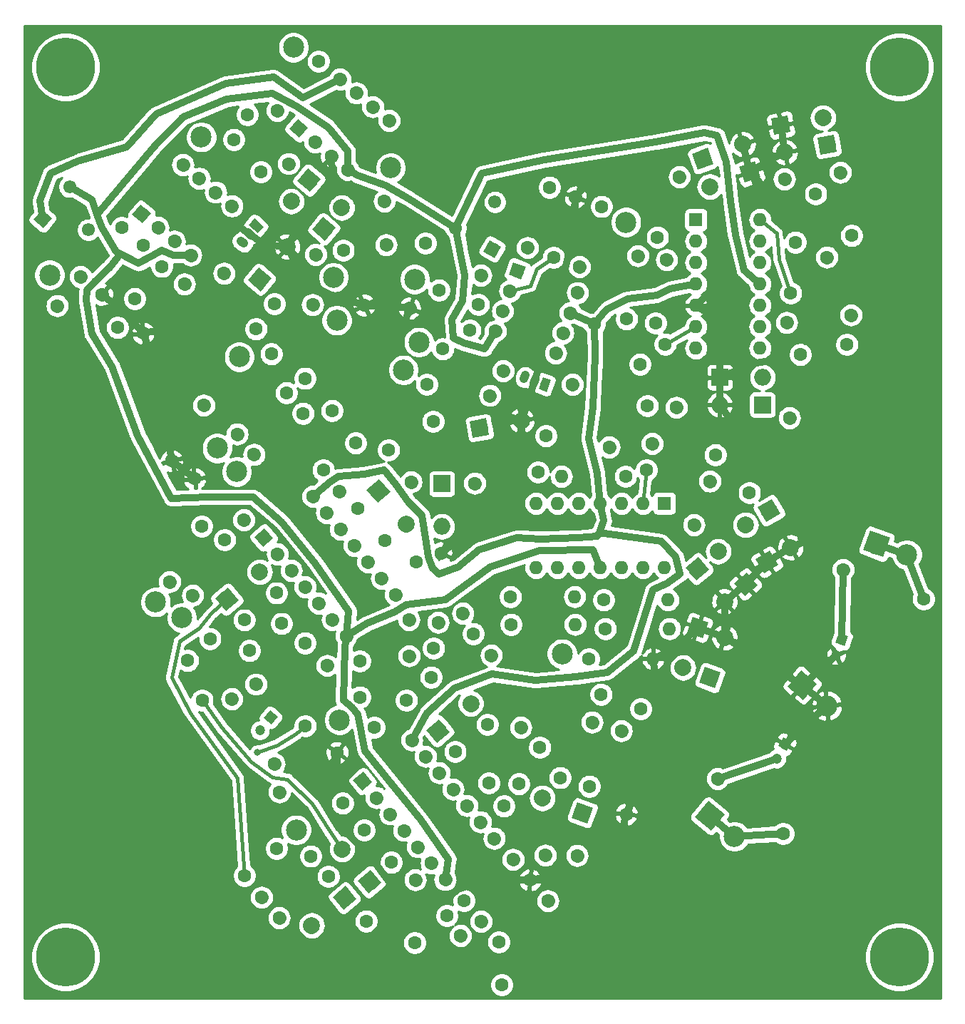
<source format=gbr>
G04 #@! TF.GenerationSoftware,KiCad,Pcbnew,(5.1.2-1)-1*
G04 #@! TF.CreationDate,2021-05-31T13:24:30-04:00*
G04 #@! TF.ProjectId,Wave Multiplier - Serge,57617665-204d-4756-9c74-69706c696572,rev?*
G04 #@! TF.SameCoordinates,Original*
G04 #@! TF.FileFunction,Copper,L1,Top*
G04 #@! TF.FilePolarity,Positive*
%FSLAX46Y46*%
G04 Gerber Fmt 4.6, Leading zero omitted, Abs format (unit mm)*
G04 Created by KiCad (PCBNEW (5.1.2-1)-1) date 2021-05-31 13:24:30*
%MOMM*%
%LPD*%
G04 APERTURE LIST*
%ADD10C,7.000000*%
%ADD11O,1.600000X1.600000*%
%ADD12R,1.600000X1.600000*%
%ADD13C,1.200000*%
%ADD14C,0.100000*%
%ADD15C,1.600000*%
%ADD16C,2.000000*%
%ADD17C,2.000000*%
%ADD18O,2.000000X2.000000*%
%ADD19R,2.000000X2.000000*%
%ADD20C,1.600000*%
%ADD21C,2.499360*%
%ADD22C,1.050000*%
%ADD23C,1.050000*%
%ADD24C,1.550000*%
%ADD25C,0.800000*%
%ADD26C,0.812800*%
%ADD27C,0.406400*%
%ADD28C,0.254000*%
G04 APERTURE END LIST*
D10*
X116840000Y-17780000D03*
X116840000Y-123444000D03*
X17780000Y-123444000D03*
X17780000Y-17780000D03*
D11*
X88912700Y-77190600D03*
X73672700Y-69570600D03*
X86372700Y-77190600D03*
X76212700Y-69570600D03*
X83832700Y-77190600D03*
X78752700Y-69570600D03*
X81292700Y-77190600D03*
X81292700Y-69570600D03*
X78752700Y-77190600D03*
X83832700Y-69570600D03*
X76212700Y-77190600D03*
X86372700Y-69570600D03*
X73672700Y-77190600D03*
D12*
X88912700Y-69570600D03*
D11*
X100279200Y-35902900D03*
X92659200Y-51142900D03*
X100279200Y-38442900D03*
X92659200Y-48602900D03*
X100279200Y-40982900D03*
X92659200Y-46062900D03*
X100279200Y-43522900D03*
X92659200Y-43522900D03*
X100279200Y-46062900D03*
X92659200Y-40982900D03*
X100279200Y-48602900D03*
X92659200Y-38442900D03*
X100279200Y-51142900D03*
D12*
X92659200Y-35902900D03*
D13*
X110005212Y-85724831D03*
D14*
G36*
X109646609Y-84955803D02*
G01*
X110774240Y-85366228D01*
X110363815Y-86493859D01*
X109236184Y-86083434D01*
X109646609Y-84955803D01*
X109646609Y-84955803D01*
G37*
D13*
X109321172Y-87604216D03*
X103245035Y-98171437D03*
D14*
G36*
X103025420Y-97351822D02*
G01*
X104064650Y-97951822D01*
X103464650Y-98991052D01*
X102425420Y-98391052D01*
X103025420Y-97351822D01*
X103025420Y-97351822D01*
G37*
D13*
X102245035Y-99903488D03*
D15*
X29219467Y-41436474D03*
X26005529Y-45266696D03*
X66824456Y-45954801D03*
X62125993Y-44244700D03*
X86898473Y-57974146D03*
X86030232Y-53050107D03*
X46216811Y-54729263D03*
X49430749Y-58559485D03*
X48400068Y-65630378D03*
X52230290Y-62416440D03*
X55726704Y-73993205D03*
X52512766Y-70162983D03*
X66207389Y-85050686D03*
X61508926Y-86760787D03*
X58275951Y-92951203D03*
X54445729Y-96165141D03*
X81401104Y-92246701D03*
X86099567Y-93956802D03*
X67887546Y-95835568D03*
X64057324Y-99049506D03*
X71625157Y-102888326D03*
X74125157Y-98558199D03*
X59250544Y-121754832D03*
X63080766Y-118540894D03*
X42858937Y-110544579D03*
X39028715Y-113758517D03*
X39001700Y-83426300D03*
X42831922Y-80212362D03*
X39613401Y-87063342D03*
X43443623Y-83849404D03*
X33999907Y-92945649D03*
X32289806Y-88247186D03*
D13*
X40871780Y-96532571D03*
X42157355Y-95000482D03*
D14*
G36*
X42083401Y-94155183D02*
G01*
X43002654Y-94926528D01*
X42231309Y-95845781D01*
X41312056Y-95074436D01*
X42083401Y-94155183D01*
X42083401Y-94155183D01*
G37*
D15*
X53270513Y-108381638D03*
X56484451Y-112211860D03*
X37767266Y-26378019D03*
X40981204Y-30208241D03*
D16*
X44106003Y-39099651D03*
D17*
X44106003Y-39099651D02*
X44106003Y-39099651D01*
D16*
X40840642Y-42991157D03*
D14*
G36*
X40963899Y-44399989D02*
G01*
X39431810Y-43114414D01*
X40717385Y-41582325D01*
X42249474Y-42867900D01*
X40963899Y-44399989D01*
X40963899Y-44399989D01*
G37*
D16*
X50591375Y-34473003D03*
D17*
X50591375Y-34473003D02*
X50591375Y-34473003D01*
D16*
X46699869Y-31207642D03*
D14*
G36*
X45291037Y-31330899D02*
G01*
X46576612Y-29798810D01*
X48108701Y-31084385D01*
X46823126Y-32616474D01*
X45291037Y-31330899D01*
X45291037Y-31330899D01*
G37*
D16*
X44593712Y-33717664D03*
D17*
X44593712Y-33717664D02*
X44593712Y-33717664D01*
D16*
X48485218Y-36983025D03*
D14*
G36*
X49894050Y-36859768D02*
G01*
X48608475Y-38391857D01*
X47076386Y-37106282D01*
X48361961Y-35574193D01*
X49894050Y-36859768D01*
X49894050Y-36859768D01*
G37*
D16*
X66945995Y-60622330D03*
D14*
G36*
X66134835Y-61780786D02*
G01*
X65787539Y-59811170D01*
X67757155Y-59463874D01*
X68104451Y-61433490D01*
X66134835Y-61780786D01*
X66134835Y-61780786D01*
G37*
D16*
X71948818Y-59740197D03*
D17*
X71948818Y-59740197D02*
X71948818Y-59740197D01*
D16*
X101104700Y-76530200D03*
D14*
G36*
X102470725Y-76896225D02*
G01*
X100738675Y-77896225D01*
X99738675Y-76164175D01*
X101470725Y-75164175D01*
X102470725Y-76896225D01*
X102470725Y-76896225D01*
G37*
D16*
X98564700Y-72130791D03*
D17*
X98564700Y-72130791D02*
X98564700Y-72130791D01*
D16*
X101358701Y-70408800D03*
D14*
G36*
X99992676Y-70042775D02*
G01*
X101724726Y-69042775D01*
X102724726Y-70774825D01*
X100992676Y-71774825D01*
X99992676Y-70042775D01*
X99992676Y-70042775D01*
G37*
D16*
X103898701Y-74808209D03*
D17*
X103898701Y-74808209D02*
X103898701Y-74808209D01*
D16*
X99087741Y-30226495D03*
D14*
G36*
X99685413Y-28944782D02*
G01*
X100369454Y-30824167D01*
X98490069Y-31508208D01*
X97806028Y-29628823D01*
X99685413Y-28944782D01*
X99685413Y-28944782D01*
G37*
D16*
X94314102Y-31963957D03*
D17*
X94314102Y-31963957D02*
X94314102Y-31963957D01*
D16*
X93476567Y-28660274D03*
D14*
G36*
X92878895Y-29941987D02*
G01*
X92194854Y-28062602D01*
X94074239Y-27378561D01*
X94758280Y-29257946D01*
X92878895Y-29941987D01*
X92878895Y-29941987D01*
G37*
D16*
X98250206Y-26922812D03*
D17*
X98250206Y-26922812D02*
X98250206Y-26922812D01*
D16*
X98574225Y-79170530D03*
D14*
G36*
X99983057Y-79293787D02*
G01*
X98450968Y-80579362D01*
X97165393Y-79047273D01*
X98697482Y-77761698D01*
X99983057Y-79293787D01*
X99983057Y-79293787D01*
G37*
D16*
X95308864Y-75279024D03*
D17*
X95308864Y-75279024D02*
X95308864Y-75279024D01*
D16*
X96077062Y-81232737D03*
D17*
X96077062Y-81232737D02*
X96077062Y-81232737D01*
D16*
X92811701Y-77341231D03*
D14*
G36*
X91402869Y-77217974D02*
G01*
X92934958Y-75932399D01*
X94220533Y-77464488D01*
X92688444Y-78750063D01*
X91402869Y-77217974D01*
X91402869Y-77217974D01*
G37*
D16*
X102755700Y-24676100D03*
D14*
G36*
X101944540Y-25834556D02*
G01*
X101597244Y-23864940D01*
X103566860Y-23517644D01*
X103914156Y-25487260D01*
X101944540Y-25834556D01*
X101944540Y-25834556D01*
G37*
D16*
X107758523Y-23793967D03*
D17*
X107758523Y-23793967D02*
X107758523Y-23793967D01*
D16*
X103251977Y-27882333D03*
D17*
X103251977Y-27882333D02*
X103251977Y-27882333D01*
D16*
X108254800Y-27000200D03*
D14*
G36*
X109065960Y-25841744D02*
G01*
X109413256Y-27811360D01*
X107443640Y-28158656D01*
X107096344Y-26189040D01*
X109065960Y-25841744D01*
X109065960Y-25841744D01*
G37*
D16*
X92874659Y-84317360D03*
D14*
G36*
X92276987Y-83035647D02*
G01*
X94156372Y-83719688D01*
X93472331Y-85599073D01*
X91592946Y-84915032D01*
X92276987Y-83035647D01*
X92276987Y-83035647D01*
G37*
D16*
X91137197Y-89090999D03*
D17*
X91137197Y-89090999D02*
X91137197Y-89090999D01*
D16*
X94338279Y-90273869D03*
D14*
G36*
X94935951Y-91555582D02*
G01*
X93056566Y-90871541D01*
X93740607Y-88992156D01*
X95619992Y-89676197D01*
X94935951Y-91555582D01*
X94935951Y-91555582D01*
G37*
D16*
X96075741Y-85500230D03*
D17*
X96075741Y-85500230D02*
X96075741Y-85500230D01*
D18*
X100584000Y-54622700D03*
D19*
X95504000Y-54622700D03*
X100571300Y-57873900D03*
D18*
X95491300Y-57873900D03*
D16*
X58221713Y-72013101D03*
D17*
X58221713Y-72013101D02*
X58221713Y-72013101D01*
D16*
X54956352Y-68121595D03*
D14*
G36*
X53547520Y-67998338D02*
G01*
X55079609Y-66712763D01*
X56365184Y-68244852D01*
X54833095Y-69530427D01*
X53547520Y-67998338D01*
X53547520Y-67998338D01*
G37*
D18*
X62488492Y-72328446D03*
D19*
X62488492Y-67248446D03*
D16*
X62026202Y-96609150D03*
D14*
G36*
X61902945Y-98017982D02*
G01*
X60617370Y-96485893D01*
X62149459Y-95200318D01*
X63435034Y-96732407D01*
X61902945Y-98017982D01*
X61902945Y-98017982D01*
G37*
D16*
X65917708Y-93343789D03*
D17*
X65917708Y-93343789D02*
X65917708Y-93343789D01*
D16*
X74417771Y-104572742D03*
D17*
X74417771Y-104572742D02*
X74417771Y-104572742D01*
D16*
X79191410Y-106310204D03*
D14*
G36*
X80473123Y-105712532D02*
G01*
X79789082Y-107591917D01*
X77909697Y-106907876D01*
X78593738Y-105028491D01*
X80473123Y-105712532D01*
X80473123Y-105712532D01*
G37*
D16*
X36954007Y-80974495D03*
D14*
G36*
X36830750Y-82383327D02*
G01*
X35545175Y-80851238D01*
X37077264Y-79565663D01*
X38362839Y-81097752D01*
X36830750Y-82383327D01*
X36830750Y-82383327D01*
G37*
D16*
X40845513Y-77709134D03*
D17*
X40845513Y-77709134D02*
X40845513Y-77709134D01*
D16*
X47026680Y-119680376D03*
D17*
X47026680Y-119680376D02*
X47026680Y-119680376D01*
D16*
X50918186Y-116415015D03*
D14*
G36*
X51041443Y-115006183D02*
G01*
X52327018Y-116538272D01*
X50794929Y-117823847D01*
X49509354Y-116291758D01*
X51041443Y-115006183D01*
X51041443Y-115006183D01*
G37*
D16*
X50629496Y-110626127D03*
D17*
X50629496Y-110626127D02*
X50629496Y-110626127D01*
D16*
X53894857Y-114517633D03*
D14*
G36*
X55303689Y-114640890D02*
G01*
X53771600Y-115926465D01*
X52486025Y-114394376D01*
X54018114Y-113108801D01*
X55303689Y-114640890D01*
X55303689Y-114640890D01*
G37*
D15*
X119698153Y-80927498D03*
X110150876Y-77452573D03*
D20*
X110150876Y-77452573D02*
X110150876Y-77452573D01*
D15*
X95242785Y-102259657D03*
D20*
X95242785Y-102259657D02*
X95242785Y-102259657D01*
D15*
X103025797Y-108790379D03*
D21*
X15884694Y-42451658D03*
X50012782Y-47842896D03*
X117716258Y-75678603D03*
X114136029Y-74375506D03*
D14*
G36*
X112534298Y-75122405D02*
G01*
X113389130Y-72773775D01*
X115737760Y-73628607D01*
X114882928Y-75977237D01*
X112534298Y-75122405D01*
X112534298Y-75122405D01*
G37*
D21*
X105296731Y-91160550D03*
D14*
G36*
X103536142Y-91314582D02*
G01*
X105142699Y-89399961D01*
X107057320Y-91006518D01*
X105450763Y-92921139D01*
X103536142Y-91314582D01*
X103536142Y-91314582D01*
G37*
D21*
X108215360Y-93609571D03*
X94310524Y-106677641D03*
D14*
G36*
X92549935Y-106831673D02*
G01*
X94156492Y-104917052D01*
X96071113Y-106523609D01*
X94464556Y-108438230D01*
X92549935Y-106831673D01*
X92549935Y-106831673D01*
G37*
D21*
X97229153Y-109126662D03*
X49616326Y-42743352D03*
X38423721Y-52169090D03*
X33902287Y-26081859D03*
X44868846Y-15440950D03*
X56396124Y-29733962D03*
X59759561Y-50438250D03*
X84350637Y-36196830D03*
X59264820Y-42960047D03*
X57921624Y-53742722D03*
X76771500Y-87439500D03*
X28464037Y-81290560D03*
X38105324Y-65807946D03*
X35798211Y-63018920D03*
X31591329Y-83151190D03*
X50305900Y-95296579D03*
X45189326Y-108354610D03*
D22*
X40432155Y-36625576D03*
D14*
G36*
X40195085Y-35741312D02*
G01*
X41344152Y-36705493D01*
X40669225Y-37509840D01*
X39520158Y-36545659D01*
X40195085Y-35741312D01*
X40195085Y-35741312D01*
G37*
D22*
X38799474Y-38571329D03*
D23*
X38971834Y-38715956D02*
X38627114Y-38426702D01*
D22*
X39615815Y-37598452D03*
D23*
X39788175Y-37743079D02*
X39443455Y-37453825D01*
D22*
X73522952Y-55028747D03*
D23*
X73445997Y-55240178D02*
X73599907Y-54817316D01*
D22*
X72329543Y-54594382D03*
D23*
X72252588Y-54805813D02*
X72406498Y-54382951D01*
D22*
X74716362Y-55463113D03*
D14*
G36*
X75466216Y-54937904D02*
G01*
X74953186Y-56347443D01*
X73966508Y-55988322D01*
X74479538Y-54578783D01*
X75466216Y-54937904D01*
X75466216Y-54937904D01*
G37*
D15*
X23946174Y-48707759D03*
X16785716Y-46101566D03*
D20*
X16785716Y-46101566D02*
X16785716Y-46101566D01*
D15*
X19558932Y-42655062D03*
D20*
X19558932Y-42655062D02*
X19558932Y-42655062D01*
D15*
X24456974Y-36817803D03*
X26981385Y-38926365D03*
X22083343Y-44763624D03*
D20*
X22083343Y-44763624D02*
X22083343Y-44763624D01*
D15*
X47488607Y-40030894D03*
D20*
X47488607Y-40030894D02*
X47488607Y-40030894D01*
D15*
X42590565Y-45868153D03*
X31899870Y-43542320D03*
D20*
X31899870Y-43542320D02*
X31899870Y-43542320D01*
D15*
X27001828Y-49379579D03*
X40414873Y-48876509D03*
X36604873Y-42277395D03*
D20*
X36604873Y-42277395D02*
X36604873Y-42277395D01*
D15*
X47121456Y-46003030D03*
D20*
X47121456Y-46003030D02*
X47121456Y-46003030D01*
D15*
X42223414Y-51840289D03*
X39389602Y-23408886D03*
X44287644Y-29246145D03*
D20*
X44287644Y-29246145D02*
X44287644Y-29246145D01*
D15*
X47822797Y-17095841D03*
X42924755Y-22933100D03*
D20*
X42924755Y-22933100D02*
X42924755Y-22933100D01*
D15*
X55663552Y-33676693D03*
D20*
X55663552Y-33676693D02*
X55663552Y-33676693D01*
D15*
X50765510Y-39513952D03*
X53249993Y-46042955D03*
X55856186Y-38882497D03*
D20*
X55856186Y-38882497D02*
X55856186Y-38882497D01*
D15*
X78830594Y-41485830D03*
D20*
X78830594Y-41485830D02*
X78830594Y-41485830D01*
D15*
X81436787Y-34325372D03*
X60522550Y-38687554D03*
X67121664Y-42497554D03*
D20*
X67121664Y-42497554D02*
X67121664Y-42497554D01*
D15*
X72657419Y-39211948D03*
D20*
X72657419Y-39211948D02*
X72657419Y-39211948D01*
D15*
X75263612Y-32051490D03*
X60683621Y-55437275D03*
X68187856Y-56760474D03*
D20*
X68187856Y-56760474D02*
X68187856Y-56760474D01*
D15*
X69762571Y-53849291D03*
D20*
X69762571Y-53849291D02*
X69762571Y-53849291D01*
D15*
X62602113Y-51243098D03*
X75751597Y-40365166D03*
X78357790Y-33204708D03*
D20*
X78357790Y-33204708D02*
X78357790Y-33204708D01*
D15*
X58656183Y-46414617D03*
D20*
X58656183Y-46414617D02*
X58656183Y-46414617D01*
D15*
X65816641Y-49020810D03*
X80597193Y-48291685D03*
X77991000Y-55452143D03*
D20*
X77991000Y-55452143D02*
X77991000Y-55452143D01*
D15*
X89016075Y-50675648D03*
X90339274Y-58179883D03*
D20*
X90339274Y-58179883D02*
X90339274Y-58179883D01*
D15*
X92422786Y-72123300D03*
D20*
X92422786Y-72123300D02*
X92422786Y-72123300D01*
D15*
X99021900Y-68313300D03*
X94970600Y-63804800D03*
X87466365Y-62481601D03*
D20*
X87466365Y-62481601D02*
X87466365Y-62481601D01*
D15*
X87858600Y-48171100D03*
X89181799Y-40666865D03*
D20*
X89181799Y-40666865D02*
X89181799Y-40666865D01*
D15*
X85765499Y-40184265D03*
D20*
X85765499Y-40184265D02*
X85765499Y-40184265D01*
D15*
X84442300Y-47688500D03*
X94308735Y-66944099D03*
D20*
X94308735Y-66944099D02*
X94308735Y-66944099D01*
D15*
X86804500Y-65620900D03*
X90706093Y-30812542D03*
D20*
X90706093Y-30812542D02*
X90706093Y-30812542D01*
D15*
X88099900Y-37973000D03*
D11*
X76682600Y-66382900D03*
D15*
X84302600Y-66382900D03*
X74853801Y-61569600D03*
X82358036Y-62892799D03*
D20*
X82358036Y-62892799D02*
X82358036Y-62892799D01*
D15*
X108219099Y-40346435D03*
D20*
X108219099Y-40346435D02*
X108219099Y-40346435D01*
D15*
X106895900Y-32842200D03*
X109827201Y-30278265D03*
D20*
X109827201Y-30278265D02*
X109827201Y-30278265D01*
D15*
X111150400Y-37782500D03*
X73901301Y-65862200D03*
X66397066Y-67185399D03*
D20*
X66397066Y-67185399D02*
X66397066Y-67185399D01*
D15*
X104495600Y-38569900D03*
X103172401Y-31065665D03*
D20*
X103172401Y-31065665D02*
X103172401Y-31065665D01*
D11*
X78257400Y-80657700D03*
D15*
X70637400Y-80657700D03*
D11*
X78320900Y-83947000D03*
D15*
X70700900Y-83947000D03*
X103924100Y-44602400D03*
X111084558Y-47208593D03*
D20*
X111084558Y-47208593D02*
X111084558Y-47208593D01*
D15*
X103443842Y-48117607D03*
D20*
X103443842Y-48117607D02*
X103443842Y-48117607D01*
D15*
X110604300Y-50723800D03*
D11*
X87566500Y-88036400D03*
D15*
X79946500Y-88036400D03*
X103769301Y-59421835D03*
D20*
X103769301Y-59421835D02*
X103769301Y-59421835D01*
D15*
X105092500Y-51917600D03*
X81711800Y-81051400D03*
D11*
X89331800Y-81051400D03*
D15*
X81915000Y-84455000D03*
D11*
X89535000Y-84455000D03*
D15*
X33119350Y-66642782D03*
X38956609Y-71540824D03*
D20*
X38956609Y-71540824D02*
X38956609Y-71540824D01*
D15*
X34193616Y-57929294D03*
D20*
X34193616Y-57929294D02*
X34193616Y-57929294D01*
D15*
X30383616Y-64528408D03*
X40166811Y-63779738D03*
D20*
X40166811Y-63779738D02*
X40166811Y-63779738D01*
D15*
X46004070Y-58881696D03*
X44008733Y-56444470D03*
X38171474Y-61342512D03*
D20*
X38171474Y-61342512D02*
X38171474Y-61342512D01*
D15*
X36685428Y-73889627D03*
X32875428Y-80488741D03*
D20*
X32875428Y-80488741D02*
X32875428Y-80488741D01*
D15*
X30138227Y-78879373D03*
D20*
X30138227Y-78879373D02*
X30138227Y-78879373D01*
D15*
X33948227Y-72280259D03*
X46251150Y-95995143D03*
X48857343Y-88834685D03*
D20*
X48857343Y-88834685D02*
X48857343Y-88834685D01*
D15*
X58561458Y-83385752D03*
D20*
X58561458Y-83385752D02*
X58561458Y-83385752D01*
D15*
X52724199Y-88283794D03*
X61198207Y-90210407D03*
X68358665Y-87604214D03*
D20*
X68358665Y-87604214D02*
X68358665Y-87604214D01*
D15*
X58830226Y-67024058D03*
D20*
X58830226Y-67024058D02*
X58830226Y-67024058D01*
D15*
X61436419Y-59863600D03*
X56160196Y-63247116D03*
X50322937Y-68145158D03*
D20*
X50322937Y-68145158D02*
X50322937Y-68145158D01*
D15*
X62367583Y-75471824D03*
X64973776Y-82632282D03*
D20*
X64973776Y-82632282D02*
X64973776Y-82632282D01*
D15*
X62028085Y-83702395D03*
D20*
X62028085Y-83702395D02*
X62028085Y-83702395D01*
D15*
X59421892Y-76541937D03*
X52754346Y-92577809D03*
X58591605Y-87679767D03*
D20*
X58591605Y-87679767D02*
X58591605Y-87679767D01*
D15*
X75080187Y-116772228D03*
D20*
X75080187Y-116772228D02*
X75080187Y-116772228D01*
D15*
X69242928Y-121670270D03*
X68050069Y-102776962D03*
X71860069Y-96177848D03*
D20*
X71860069Y-96177848D02*
X71860069Y-96177848D01*
D15*
X79994610Y-103166419D03*
X83804610Y-96567305D03*
D20*
X83804610Y-96567305D02*
X83804610Y-96567305D01*
D15*
X80332570Y-95545255D03*
D20*
X80332570Y-95545255D02*
X80332570Y-95545255D01*
D15*
X76522570Y-102144369D03*
X84390816Y-106483432D03*
X78553557Y-111381474D03*
D20*
X78553557Y-111381474D02*
X78553557Y-111381474D01*
D15*
X69871550Y-105519655D03*
X74769592Y-111356914D03*
D20*
X74769592Y-111356914D02*
X74769592Y-111356914D01*
D15*
X70939017Y-111860113D03*
D20*
X70939017Y-111860113D02*
X70939017Y-111860113D01*
D15*
X65101758Y-116758155D03*
X64706144Y-120903729D03*
D20*
X64706144Y-120903729D02*
X64706144Y-120903729D01*
D15*
X69604186Y-126740988D03*
X46235276Y-86148961D03*
X40398017Y-91047003D03*
D20*
X40398017Y-91047003D02*
X40398017Y-91047003D01*
D15*
X41070455Y-116355746D03*
D20*
X41070455Y-116355746D02*
X41070455Y-116355746D01*
D15*
X46907714Y-111457704D03*
X48994080Y-113884862D03*
X43156821Y-118782904D03*
D20*
X43156821Y-118782904D02*
X43156821Y-118782904D01*
D15*
X72971873Y-114311394D03*
X67134614Y-119209436D03*
D20*
X67134614Y-119209436D02*
X67134614Y-119209436D01*
D15*
X53487975Y-119167636D03*
X59325234Y-114269594D03*
D20*
X59325234Y-114269594D02*
X59325234Y-114269594D01*
D15*
X37538680Y-92796704D03*
D20*
X37538680Y-92796704D02*
X37538680Y-92796704D01*
D15*
X34932487Y-85636246D03*
X42551166Y-100503900D03*
D20*
X42551166Y-100503900D02*
X42551166Y-100503900D01*
D15*
X50055401Y-99180701D03*
X43184353Y-103856411D03*
D20*
X43184353Y-103856411D02*
X43184353Y-103856411D01*
D15*
X50688588Y-105179610D03*
D24*
X20497470Y-37103808D03*
X15060279Y-35804981D03*
D14*
G36*
X15155803Y-36896826D02*
G01*
X13968434Y-35900505D01*
X14964755Y-34713136D01*
X16152124Y-35709457D01*
X15155803Y-36896826D01*
X15155803Y-36896826D01*
G37*
D24*
X18274217Y-31974759D03*
X64128157Y-36886485D03*
X68458284Y-39386485D03*
D14*
G36*
X69516954Y-39102815D02*
G01*
X68741954Y-40445155D01*
X67399614Y-39670155D01*
X68174614Y-38327815D01*
X69516954Y-39102815D01*
X69516954Y-39102815D01*
G37*
D24*
X68793220Y-33806358D03*
D15*
X41325046Y-73645282D03*
D14*
G36*
X41226441Y-74772348D02*
G01*
X40197980Y-73546677D01*
X41423651Y-72518216D01*
X42452112Y-73743887D01*
X41226441Y-74772348D01*
X41226441Y-74772348D01*
G37*
D15*
X56958388Y-80421758D03*
D20*
X56958388Y-80421758D02*
X56958388Y-80421758D01*
D15*
X42957727Y-75591035D03*
D20*
X42957727Y-75591035D02*
X42957727Y-75591035D01*
D15*
X55325707Y-78476005D03*
D20*
X55325707Y-78476005D02*
X55325707Y-78476005D01*
D15*
X44590407Y-77536788D03*
D20*
X44590407Y-77536788D02*
X44590407Y-77536788D01*
D15*
X53693027Y-76530252D03*
D20*
X53693027Y-76530252D02*
X53693027Y-76530252D01*
D15*
X46223088Y-79482541D03*
D20*
X46223088Y-79482541D02*
X46223088Y-79482541D01*
D15*
X52060346Y-74584499D03*
D20*
X52060346Y-74584499D02*
X52060346Y-74584499D01*
D15*
X47855768Y-81428294D03*
D20*
X47855768Y-81428294D02*
X47855768Y-81428294D01*
D15*
X50427666Y-72638746D03*
D20*
X50427666Y-72638746D02*
X50427666Y-72638746D01*
D15*
X49488449Y-83374046D03*
D20*
X49488449Y-83374046D02*
X49488449Y-83374046D01*
D15*
X48794985Y-70692993D03*
D20*
X48794985Y-70692993D02*
X48794985Y-70692993D01*
D15*
X51121129Y-85319799D03*
D20*
X51121129Y-85319799D02*
X51121129Y-85319799D01*
D15*
X47162305Y-68747240D03*
D20*
X47162305Y-68747240D02*
X47162305Y-68747240D01*
D15*
X53073919Y-102571665D03*
D14*
G36*
X52975314Y-103698731D02*
G01*
X51946853Y-102473060D01*
X53172524Y-101444599D01*
X54200985Y-102670270D01*
X52975314Y-103698731D01*
X52975314Y-103698731D01*
G37*
D15*
X68707261Y-109348141D03*
D20*
X68707261Y-109348141D02*
X68707261Y-109348141D01*
D15*
X54706600Y-104517418D03*
D20*
X54706600Y-104517418D02*
X54706600Y-104517418D01*
D15*
X67074580Y-107402388D03*
D20*
X67074580Y-107402388D02*
X67074580Y-107402388D01*
D15*
X56339280Y-106463171D03*
D20*
X56339280Y-106463171D02*
X56339280Y-106463171D01*
D15*
X65441900Y-105456635D03*
D20*
X65441900Y-105456635D02*
X65441900Y-105456635D01*
D15*
X57971961Y-108408924D03*
D20*
X57971961Y-108408924D02*
X57971961Y-108408924D01*
D15*
X63809219Y-103510882D03*
D20*
X63809219Y-103510882D02*
X63809219Y-103510882D01*
D15*
X59604641Y-110354677D03*
D20*
X59604641Y-110354677D02*
X59604641Y-110354677D01*
D15*
X62176539Y-101565129D03*
D20*
X62176539Y-101565129D02*
X62176539Y-101565129D01*
D15*
X61237322Y-112300429D03*
D20*
X61237322Y-112300429D02*
X61237322Y-112300429D01*
D15*
X60543858Y-99619376D03*
D20*
X60543858Y-99619376D02*
X60543858Y-99619376D01*
D15*
X62870002Y-114246182D03*
D20*
X62870002Y-114246182D02*
X62870002Y-114246182D01*
D15*
X58911178Y-97673623D03*
D20*
X58911178Y-97673623D02*
X58911178Y-97673623D01*
D15*
X26815363Y-35202577D03*
D14*
G36*
X26913968Y-36329643D02*
G01*
X25688297Y-35301182D01*
X26716758Y-34075511D01*
X27942429Y-35103972D01*
X26913968Y-36329643D01*
X26913968Y-36329643D01*
G37*
D15*
X37550663Y-34263360D03*
D20*
X37550663Y-34263360D02*
X37550663Y-34263360D01*
D15*
X28761116Y-36835258D03*
D20*
X28761116Y-36835258D02*
X28761116Y-36835258D01*
D15*
X35604910Y-32630679D03*
D20*
X35604910Y-32630679D02*
X35604910Y-32630679D01*
D15*
X30706869Y-38467938D03*
D20*
X30706869Y-38467938D02*
X30706869Y-38467938D01*
D15*
X33659157Y-30997999D03*
D20*
X33659157Y-30997999D02*
X33659157Y-30997999D01*
D15*
X32652622Y-40100619D03*
D20*
X32652622Y-40100619D02*
X32652622Y-40100619D01*
D15*
X31713405Y-29365318D03*
D20*
X31713405Y-29365318D02*
X31713405Y-29365318D01*
D15*
X50375173Y-19221255D03*
D20*
X50375173Y-19221255D02*
X50375173Y-19221255D01*
D15*
X51314390Y-29956556D03*
D20*
X51314390Y-29956556D02*
X51314390Y-29956556D01*
D15*
X52320925Y-20853936D03*
D20*
X52320925Y-20853936D02*
X52320925Y-20853936D01*
D15*
X49368637Y-28323875D03*
D20*
X49368637Y-28323875D02*
X49368637Y-28323875D01*
D15*
X54266678Y-22486616D03*
D20*
X54266678Y-22486616D02*
X54266678Y-22486616D01*
D15*
X47422884Y-26691195D03*
D20*
X47422884Y-26691195D02*
X47422884Y-26691195D01*
D15*
X56212431Y-24119297D03*
D20*
X56212431Y-24119297D02*
X56212431Y-24119297D01*
D15*
X45477131Y-25058514D03*
D14*
G36*
X45575736Y-26185580D02*
G01*
X44350065Y-25157119D01*
X45378526Y-23931448D01*
X46604197Y-24959909D01*
X45575736Y-26185580D01*
X45575736Y-26185580D01*
G37*
D15*
X71441370Y-41958896D03*
D14*
G36*
X70416000Y-42437034D02*
G01*
X70963232Y-40933526D01*
X72466740Y-41480758D01*
X71919508Y-42984266D01*
X70416000Y-42437034D01*
X70416000Y-42437034D01*
G37*
D15*
X75995634Y-51725547D03*
D20*
X75995634Y-51725547D02*
X75995634Y-51725547D01*
D15*
X70572639Y-44345715D03*
D20*
X70572639Y-44345715D02*
X70572639Y-44345715D01*
D15*
X76864365Y-49338728D03*
D20*
X76864365Y-49338728D02*
X76864365Y-49338728D01*
D15*
X69703908Y-46732535D03*
D20*
X69703908Y-46732535D02*
X69703908Y-46732535D01*
D15*
X77733097Y-46951909D03*
D20*
X77733097Y-46951909D02*
X77733097Y-46951909D01*
D15*
X68835177Y-49119354D03*
D20*
X68835177Y-49119354D02*
X68835177Y-49119354D01*
D15*
X78601828Y-44565089D03*
D20*
X78601828Y-44565089D02*
X78601828Y-44565089D01*
D25*
X40576500Y-99161600D03*
D26*
X110150876Y-77452573D02*
X110005212Y-85724831D01*
X80597193Y-48291685D02*
X77733097Y-46951909D01*
X47162305Y-68747240D02*
X49174400Y-67005200D01*
X49174400Y-67005200D02*
X50241200Y-66382900D01*
X50241200Y-66382900D02*
X53263800Y-66128900D01*
X53263800Y-66128900D02*
X55600600Y-65633600D01*
X55600600Y-65633600D02*
X56997600Y-67297300D01*
X56997600Y-67297300D02*
X58496200Y-69405500D01*
X58496200Y-69405500D02*
X60147200Y-71031100D01*
X60147200Y-71031100D02*
X60604400Y-74218800D01*
X60604400Y-74218800D02*
X60858400Y-75895200D01*
X60858400Y-75895200D02*
X61404500Y-77304900D01*
X61404500Y-77304900D02*
X62166500Y-77939900D01*
X62166500Y-77939900D02*
X64427100Y-77139800D01*
X64427100Y-77139800D02*
X66929000Y-75057000D01*
X66929000Y-75057000D02*
X71374000Y-73685400D01*
X71374000Y-73685400D02*
X74155300Y-73799700D01*
X74155300Y-73799700D02*
X78663800Y-73685400D01*
X78663800Y-73685400D02*
X80987900Y-73456800D01*
X81737200Y-71640700D02*
X81292700Y-69570600D01*
X81292700Y-69570600D02*
X80937100Y-66065400D01*
X80937100Y-66065400D02*
X79921100Y-61849000D01*
X79921100Y-61849000D02*
X80403700Y-58153300D01*
X80403700Y-58153300D02*
X80708500Y-52095400D01*
X80708500Y-52095400D02*
X80597193Y-48291685D01*
X80597193Y-48291685D02*
X82067400Y-46532800D01*
X82067400Y-46532800D02*
X84569300Y-45288200D01*
X84569300Y-45288200D02*
X88036400Y-44843700D01*
X88036400Y-44843700D02*
X89585800Y-44107100D01*
X89585800Y-44107100D02*
X92659200Y-43522900D01*
X50375173Y-19221255D02*
X46012100Y-21437600D01*
X46012100Y-21437600D02*
X42506900Y-18986500D01*
X42506900Y-18986500D02*
X36842700Y-19710400D01*
X36842700Y-19710400D02*
X28524200Y-23380700D01*
X28524200Y-23380700D02*
X25082500Y-27266900D01*
X25082500Y-27266900D02*
X19253200Y-28981400D01*
X19253200Y-28981400D02*
X15976600Y-30365700D01*
X15976600Y-30365700D02*
X14757400Y-33642300D01*
X14757400Y-33642300D02*
X15060279Y-35804981D01*
X58911178Y-97673623D02*
X60706000Y-94462600D01*
X60706000Y-94462600D02*
X63982600Y-91490800D01*
X63982600Y-91490800D02*
X68453000Y-89839800D01*
X68453000Y-89839800D02*
X73596500Y-90589100D01*
X73596500Y-90589100D02*
X78447900Y-90144600D01*
X78447900Y-90144600D02*
X82105500Y-89623900D01*
X82105500Y-89623900D02*
X85305900Y-87083900D01*
X85305900Y-87083900D02*
X86575900Y-83058000D01*
X90297000Y-75958700D02*
X88531700Y-74104500D01*
X88531700Y-74104500D02*
X81165952Y-73025252D01*
X81165952Y-73025252D02*
X81737200Y-71640700D01*
X80987900Y-73456800D02*
X81165952Y-73025252D01*
X86575900Y-83058000D02*
X87553800Y-79857600D01*
X87553800Y-79857600D02*
X89230200Y-79057500D01*
X89230200Y-79057500D02*
X90796624Y-77948276D01*
X90796624Y-77948276D02*
X90297000Y-75958700D01*
X108215360Y-93609571D02*
X105296731Y-91160550D01*
X105296731Y-91160550D02*
X96075741Y-85500230D01*
X96075741Y-85500230D02*
X92874659Y-84317360D01*
X87566500Y-88036400D02*
X90309700Y-86753700D01*
X90309700Y-86753700D02*
X92874659Y-84317360D01*
X96075741Y-85500230D02*
X96077062Y-81232737D01*
X96077062Y-81232737D02*
X98574225Y-79170530D01*
X98574225Y-79170530D02*
X101104700Y-76530200D01*
X101104700Y-76530200D02*
X103898701Y-74808209D01*
X105296731Y-91160550D02*
X109321172Y-87604216D01*
X108215360Y-93609571D02*
X103245035Y-98171437D01*
X84390816Y-106483432D02*
X88265000Y-97561400D01*
X88265000Y-97561400D02*
X88150700Y-91732100D01*
X88150700Y-91732100D02*
X87566500Y-88036400D01*
X33119350Y-66642782D02*
X30383616Y-64528408D01*
X27001828Y-49379579D02*
X28913993Y-54728207D01*
X30383616Y-64528408D02*
X28913993Y-54728207D01*
X22083343Y-44763624D02*
X24574500Y-46710600D01*
X24574500Y-46710600D02*
X27001828Y-49379579D01*
X39615815Y-37598452D02*
X38239700Y-36652200D01*
X38239700Y-36652200D02*
X37325300Y-37655500D01*
X37325300Y-37655500D02*
X35344100Y-40741600D01*
X35344100Y-40741600D02*
X34112200Y-44754800D01*
X34112200Y-44754800D02*
X29019500Y-49009300D01*
X29019500Y-49009300D02*
X27001828Y-49379579D01*
X44106003Y-39099651D02*
X41440100Y-38887400D01*
X41440100Y-38887400D02*
X39615815Y-37598452D01*
X53249993Y-46042955D02*
X49199800Y-44818300D01*
X49199800Y-44818300D02*
X46405800Y-43395900D01*
X46405800Y-43395900D02*
X45275500Y-41351200D01*
X45275500Y-41351200D02*
X44106003Y-39099651D01*
X44106003Y-39099651D02*
X45504100Y-36576000D01*
X45504100Y-36576000D02*
X47167800Y-34569400D01*
X47167800Y-34569400D02*
X48996600Y-32588200D01*
X48996600Y-32588200D02*
X49466500Y-30467300D01*
X49466500Y-30467300D02*
X49368637Y-28323875D01*
X53249993Y-46042955D02*
X58656183Y-46414617D01*
X102755700Y-24676100D02*
X103251977Y-27882333D01*
X103251977Y-27882333D02*
X99087741Y-30226495D01*
X98250206Y-26922812D02*
X99087741Y-30226495D01*
X95491300Y-57873900D02*
X95504000Y-54622700D01*
X71948818Y-59740197D02*
X73522952Y-55028747D01*
X95504000Y-54622700D02*
X95504000Y-48031400D01*
X95504000Y-48031400D02*
X92659200Y-46062900D01*
X73522952Y-55028747D02*
X74002900Y-53492400D01*
X74002900Y-53492400D02*
X74180700Y-50292000D01*
X74180700Y-50292000D02*
X75958700Y-45478700D01*
X75958700Y-45478700D02*
X77266800Y-41021000D01*
X78333600Y-36855400D02*
X78357790Y-33204708D01*
X77756182Y-39110082D02*
X78333600Y-36855400D01*
X77266800Y-41021000D02*
X77756182Y-39110082D01*
X58656183Y-46414617D02*
X57531000Y-49707800D01*
X57531000Y-49707800D02*
X55460900Y-53162200D01*
X55460900Y-53162200D02*
X55981600Y-56743600D01*
X55981600Y-56743600D02*
X58115200Y-57721500D01*
X58115200Y-57721500D02*
X61569600Y-57150000D01*
X61569600Y-57150000D02*
X65201800Y-58242200D01*
X65201800Y-58242200D02*
X68199000Y-58470800D01*
X68199000Y-58470800D02*
X71948818Y-59740197D01*
X62367583Y-75471824D02*
X67043300Y-71793100D01*
X67043300Y-71793100D02*
X69405500Y-66713100D01*
X69405500Y-66713100D02*
X71666100Y-63258700D01*
X71666100Y-63258700D02*
X71948818Y-59740197D01*
X95491300Y-57873900D02*
X99390200Y-63195200D01*
X99390200Y-63195200D02*
X102628700Y-67576700D01*
X102628700Y-67576700D02*
X104876600Y-71615300D01*
X104876600Y-71615300D02*
X105283000Y-74269600D01*
X105283000Y-74269600D02*
X103898701Y-74808209D01*
X72971873Y-114311394D02*
X76250800Y-113779300D01*
X76250800Y-113779300D02*
X78828900Y-113512600D01*
X78828900Y-113512600D02*
X81457800Y-111696500D01*
X81457800Y-111696500D02*
X83604100Y-109448600D01*
X83604100Y-109448600D02*
X84390816Y-106483432D01*
X72971873Y-114311394D02*
X67144900Y-114477800D01*
X67144900Y-114477800D02*
X64427100Y-115366800D01*
X64427100Y-115366800D02*
X63195200Y-116370100D01*
X63195200Y-116370100D02*
X60413900Y-116840000D01*
X60413900Y-116840000D02*
X56349900Y-114604800D01*
X56349900Y-114604800D02*
X54343300Y-112001300D01*
X54343300Y-112001300D02*
X51269900Y-108699300D01*
X51269900Y-108699300D02*
X49923700Y-107289600D01*
X49923700Y-107289600D02*
X48793400Y-105689400D01*
X48793400Y-105689400D02*
X49098200Y-102806500D01*
X49098200Y-102806500D02*
X50038000Y-100736400D01*
X50038000Y-100736400D02*
X50055401Y-99180701D01*
X99087741Y-30226495D02*
X102235000Y-33566100D01*
X102235000Y-33566100D02*
X105156000Y-36296600D01*
X105156000Y-36296600D02*
X106654600Y-37896800D01*
X106654600Y-37896800D02*
X106324400Y-40576500D01*
X106324400Y-40576500D02*
X106565700Y-44005500D01*
X106565700Y-44005500D02*
X106273600Y-46926500D01*
X106273600Y-46926500D02*
X105321100Y-49364900D01*
X105321100Y-49364900D02*
X103708200Y-50609500D01*
X103708200Y-50609500D02*
X102158800Y-52578000D01*
X102158800Y-52578000D02*
X100304600Y-52806600D01*
X100304600Y-52806600D02*
X99212400Y-53035200D01*
X99212400Y-53035200D02*
X97891600Y-53657500D01*
X97891600Y-53657500D02*
X95504000Y-54622700D01*
X92659200Y-46062900D02*
X94640400Y-44323000D01*
X94640400Y-44323000D02*
X95377000Y-39966900D01*
X95377000Y-39966900D02*
X95034100Y-34785300D01*
X95034100Y-34785300D02*
X93319600Y-33566100D01*
X93319600Y-33566100D02*
X89560400Y-32969200D01*
X89560400Y-32969200D02*
X85051900Y-32435800D01*
X79419937Y-31998137D02*
X82278417Y-31462783D01*
X85051900Y-32435800D02*
X82278417Y-31462783D01*
X79419937Y-31998137D02*
X78357790Y-33204708D01*
X95242785Y-102259657D02*
X102245035Y-99903488D01*
X62870002Y-114246182D02*
X63284100Y-111810800D01*
X63284100Y-111810800D02*
X59931300Y-107099100D01*
X59931300Y-107099100D02*
X56146700Y-102400100D01*
X56146700Y-102400100D02*
X53378100Y-98958400D01*
X53378100Y-98958400D02*
X52539900Y-94665800D01*
X52539900Y-94665800D02*
X51828700Y-93840300D01*
X51828700Y-93840300D02*
X50774600Y-92976700D01*
X50774600Y-92976700D02*
X50850800Y-89801700D01*
X50850800Y-89801700D02*
X50977800Y-86626700D01*
X50977800Y-86626700D02*
X51121129Y-85319799D01*
X32652622Y-40100619D02*
X30530800Y-40106600D01*
X30530800Y-40106600D02*
X29248100Y-39560500D01*
X29248100Y-39560500D02*
X28028900Y-40246300D01*
X28028900Y-40246300D02*
X26441400Y-41071800D01*
X23787100Y-39738300D02*
X22110700Y-36804600D01*
X20916900Y-33540700D02*
X18274217Y-31974759D01*
X51314390Y-29956556D02*
X51308000Y-27736800D01*
X51308000Y-27736800D02*
X49009300Y-24942800D01*
X49009300Y-24942800D02*
X45237400Y-22390100D01*
X45237400Y-22390100D02*
X42341800Y-20878800D01*
X42341800Y-20878800D02*
X36906200Y-21602700D01*
X36906200Y-21602700D02*
X31762700Y-23710900D01*
X31762700Y-23710900D02*
X28282900Y-27241500D01*
X28282900Y-27241500D02*
X21546111Y-35260989D01*
X21546111Y-35260989D02*
X20916900Y-33540700D01*
X22110700Y-36804600D02*
X21546111Y-35260989D01*
X64128157Y-36886485D02*
X58610500Y-33413700D01*
X58610500Y-33413700D02*
X55765700Y-31800800D01*
X55765700Y-31800800D02*
X52539900Y-30670500D01*
X52539900Y-30670500D02*
X51314390Y-29956556D01*
X68835177Y-49119354D02*
X67576700Y-51219100D01*
X67576700Y-51219100D02*
X65074800Y-50558700D01*
X65074800Y-50558700D02*
X63855600Y-49961800D01*
X63855600Y-49961800D02*
X63703200Y-47713900D01*
X63703200Y-47713900D02*
X64973200Y-45554900D01*
X64973200Y-45554900D02*
X65227200Y-42468800D01*
X65227200Y-42468800D02*
X64128157Y-36886485D01*
X100279200Y-43522900D02*
X98361500Y-41884600D01*
X98361500Y-41884600D02*
X97332800Y-37642800D01*
X97332800Y-37642800D02*
X96799400Y-33667700D01*
X96799400Y-33667700D02*
X96266000Y-29044900D01*
X96266000Y-29044900D02*
X95186500Y-25882600D01*
X95186500Y-25882600D02*
X93637100Y-25565100D01*
X93637100Y-25565100D02*
X87884000Y-26631900D01*
X87884000Y-26631900D02*
X74676000Y-28778200D01*
X74676000Y-28778200D02*
X67221100Y-30391100D01*
X67221100Y-30391100D02*
X64128157Y-36886485D01*
X81292700Y-77190600D02*
X80441800Y-75069700D01*
X80441800Y-75069700D02*
X74091800Y-75171300D01*
X74091800Y-75171300D02*
X68262500Y-77114400D01*
X68262500Y-77114400D02*
X62877700Y-80987900D01*
X62877700Y-80987900D02*
X58229500Y-81597500D01*
X58229500Y-81597500D02*
X56870600Y-82473800D01*
X56870600Y-82473800D02*
X53619400Y-83832700D01*
X53619400Y-83832700D02*
X51121129Y-85319799D01*
X51121129Y-85319799D02*
X51435000Y-82359500D01*
X51435000Y-82359500D02*
X47459900Y-76657200D01*
X47459900Y-76657200D02*
X43472100Y-71755000D01*
X43472100Y-71755000D02*
X40030400Y-68834000D01*
X40030400Y-68834000D02*
X34721800Y-68834000D01*
X34721800Y-68834000D02*
X30340300Y-68961000D01*
X30340300Y-68961000D02*
X26365200Y-61531500D01*
X26365200Y-61531500D02*
X23304500Y-53301900D01*
X23304500Y-53301900D02*
X20916900Y-49453800D01*
X20916900Y-49453800D02*
X20281900Y-45453300D01*
X20281900Y-45453300D02*
X20307300Y-44234100D01*
X20307300Y-44234100D02*
X21221700Y-43218100D01*
X21221700Y-43218100D02*
X23050500Y-41554400D01*
X23050500Y-41554400D02*
X24294291Y-39993109D01*
X24294291Y-39993109D02*
X23787100Y-39738300D01*
X26441400Y-41071800D02*
X24294291Y-39993109D01*
D27*
X92659200Y-48602900D02*
X89016075Y-50675648D01*
X39028715Y-113758517D02*
X38214300Y-102196900D01*
X38214300Y-102196900D02*
X32639000Y-94449900D01*
X33642300Y-84429600D02*
X35026600Y-82664300D01*
X35026600Y-82664300D02*
X36954007Y-80974495D01*
X30378080Y-90284620D02*
X31292960Y-85966460D01*
X31292960Y-85966460D02*
X33642300Y-84429600D01*
X32639000Y-94449900D02*
X30378080Y-90284620D01*
X50629496Y-110626127D02*
X49326800Y-108762800D01*
X49326800Y-108762800D02*
X47104300Y-105232200D01*
X47104300Y-105232200D02*
X44145200Y-102323900D01*
X44145200Y-102323900D02*
X42329100Y-102069900D01*
X42329100Y-102069900D02*
X39839900Y-100203000D01*
X39839900Y-100203000D02*
X36309300Y-96151700D01*
X36309300Y-96151700D02*
X33999907Y-92945649D01*
D26*
X117716258Y-75678603D02*
X114136029Y-74375506D01*
X119698153Y-80927498D02*
X117716258Y-75678603D01*
X103025797Y-108790379D02*
X97229153Y-109126662D01*
X94310524Y-106677641D02*
X97229153Y-109126662D01*
D27*
X70572639Y-44345715D02*
X72974200Y-43738800D01*
X72974200Y-43738800D02*
X73748900Y-41757600D01*
X73748900Y-41757600D02*
X75751597Y-40365166D01*
X40576500Y-99161600D02*
X42900600Y-98272600D01*
X42900600Y-98272600D02*
X45123100Y-96951800D01*
X45123100Y-96951800D02*
X46251150Y-95995143D01*
X86372700Y-69570600D02*
X86804500Y-65620900D01*
X103924100Y-44602400D02*
X102565200Y-40601900D01*
X102565200Y-40601900D02*
X102247700Y-37528500D01*
X102247700Y-37528500D02*
X100279200Y-35902900D01*
D28*
G36*
X121768000Y-128372000D02*
G01*
X12852000Y-128372000D01*
X12852000Y-123036738D01*
X13645000Y-123036738D01*
X13645000Y-123851262D01*
X13803906Y-124650135D01*
X14115611Y-125402657D01*
X14568136Y-126079909D01*
X15144091Y-126655864D01*
X15821343Y-127108389D01*
X16573865Y-127420094D01*
X17372738Y-127579000D01*
X18187262Y-127579000D01*
X18986135Y-127420094D01*
X19738657Y-127108389D01*
X20415909Y-126655864D01*
X20472120Y-126599653D01*
X68169186Y-126599653D01*
X68169186Y-126882323D01*
X68224333Y-127159562D01*
X68332506Y-127420715D01*
X68489549Y-127655747D01*
X68689427Y-127855625D01*
X68924459Y-128012668D01*
X69185612Y-128120841D01*
X69462851Y-128175988D01*
X69745521Y-128175988D01*
X70022760Y-128120841D01*
X70283913Y-128012668D01*
X70518945Y-127855625D01*
X70718823Y-127655747D01*
X70875866Y-127420715D01*
X70984039Y-127159562D01*
X71039186Y-126882323D01*
X71039186Y-126599653D01*
X70984039Y-126322414D01*
X70875866Y-126061261D01*
X70718823Y-125826229D01*
X70518945Y-125626351D01*
X70283913Y-125469308D01*
X70022760Y-125361135D01*
X69745521Y-125305988D01*
X69462851Y-125305988D01*
X69185612Y-125361135D01*
X68924459Y-125469308D01*
X68689427Y-125626351D01*
X68489549Y-125826229D01*
X68332506Y-126061261D01*
X68224333Y-126322414D01*
X68169186Y-126599653D01*
X20472120Y-126599653D01*
X20991864Y-126079909D01*
X21444389Y-125402657D01*
X21756094Y-124650135D01*
X21915000Y-123851262D01*
X21915000Y-123036738D01*
X21756094Y-122237865D01*
X21497473Y-121613497D01*
X57815544Y-121613497D01*
X57815544Y-121896167D01*
X57870691Y-122173406D01*
X57978864Y-122434559D01*
X58135907Y-122669591D01*
X58335785Y-122869469D01*
X58570817Y-123026512D01*
X58831970Y-123134685D01*
X59109209Y-123189832D01*
X59391879Y-123189832D01*
X59669118Y-123134685D01*
X59930271Y-123026512D01*
X60165303Y-122869469D01*
X60365181Y-122669591D01*
X60522224Y-122434559D01*
X60630397Y-122173406D01*
X60685544Y-121896167D01*
X60685544Y-121613497D01*
X60630397Y-121336258D01*
X60522224Y-121075105D01*
X60365181Y-120840073D01*
X60165303Y-120640195D01*
X59930271Y-120483152D01*
X59669118Y-120374979D01*
X59391879Y-120319832D01*
X59109209Y-120319832D01*
X58831970Y-120374979D01*
X58570817Y-120483152D01*
X58335785Y-120640195D01*
X58135907Y-120840073D01*
X57978864Y-121075105D01*
X57870691Y-121336258D01*
X57815544Y-121613497D01*
X21497473Y-121613497D01*
X21444389Y-121485343D01*
X20991864Y-120808091D01*
X20415909Y-120232136D01*
X19738657Y-119779611D01*
X18986135Y-119467906D01*
X18187262Y-119309000D01*
X17372738Y-119309000D01*
X16573865Y-119467906D01*
X15821343Y-119779611D01*
X15144091Y-120232136D01*
X14568136Y-120808091D01*
X14115611Y-121485343D01*
X13803906Y-122237865D01*
X13645000Y-123036738D01*
X12852000Y-123036738D01*
X12852000Y-118782904D01*
X41714878Y-118782904D01*
X41742585Y-119064213D01*
X41824639Y-119334712D01*
X41957889Y-119584005D01*
X42137213Y-119802512D01*
X42355720Y-119981836D01*
X42605013Y-120115086D01*
X42875512Y-120197140D01*
X43086329Y-120217904D01*
X43227313Y-120217904D01*
X43438130Y-120197140D01*
X43708629Y-120115086D01*
X43957922Y-119981836D01*
X44176429Y-119802512D01*
X44276663Y-119680376D01*
X45383769Y-119680376D01*
X45415337Y-120000892D01*
X45508828Y-120309091D01*
X45660649Y-120593128D01*
X45864966Y-120842090D01*
X46113928Y-121046407D01*
X46397965Y-121198228D01*
X46706164Y-121291719D01*
X46946358Y-121315376D01*
X47107002Y-121315376D01*
X47347196Y-121291719D01*
X47655395Y-121198228D01*
X47939432Y-121046407D01*
X48188394Y-120842090D01*
X48392711Y-120593128D01*
X48544532Y-120309091D01*
X48638023Y-120000892D01*
X48669591Y-119680376D01*
X48638023Y-119359860D01*
X48544532Y-119051661D01*
X48530977Y-119026301D01*
X52052975Y-119026301D01*
X52052975Y-119308971D01*
X52108122Y-119586210D01*
X52216295Y-119847363D01*
X52373338Y-120082395D01*
X52573216Y-120282273D01*
X52808248Y-120439316D01*
X53069401Y-120547489D01*
X53346640Y-120602636D01*
X53629310Y-120602636D01*
X53906549Y-120547489D01*
X54167702Y-120439316D01*
X54402734Y-120282273D01*
X54602612Y-120082395D01*
X54759655Y-119847363D01*
X54867828Y-119586210D01*
X54922975Y-119308971D01*
X54922975Y-119026301D01*
X54867828Y-118749062D01*
X54759655Y-118487909D01*
X54700622Y-118399559D01*
X61645766Y-118399559D01*
X61645766Y-118682229D01*
X61700913Y-118959468D01*
X61809086Y-119220621D01*
X61966129Y-119455653D01*
X62166007Y-119655531D01*
X62401039Y-119812574D01*
X62662192Y-119920747D01*
X62939431Y-119975894D01*
X63222101Y-119975894D01*
X63499340Y-119920747D01*
X63760493Y-119812574D01*
X63831654Y-119765026D01*
X63686536Y-119884121D01*
X63507212Y-120102628D01*
X63373962Y-120351921D01*
X63291908Y-120622420D01*
X63264201Y-120903729D01*
X63291908Y-121185038D01*
X63373962Y-121455537D01*
X63507212Y-121704830D01*
X63686536Y-121923337D01*
X63905043Y-122102661D01*
X64154336Y-122235911D01*
X64424835Y-122317965D01*
X64635652Y-122338729D01*
X64776636Y-122338729D01*
X64987453Y-122317965D01*
X65257952Y-122235911D01*
X65507245Y-122102661D01*
X65725752Y-121923337D01*
X65905076Y-121704830D01*
X65999093Y-121528935D01*
X67807928Y-121528935D01*
X67807928Y-121811605D01*
X67863075Y-122088844D01*
X67971248Y-122349997D01*
X68128291Y-122585029D01*
X68328169Y-122784907D01*
X68563201Y-122941950D01*
X68824354Y-123050123D01*
X69101593Y-123105270D01*
X69384263Y-123105270D01*
X69661502Y-123050123D01*
X69693816Y-123036738D01*
X112705000Y-123036738D01*
X112705000Y-123851262D01*
X112863906Y-124650135D01*
X113175611Y-125402657D01*
X113628136Y-126079909D01*
X114204091Y-126655864D01*
X114881343Y-127108389D01*
X115633865Y-127420094D01*
X116432738Y-127579000D01*
X117247262Y-127579000D01*
X118046135Y-127420094D01*
X118798657Y-127108389D01*
X119475909Y-126655864D01*
X120051864Y-126079909D01*
X120504389Y-125402657D01*
X120816094Y-124650135D01*
X120975000Y-123851262D01*
X120975000Y-123036738D01*
X120816094Y-122237865D01*
X120504389Y-121485343D01*
X120051864Y-120808091D01*
X119475909Y-120232136D01*
X118798657Y-119779611D01*
X118046135Y-119467906D01*
X117247262Y-119309000D01*
X116432738Y-119309000D01*
X115633865Y-119467906D01*
X114881343Y-119779611D01*
X114204091Y-120232136D01*
X113628136Y-120808091D01*
X113175611Y-121485343D01*
X112863906Y-122237865D01*
X112705000Y-123036738D01*
X69693816Y-123036738D01*
X69922655Y-122941950D01*
X70157687Y-122784907D01*
X70357565Y-122585029D01*
X70514608Y-122349997D01*
X70622781Y-122088844D01*
X70677928Y-121811605D01*
X70677928Y-121528935D01*
X70622781Y-121251696D01*
X70514608Y-120990543D01*
X70357565Y-120755511D01*
X70157687Y-120555633D01*
X69922655Y-120398590D01*
X69661502Y-120290417D01*
X69384263Y-120235270D01*
X69101593Y-120235270D01*
X68824354Y-120290417D01*
X68563201Y-120398590D01*
X68328169Y-120555633D01*
X68128291Y-120755511D01*
X67971248Y-120990543D01*
X67863075Y-121251696D01*
X67807928Y-121528935D01*
X65999093Y-121528935D01*
X66038326Y-121455537D01*
X66120380Y-121185038D01*
X66148087Y-120903729D01*
X66120380Y-120622420D01*
X66038326Y-120351921D01*
X65905076Y-120102628D01*
X65725752Y-119884121D01*
X65507245Y-119704797D01*
X65257952Y-119571547D01*
X64987453Y-119489493D01*
X64776636Y-119468729D01*
X64635652Y-119468729D01*
X64424835Y-119489493D01*
X64154336Y-119571547D01*
X63988774Y-119660042D01*
X63995525Y-119655531D01*
X64195403Y-119455653D01*
X64352446Y-119220621D01*
X64357078Y-119209436D01*
X65692671Y-119209436D01*
X65720378Y-119490745D01*
X65802432Y-119761244D01*
X65935682Y-120010537D01*
X66115006Y-120229044D01*
X66333513Y-120408368D01*
X66582806Y-120541618D01*
X66853305Y-120623672D01*
X67064122Y-120644436D01*
X67205106Y-120644436D01*
X67415923Y-120623672D01*
X67686422Y-120541618D01*
X67935715Y-120408368D01*
X68154222Y-120229044D01*
X68333546Y-120010537D01*
X68466796Y-119761244D01*
X68548850Y-119490745D01*
X68576557Y-119209436D01*
X68548850Y-118928127D01*
X68466796Y-118657628D01*
X68333546Y-118408335D01*
X68154222Y-118189828D01*
X67935715Y-118010504D01*
X67686422Y-117877254D01*
X67415923Y-117795200D01*
X67205106Y-117774436D01*
X67064122Y-117774436D01*
X66853305Y-117795200D01*
X66582806Y-117877254D01*
X66333513Y-118010504D01*
X66115006Y-118189828D01*
X65935682Y-118408335D01*
X65802432Y-118657628D01*
X65720378Y-118928127D01*
X65692671Y-119209436D01*
X64357078Y-119209436D01*
X64460619Y-118959468D01*
X64515766Y-118682229D01*
X64515766Y-118399559D01*
X64460619Y-118122320D01*
X64422368Y-118029975D01*
X64683184Y-118138008D01*
X64960423Y-118193155D01*
X65243093Y-118193155D01*
X65520332Y-118138008D01*
X65781485Y-118029835D01*
X66016517Y-117872792D01*
X66216395Y-117672914D01*
X66373438Y-117437882D01*
X66481611Y-117176729D01*
X66536758Y-116899490D01*
X66536758Y-116772228D01*
X73638244Y-116772228D01*
X73665951Y-117053537D01*
X73748005Y-117324036D01*
X73881255Y-117573329D01*
X74060579Y-117791836D01*
X74279086Y-117971160D01*
X74528379Y-118104410D01*
X74798878Y-118186464D01*
X75009695Y-118207228D01*
X75150679Y-118207228D01*
X75361496Y-118186464D01*
X75631995Y-118104410D01*
X75881288Y-117971160D01*
X76099795Y-117791836D01*
X76279119Y-117573329D01*
X76412369Y-117324036D01*
X76494423Y-117053537D01*
X76522130Y-116772228D01*
X76494423Y-116490919D01*
X76412369Y-116220420D01*
X76279119Y-115971127D01*
X76099795Y-115752620D01*
X75881288Y-115573296D01*
X75631995Y-115440046D01*
X75361496Y-115357992D01*
X75150679Y-115337228D01*
X75009695Y-115337228D01*
X74798878Y-115357992D01*
X74528379Y-115440046D01*
X74279086Y-115573296D01*
X74060579Y-115752620D01*
X73881255Y-115971127D01*
X73748005Y-116220420D01*
X73665951Y-116490919D01*
X73638244Y-116772228D01*
X66536758Y-116772228D01*
X66536758Y-116616820D01*
X66481611Y-116339581D01*
X66373438Y-116078428D01*
X66216395Y-115843396D01*
X66016517Y-115643518D01*
X65781485Y-115486475D01*
X65520332Y-115378302D01*
X65243093Y-115323155D01*
X64960423Y-115323155D01*
X64683184Y-115378302D01*
X64422031Y-115486475D01*
X64186999Y-115643518D01*
X63987121Y-115843396D01*
X63830078Y-116078428D01*
X63721905Y-116339581D01*
X63666758Y-116616820D01*
X63666758Y-116899490D01*
X63721905Y-117176729D01*
X63760156Y-117269074D01*
X63499340Y-117161041D01*
X63222101Y-117105894D01*
X62939431Y-117105894D01*
X62662192Y-117161041D01*
X62401039Y-117269214D01*
X62166007Y-117426257D01*
X61966129Y-117626135D01*
X61809086Y-117861167D01*
X61700913Y-118122320D01*
X61645766Y-118399559D01*
X54700622Y-118399559D01*
X54602612Y-118252877D01*
X54402734Y-118052999D01*
X54167702Y-117895956D01*
X53906549Y-117787783D01*
X53629310Y-117732636D01*
X53346640Y-117732636D01*
X53069401Y-117787783D01*
X52808248Y-117895956D01*
X52573216Y-118052999D01*
X52373338Y-118252877D01*
X52216295Y-118487909D01*
X52108122Y-118749062D01*
X52052975Y-119026301D01*
X48530977Y-119026301D01*
X48392711Y-118767624D01*
X48188394Y-118518662D01*
X47939432Y-118314345D01*
X47655395Y-118162524D01*
X47347196Y-118069033D01*
X47107002Y-118045376D01*
X46946358Y-118045376D01*
X46706164Y-118069033D01*
X46397965Y-118162524D01*
X46113928Y-118314345D01*
X45864966Y-118518662D01*
X45660649Y-118767624D01*
X45508828Y-119051661D01*
X45415337Y-119359860D01*
X45383769Y-119680376D01*
X44276663Y-119680376D01*
X44355753Y-119584005D01*
X44489003Y-119334712D01*
X44571057Y-119064213D01*
X44598764Y-118782904D01*
X44571057Y-118501595D01*
X44489003Y-118231096D01*
X44355753Y-117981803D01*
X44176429Y-117763296D01*
X43957922Y-117583972D01*
X43708629Y-117450722D01*
X43438130Y-117368668D01*
X43227313Y-117347904D01*
X43086329Y-117347904D01*
X42875512Y-117368668D01*
X42605013Y-117450722D01*
X42355720Y-117583972D01*
X42137213Y-117763296D01*
X41957889Y-117981803D01*
X41824639Y-118231096D01*
X41742585Y-118501595D01*
X41714878Y-118782904D01*
X12852000Y-118782904D01*
X12852000Y-116355746D01*
X39628512Y-116355746D01*
X39656219Y-116637055D01*
X39738273Y-116907554D01*
X39871523Y-117156847D01*
X40050847Y-117375354D01*
X40269354Y-117554678D01*
X40518647Y-117687928D01*
X40789146Y-117769982D01*
X40999963Y-117790746D01*
X41140947Y-117790746D01*
X41351764Y-117769982D01*
X41622263Y-117687928D01*
X41871556Y-117554678D01*
X42090063Y-117375354D01*
X42269387Y-117156847D01*
X42402637Y-116907554D01*
X42484691Y-116637055D01*
X42512398Y-116355746D01*
X42500619Y-116236146D01*
X48873710Y-116236146D01*
X48875074Y-116361223D01*
X48900814Y-116483630D01*
X48949939Y-116598663D01*
X49020562Y-116701903D01*
X50306137Y-118233992D01*
X50395545Y-118321469D01*
X50500300Y-118389824D01*
X50616378Y-118436428D01*
X50739317Y-118459491D01*
X50864394Y-118458127D01*
X50986801Y-118432387D01*
X51101834Y-118383262D01*
X51205074Y-118312639D01*
X52737163Y-117027064D01*
X52824640Y-116937656D01*
X52892995Y-116832901D01*
X52939599Y-116716823D01*
X52962662Y-116593884D01*
X52961298Y-116468807D01*
X52935558Y-116346400D01*
X52886433Y-116231367D01*
X52815810Y-116128127D01*
X51530235Y-114596038D01*
X51440827Y-114508561D01*
X51336072Y-114440206D01*
X51219994Y-114393602D01*
X51097055Y-114370539D01*
X50971978Y-114371903D01*
X50849571Y-114397643D01*
X50734538Y-114446768D01*
X50631298Y-114517391D01*
X49099209Y-115802966D01*
X49011732Y-115892374D01*
X48943377Y-115997129D01*
X48896773Y-116113207D01*
X48873710Y-116236146D01*
X42500619Y-116236146D01*
X42484691Y-116074437D01*
X42402637Y-115803938D01*
X42269387Y-115554645D01*
X42090063Y-115336138D01*
X41871556Y-115156814D01*
X41622263Y-115023564D01*
X41351764Y-114941510D01*
X41140947Y-114920746D01*
X40999963Y-114920746D01*
X40789146Y-114941510D01*
X40518647Y-115023564D01*
X40269354Y-115156814D01*
X40050847Y-115336138D01*
X39871523Y-115554645D01*
X39738273Y-115803938D01*
X39656219Y-116074437D01*
X39628512Y-116355746D01*
X12852000Y-116355746D01*
X12852000Y-81104935D01*
X26579357Y-81104935D01*
X26579357Y-81476185D01*
X26651784Y-81840301D01*
X26793855Y-82183291D01*
X27000111Y-82491973D01*
X27262624Y-82754486D01*
X27571306Y-82960742D01*
X27914296Y-83102813D01*
X28278412Y-83175240D01*
X28649662Y-83175240D01*
X29013778Y-83102813D01*
X29356768Y-82960742D01*
X29665450Y-82754486D01*
X29769290Y-82650646D01*
X29706649Y-82965565D01*
X29706649Y-83336815D01*
X29779076Y-83700931D01*
X29921147Y-84043921D01*
X30127403Y-84352603D01*
X30389916Y-84615116D01*
X30698598Y-84821372D01*
X31041588Y-84963443D01*
X31235990Y-85002112D01*
X30869502Y-85241857D01*
X30833769Y-85260389D01*
X30800580Y-85286943D01*
X30799646Y-85287554D01*
X30768656Y-85312485D01*
X30704845Y-85363539D01*
X30704114Y-85364408D01*
X30703231Y-85365118D01*
X30651074Y-85427423D01*
X30598521Y-85489860D01*
X30597972Y-85490857D01*
X30597247Y-85491723D01*
X30558400Y-85562726D01*
X30518884Y-85634495D01*
X30518538Y-85635585D01*
X30517998Y-85636573D01*
X30493752Y-85713784D01*
X30481495Y-85752453D01*
X30481259Y-85753568D01*
X30468531Y-85794099D01*
X30464197Y-85834096D01*
X29573539Y-90037935D01*
X29570539Y-90045311D01*
X29556459Y-90118550D01*
X29549549Y-90151165D01*
X29548674Y-90159047D01*
X29539368Y-90207452D01*
X29539583Y-90240906D01*
X29535891Y-90274151D01*
X29540112Y-90323260D01*
X29540429Y-90372559D01*
X29547166Y-90405328D01*
X29550031Y-90438654D01*
X29563753Y-90486002D01*
X29573681Y-90534287D01*
X29586679Y-90565107D01*
X29595992Y-90597239D01*
X29618687Y-90640999D01*
X29621768Y-90648303D01*
X29637663Y-90677586D01*
X29672009Y-90743810D01*
X29676986Y-90750030D01*
X31868659Y-94787739D01*
X31872529Y-94799063D01*
X31907976Y-94860172D01*
X31921968Y-94885949D01*
X31928646Y-94895806D01*
X31934618Y-94906101D01*
X31951743Y-94929896D01*
X31991375Y-94988393D01*
X31999894Y-94996803D01*
X37394901Y-102493284D01*
X38110187Y-112647649D01*
X37914078Y-112843758D01*
X37757035Y-113078790D01*
X37648862Y-113339943D01*
X37593715Y-113617182D01*
X37593715Y-113899852D01*
X37648862Y-114177091D01*
X37757035Y-114438244D01*
X37914078Y-114673276D01*
X38113956Y-114873154D01*
X38348988Y-115030197D01*
X38610141Y-115138370D01*
X38887380Y-115193517D01*
X39170050Y-115193517D01*
X39447289Y-115138370D01*
X39708442Y-115030197D01*
X39943474Y-114873154D01*
X40143352Y-114673276D01*
X40300395Y-114438244D01*
X40408568Y-114177091D01*
X40463715Y-113899852D01*
X40463715Y-113743527D01*
X47559080Y-113743527D01*
X47559080Y-114026197D01*
X47614227Y-114303436D01*
X47722400Y-114564589D01*
X47879443Y-114799621D01*
X48079321Y-114999499D01*
X48314353Y-115156542D01*
X48575506Y-115264715D01*
X48852745Y-115319862D01*
X49135415Y-115319862D01*
X49412654Y-115264715D01*
X49673807Y-115156542D01*
X49908839Y-114999499D01*
X50108717Y-114799621D01*
X50265760Y-114564589D01*
X50359299Y-114338764D01*
X51850381Y-114338764D01*
X51851745Y-114463841D01*
X51877485Y-114586248D01*
X51926610Y-114701281D01*
X51997233Y-114804521D01*
X53282808Y-116336610D01*
X53372216Y-116424087D01*
X53476971Y-116492442D01*
X53593049Y-116539046D01*
X53715988Y-116562109D01*
X53841065Y-116560745D01*
X53963472Y-116535005D01*
X54078505Y-116485880D01*
X54181745Y-116415257D01*
X55713834Y-115129682D01*
X55801311Y-115040274D01*
X55869666Y-114935519D01*
X55916270Y-114819441D01*
X55939333Y-114696502D01*
X55937969Y-114571425D01*
X55912229Y-114449018D01*
X55863104Y-114333985D01*
X55792481Y-114230745D01*
X54506906Y-112698656D01*
X54417498Y-112611179D01*
X54312743Y-112542824D01*
X54196665Y-112496220D01*
X54073726Y-112473157D01*
X53948649Y-112474521D01*
X53826242Y-112500261D01*
X53711209Y-112549386D01*
X53607969Y-112620009D01*
X52075880Y-113905584D01*
X51988403Y-113994992D01*
X51920048Y-114099747D01*
X51873444Y-114215825D01*
X51850381Y-114338764D01*
X50359299Y-114338764D01*
X50373933Y-114303436D01*
X50429080Y-114026197D01*
X50429080Y-113743527D01*
X50373933Y-113466288D01*
X50265760Y-113205135D01*
X50108717Y-112970103D01*
X49908839Y-112770225D01*
X49673807Y-112613182D01*
X49412654Y-112505009D01*
X49135415Y-112449862D01*
X48852745Y-112449862D01*
X48575506Y-112505009D01*
X48314353Y-112613182D01*
X48079321Y-112770225D01*
X47879443Y-112970103D01*
X47722400Y-113205135D01*
X47614227Y-113466288D01*
X47559080Y-113743527D01*
X40463715Y-113743527D01*
X40463715Y-113617182D01*
X40408568Y-113339943D01*
X40300395Y-113078790D01*
X40143352Y-112843758D01*
X39943474Y-112643880D01*
X39782919Y-112536601D01*
X39632643Y-110403244D01*
X41423937Y-110403244D01*
X41423937Y-110685914D01*
X41479084Y-110963153D01*
X41587257Y-111224306D01*
X41744300Y-111459338D01*
X41944178Y-111659216D01*
X42179210Y-111816259D01*
X42440363Y-111924432D01*
X42717602Y-111979579D01*
X43000272Y-111979579D01*
X43277511Y-111924432D01*
X43538664Y-111816259D01*
X43773696Y-111659216D01*
X43973574Y-111459338D01*
X44069102Y-111316369D01*
X45472714Y-111316369D01*
X45472714Y-111599039D01*
X45527861Y-111876278D01*
X45636034Y-112137431D01*
X45793077Y-112372463D01*
X45992955Y-112572341D01*
X46227987Y-112729384D01*
X46489140Y-112837557D01*
X46766379Y-112892704D01*
X47049049Y-112892704D01*
X47326288Y-112837557D01*
X47587441Y-112729384D01*
X47822473Y-112572341D01*
X48022351Y-112372463D01*
X48179394Y-112137431D01*
X48287567Y-111876278D01*
X48342714Y-111599039D01*
X48342714Y-111316369D01*
X48287567Y-111039130D01*
X48179394Y-110777977D01*
X48022351Y-110542945D01*
X47822473Y-110343067D01*
X47587441Y-110186024D01*
X47326288Y-110077851D01*
X47049049Y-110022704D01*
X46766379Y-110022704D01*
X46489140Y-110077851D01*
X46227987Y-110186024D01*
X45992955Y-110343067D01*
X45793077Y-110542945D01*
X45636034Y-110777977D01*
X45527861Y-111039130D01*
X45472714Y-111316369D01*
X44069102Y-111316369D01*
X44130617Y-111224306D01*
X44238790Y-110963153D01*
X44293937Y-110685914D01*
X44293937Y-110403244D01*
X44238790Y-110126005D01*
X44158701Y-109932654D01*
X44296595Y-110024792D01*
X44639585Y-110166863D01*
X45003701Y-110239290D01*
X45374951Y-110239290D01*
X45739067Y-110166863D01*
X46082057Y-110024792D01*
X46390739Y-109818536D01*
X46653252Y-109556023D01*
X46859508Y-109247341D01*
X47001579Y-108904351D01*
X47074006Y-108540235D01*
X47074006Y-108168985D01*
X47001579Y-107804869D01*
X46859508Y-107461879D01*
X46653252Y-107153197D01*
X46390739Y-106890684D01*
X46082057Y-106684428D01*
X45739067Y-106542357D01*
X45374951Y-106469930D01*
X45003701Y-106469930D01*
X44639585Y-106542357D01*
X44296595Y-106684428D01*
X43987913Y-106890684D01*
X43725400Y-107153197D01*
X43519144Y-107461879D01*
X43377073Y-107804869D01*
X43304646Y-108168985D01*
X43304646Y-108540235D01*
X43377073Y-108904351D01*
X43519144Y-109247341D01*
X43535287Y-109271500D01*
X43277511Y-109164726D01*
X43000272Y-109109579D01*
X42717602Y-109109579D01*
X42440363Y-109164726D01*
X42179210Y-109272899D01*
X41944178Y-109429942D01*
X41744300Y-109629820D01*
X41587257Y-109864852D01*
X41479084Y-110126005D01*
X41423937Y-110403244D01*
X39632643Y-110403244D01*
X39054372Y-102193992D01*
X39056046Y-102167630D01*
X39048584Y-102111829D01*
X39047535Y-102096934D01*
X39043129Y-102071034D01*
X39034162Y-102003976D01*
X39029302Y-101989755D01*
X39026783Y-101974945D01*
X39002650Y-101911760D01*
X38980771Y-101847736D01*
X38973231Y-101834737D01*
X38967870Y-101820702D01*
X38931876Y-101763444D01*
X38918682Y-101740698D01*
X38909951Y-101728567D01*
X38879997Y-101680916D01*
X38861851Y-101661730D01*
X33582312Y-94325697D01*
X33858572Y-94380649D01*
X34000555Y-94380649D01*
X35627935Y-96639885D01*
X35650339Y-96671357D01*
X35651871Y-96673115D01*
X35653239Y-96675014D01*
X35678885Y-96704113D01*
X39184838Y-100727132D01*
X39212805Y-100765267D01*
X39269315Y-100817040D01*
X39325086Y-100869603D01*
X39365170Y-100894703D01*
X41764767Y-102694400D01*
X41768678Y-102698644D01*
X41830674Y-102743831D01*
X41859116Y-102765162D01*
X41864037Y-102768148D01*
X41902108Y-102795896D01*
X41934442Y-102810862D01*
X41964910Y-102829346D01*
X42009192Y-102845459D01*
X42051948Y-102865248D01*
X42086580Y-102873618D01*
X42120068Y-102885803D01*
X42124031Y-102886413D01*
X41985421Y-103055310D01*
X41852171Y-103304603D01*
X41770117Y-103575102D01*
X41742410Y-103856411D01*
X41770117Y-104137720D01*
X41852171Y-104408219D01*
X41985421Y-104657512D01*
X42164745Y-104876019D01*
X42383252Y-105055343D01*
X42632545Y-105188593D01*
X42903044Y-105270647D01*
X43113861Y-105291411D01*
X43254845Y-105291411D01*
X43465662Y-105270647D01*
X43736161Y-105188593D01*
X43985454Y-105055343D01*
X44203961Y-104876019D01*
X44383285Y-104657512D01*
X44516535Y-104408219D01*
X44598589Y-104137720D01*
X44615916Y-103961797D01*
X46447031Y-105761477D01*
X48606325Y-109191671D01*
X48616248Y-109209330D01*
X48628226Y-109226463D01*
X48639377Y-109244177D01*
X48651811Y-109260199D01*
X49135722Y-109952366D01*
X49111644Y-109997412D01*
X49018153Y-110305611D01*
X48986585Y-110626127D01*
X49018153Y-110946643D01*
X49111644Y-111254842D01*
X49263465Y-111538879D01*
X49467782Y-111787841D01*
X49716744Y-111992158D01*
X50000781Y-112143979D01*
X50308980Y-112237470D01*
X50549174Y-112261127D01*
X50709818Y-112261127D01*
X50950012Y-112237470D01*
X51258211Y-112143979D01*
X51395633Y-112070525D01*
X55049451Y-112070525D01*
X55049451Y-112353195D01*
X55104598Y-112630434D01*
X55212771Y-112891587D01*
X55369814Y-113126619D01*
X55569692Y-113326497D01*
X55804724Y-113483540D01*
X56065877Y-113591713D01*
X56343116Y-113646860D01*
X56625786Y-113646860D01*
X56903025Y-113591713D01*
X57164178Y-113483540D01*
X57399210Y-113326497D01*
X57599088Y-113126619D01*
X57756131Y-112891587D01*
X57864304Y-112630434D01*
X57919451Y-112353195D01*
X57919451Y-112070525D01*
X57864304Y-111793286D01*
X57756131Y-111532133D01*
X57599088Y-111297101D01*
X57399210Y-111097223D01*
X57164178Y-110940180D01*
X56903025Y-110832007D01*
X56625786Y-110776860D01*
X56343116Y-110776860D01*
X56065877Y-110832007D01*
X55804724Y-110940180D01*
X55569692Y-111097223D01*
X55369814Y-111297101D01*
X55212771Y-111532133D01*
X55104598Y-111793286D01*
X55049451Y-112070525D01*
X51395633Y-112070525D01*
X51542248Y-111992158D01*
X51791210Y-111787841D01*
X51995527Y-111538879D01*
X52147348Y-111254842D01*
X52240839Y-110946643D01*
X52272407Y-110626127D01*
X52240839Y-110305611D01*
X52147348Y-109997412D01*
X51995527Y-109713375D01*
X51791210Y-109464413D01*
X51542248Y-109260096D01*
X51258211Y-109108275D01*
X50950012Y-109014784D01*
X50709818Y-108991127D01*
X50549174Y-108991127D01*
X50511738Y-108994814D01*
X50025374Y-108299138D01*
X49988338Y-108240303D01*
X51835513Y-108240303D01*
X51835513Y-108522973D01*
X51890660Y-108800212D01*
X51998833Y-109061365D01*
X52155876Y-109296397D01*
X52355754Y-109496275D01*
X52590786Y-109653318D01*
X52851939Y-109761491D01*
X53129178Y-109816638D01*
X53411848Y-109816638D01*
X53689087Y-109761491D01*
X53950240Y-109653318D01*
X54185272Y-109496275D01*
X54385150Y-109296397D01*
X54542193Y-109061365D01*
X54650366Y-108800212D01*
X54705513Y-108522973D01*
X54705513Y-108240303D01*
X54650366Y-107963064D01*
X54542193Y-107701911D01*
X54385150Y-107466879D01*
X54185272Y-107267001D01*
X53950240Y-107109958D01*
X53689087Y-107001785D01*
X53411848Y-106946638D01*
X53129178Y-106946638D01*
X52851939Y-107001785D01*
X52590786Y-107109958D01*
X52355754Y-107267001D01*
X52155876Y-107466879D01*
X51998833Y-107701911D01*
X51890660Y-107963064D01*
X51835513Y-108240303D01*
X49988338Y-108240303D01*
X47972672Y-105038275D01*
X49253588Y-105038275D01*
X49253588Y-105320945D01*
X49308735Y-105598184D01*
X49416908Y-105859337D01*
X49573951Y-106094369D01*
X49773829Y-106294247D01*
X50008861Y-106451290D01*
X50270014Y-106559463D01*
X50547253Y-106614610D01*
X50829923Y-106614610D01*
X51107162Y-106559463D01*
X51368315Y-106451290D01*
X51603347Y-106294247D01*
X51803225Y-106094369D01*
X51960268Y-105859337D01*
X52068441Y-105598184D01*
X52123588Y-105320945D01*
X52123588Y-105038275D01*
X52068441Y-104761036D01*
X51960268Y-104499883D01*
X51803225Y-104264851D01*
X51603347Y-104064973D01*
X51368315Y-103907930D01*
X51107162Y-103799757D01*
X50829923Y-103744610D01*
X50547253Y-103744610D01*
X50270014Y-103799757D01*
X50008861Y-103907930D01*
X49773829Y-104064973D01*
X49573951Y-104264851D01*
X49416908Y-104499883D01*
X49308735Y-104761036D01*
X49253588Y-105038275D01*
X47972672Y-105038275D01*
X47827566Y-104807764D01*
X47800532Y-104758223D01*
X47757234Y-104706387D01*
X47715853Y-104653068D01*
X47673234Y-104616104D01*
X44747511Y-101740610D01*
X44705622Y-101695156D01*
X44655416Y-101658563D01*
X44607050Y-101619566D01*
X44588819Y-101610023D01*
X44572191Y-101597904D01*
X44515814Y-101571810D01*
X44460767Y-101542997D01*
X44441024Y-101537194D01*
X44422352Y-101528552D01*
X44361966Y-101513958D01*
X44302357Y-101496438D01*
X44240785Y-101490911D01*
X43663757Y-101410208D01*
X43750098Y-101305001D01*
X43883348Y-101055708D01*
X43965402Y-100785209D01*
X43993109Y-100503900D01*
X43972979Y-100299515D01*
X49427038Y-100299515D01*
X49539898Y-100527347D01*
X49812520Y-100602041D01*
X50094477Y-100622114D01*
X50374933Y-100586794D01*
X50643108Y-100497438D01*
X50888699Y-100357481D01*
X51000395Y-100269822D01*
X51028526Y-100017129D01*
X50086589Y-99357578D01*
X49427038Y-100299515D01*
X43972979Y-100299515D01*
X43965402Y-100222591D01*
X43883348Y-99952092D01*
X43750098Y-99702799D01*
X43570774Y-99484292D01*
X43352267Y-99304968D01*
X43192886Y-99219777D01*
X48613988Y-99219777D01*
X48649308Y-99500233D01*
X48738664Y-99768408D01*
X48878621Y-100013999D01*
X48966280Y-100125695D01*
X49218973Y-100153826D01*
X49878524Y-99211889D01*
X49789442Y-99149513D01*
X50232278Y-99149513D01*
X51174215Y-99809064D01*
X51402047Y-99696204D01*
X51476741Y-99423582D01*
X51496814Y-99141625D01*
X51461494Y-98861169D01*
X51372138Y-98592994D01*
X51232181Y-98347403D01*
X51144522Y-98235707D01*
X50891829Y-98207576D01*
X50232278Y-99149513D01*
X49789442Y-99149513D01*
X48936587Y-98552338D01*
X48708755Y-98665198D01*
X48634061Y-98937820D01*
X48613988Y-99219777D01*
X43192886Y-99219777D01*
X43102974Y-99171718D01*
X42987644Y-99136733D01*
X43151612Y-99074014D01*
X43181367Y-99066679D01*
X43228503Y-99044602D01*
X43238515Y-99040772D01*
X43265833Y-99027117D01*
X43293427Y-99014193D01*
X43302621Y-99008729D01*
X43349200Y-98985447D01*
X43373424Y-98966652D01*
X44420696Y-98344273D01*
X49082276Y-98344273D01*
X50024213Y-99003824D01*
X50683764Y-98061887D01*
X50570904Y-97834055D01*
X50298282Y-97759361D01*
X50016325Y-97739288D01*
X49735869Y-97774608D01*
X49467694Y-97863964D01*
X49222103Y-98003921D01*
X49110407Y-98091580D01*
X49082276Y-98344273D01*
X44420696Y-98344273D01*
X45505380Y-97699661D01*
X45532076Y-97688095D01*
X45576166Y-97657594D01*
X45586710Y-97651328D01*
X45610047Y-97634156D01*
X45633840Y-97617696D01*
X45643180Y-97609775D01*
X45686377Y-97577989D01*
X45706005Y-97556496D01*
X45903408Y-97389086D01*
X46109815Y-97430143D01*
X46392485Y-97430143D01*
X46669724Y-97374996D01*
X46930877Y-97266823D01*
X47165909Y-97109780D01*
X47365787Y-96909902D01*
X47522830Y-96674870D01*
X47631003Y-96413717D01*
X47686150Y-96136478D01*
X47686150Y-95853808D01*
X47631003Y-95576569D01*
X47522830Y-95315416D01*
X47365787Y-95080384D01*
X47165909Y-94880506D01*
X46930877Y-94723463D01*
X46669724Y-94615290D01*
X46392485Y-94560143D01*
X46109815Y-94560143D01*
X45832576Y-94615290D01*
X45571423Y-94723463D01*
X45336391Y-94880506D01*
X45136513Y-95080384D01*
X44979470Y-95315416D01*
X44871297Y-95576569D01*
X44816150Y-95853808D01*
X44816150Y-96113077D01*
X44634520Y-96267111D01*
X42534093Y-97515366D01*
X40847986Y-98160325D01*
X40678439Y-98126600D01*
X40474561Y-98126600D01*
X40274602Y-98166374D01*
X40086244Y-98244395D01*
X39916726Y-98357663D01*
X39772563Y-98501826D01*
X39659295Y-98671344D01*
X39645647Y-98704294D01*
X37647045Y-96410934D01*
X39636780Y-96410934D01*
X39636780Y-96654208D01*
X39684240Y-96892807D01*
X39777337Y-97117563D01*
X39912493Y-97319838D01*
X40084513Y-97491858D01*
X40286788Y-97627014D01*
X40511544Y-97720111D01*
X40750143Y-97767571D01*
X40993417Y-97767571D01*
X41232016Y-97720111D01*
X41456772Y-97627014D01*
X41659047Y-97491858D01*
X41831067Y-97319838D01*
X41966223Y-97117563D01*
X42059320Y-96892807D01*
X42106780Y-96654208D01*
X42106780Y-96468482D01*
X42161844Y-96480061D01*
X42286921Y-96481425D01*
X42409860Y-96458362D01*
X42525938Y-96411758D01*
X42630693Y-96343403D01*
X42720100Y-96255926D01*
X43491445Y-95336673D01*
X43562069Y-95233434D01*
X43611194Y-95118400D01*
X43636934Y-94995993D01*
X43638298Y-94870916D01*
X43615235Y-94747977D01*
X43568631Y-94631899D01*
X43500276Y-94527144D01*
X43412799Y-94437737D01*
X42493546Y-93666392D01*
X42390307Y-93595768D01*
X42275273Y-93546643D01*
X42152866Y-93520903D01*
X42027789Y-93519539D01*
X41904850Y-93542602D01*
X41788772Y-93589206D01*
X41684017Y-93657561D01*
X41594610Y-93745038D01*
X40823265Y-94664291D01*
X40752641Y-94767530D01*
X40703516Y-94882564D01*
X40677776Y-95004971D01*
X40676412Y-95130048D01*
X40699475Y-95252987D01*
X40719798Y-95303607D01*
X40511544Y-95345031D01*
X40286788Y-95438128D01*
X40084513Y-95573284D01*
X39912493Y-95745304D01*
X39777337Y-95947579D01*
X39684240Y-96172335D01*
X39636780Y-96410934D01*
X37647045Y-96410934D01*
X36966727Y-95630282D01*
X35363211Y-93404177D01*
X35379760Y-93364223D01*
X35434907Y-93086984D01*
X35434907Y-92804314D01*
X35433394Y-92796704D01*
X36096737Y-92796704D01*
X36124444Y-93078013D01*
X36206498Y-93348512D01*
X36339748Y-93597805D01*
X36519072Y-93816312D01*
X36737579Y-93995636D01*
X36986872Y-94128886D01*
X37257371Y-94210940D01*
X37468188Y-94231704D01*
X37609172Y-94231704D01*
X37819989Y-94210940D01*
X38090488Y-94128886D01*
X38339781Y-93995636D01*
X38558288Y-93816312D01*
X38737612Y-93597805D01*
X38870862Y-93348512D01*
X38952916Y-93078013D01*
X38980623Y-92796704D01*
X38952916Y-92515395D01*
X38870862Y-92244896D01*
X38737612Y-91995603D01*
X38558288Y-91777096D01*
X38339781Y-91597772D01*
X38090488Y-91464522D01*
X37819989Y-91382468D01*
X37609172Y-91361704D01*
X37468188Y-91361704D01*
X37257371Y-91382468D01*
X36986872Y-91464522D01*
X36737579Y-91597772D01*
X36519072Y-91777096D01*
X36339748Y-91995603D01*
X36206498Y-92244896D01*
X36124444Y-92515395D01*
X36096737Y-92796704D01*
X35433394Y-92796704D01*
X35379760Y-92527075D01*
X35271587Y-92265922D01*
X35114544Y-92030890D01*
X34914666Y-91831012D01*
X34679634Y-91673969D01*
X34418481Y-91565796D01*
X34141242Y-91510649D01*
X33858572Y-91510649D01*
X33581333Y-91565796D01*
X33320180Y-91673969D01*
X33085148Y-91831012D01*
X32885270Y-92030890D01*
X32728227Y-92265922D01*
X32620054Y-92527075D01*
X32601001Y-92622861D01*
X31745623Y-91047003D01*
X38956074Y-91047003D01*
X38983781Y-91328312D01*
X39065835Y-91598811D01*
X39199085Y-91848104D01*
X39378409Y-92066611D01*
X39596916Y-92245935D01*
X39846209Y-92379185D01*
X40116708Y-92461239D01*
X40327525Y-92482003D01*
X40468509Y-92482003D01*
X40679326Y-92461239D01*
X40949825Y-92379185D01*
X41199118Y-92245935D01*
X41417625Y-92066611D01*
X41596949Y-91848104D01*
X41730199Y-91598811D01*
X41812253Y-91328312D01*
X41839960Y-91047003D01*
X41812253Y-90765694D01*
X41730199Y-90495195D01*
X41596949Y-90245902D01*
X41417625Y-90027395D01*
X41199118Y-89848071D01*
X40949825Y-89714821D01*
X40679326Y-89632767D01*
X40468509Y-89612003D01*
X40327525Y-89612003D01*
X40116708Y-89632767D01*
X39846209Y-89714821D01*
X39596916Y-89848071D01*
X39378409Y-90027395D01*
X39199085Y-90245902D01*
X39065835Y-90495195D01*
X38983781Y-90765694D01*
X38956074Y-91047003D01*
X31745623Y-91047003D01*
X31262093Y-90156201D01*
X31423533Y-89394220D01*
X31610079Y-89518866D01*
X31871232Y-89627039D01*
X32148471Y-89682186D01*
X32431141Y-89682186D01*
X32708380Y-89627039D01*
X32969533Y-89518866D01*
X33204565Y-89361823D01*
X33404443Y-89161945D01*
X33561486Y-88926913D01*
X33669659Y-88665760D01*
X33724806Y-88388521D01*
X33724806Y-88105851D01*
X33669659Y-87828612D01*
X33561486Y-87567459D01*
X33404443Y-87332427D01*
X33204565Y-87132549D01*
X32969533Y-86975506D01*
X32708380Y-86867333D01*
X32431141Y-86812186D01*
X32148471Y-86812186D01*
X31962757Y-86849127D01*
X32041269Y-86478557D01*
X33497487Y-85525948D01*
X33497487Y-85777581D01*
X33552634Y-86054820D01*
X33660807Y-86315973D01*
X33817850Y-86551005D01*
X34017728Y-86750883D01*
X34252760Y-86907926D01*
X34513913Y-87016099D01*
X34791152Y-87071246D01*
X35073822Y-87071246D01*
X35351061Y-87016099D01*
X35578219Y-86922007D01*
X38178401Y-86922007D01*
X38178401Y-87204677D01*
X38233548Y-87481916D01*
X38341721Y-87743069D01*
X38498764Y-87978101D01*
X38698642Y-88177979D01*
X38933674Y-88335022D01*
X39194827Y-88443195D01*
X39472066Y-88498342D01*
X39754736Y-88498342D01*
X40031975Y-88443195D01*
X40293128Y-88335022D01*
X40528160Y-88177979D01*
X40728038Y-87978101D01*
X40885081Y-87743069D01*
X40993254Y-87481916D01*
X41048401Y-87204677D01*
X41048401Y-86922007D01*
X40993254Y-86644768D01*
X40885081Y-86383615D01*
X40728038Y-86148583D01*
X40587081Y-86007626D01*
X44800276Y-86007626D01*
X44800276Y-86290296D01*
X44855423Y-86567535D01*
X44963596Y-86828688D01*
X45120639Y-87063720D01*
X45320517Y-87263598D01*
X45555549Y-87420641D01*
X45816702Y-87528814D01*
X46093941Y-87583961D01*
X46376611Y-87583961D01*
X46653850Y-87528814D01*
X46915003Y-87420641D01*
X47150035Y-87263598D01*
X47349913Y-87063720D01*
X47506956Y-86828688D01*
X47615129Y-86567535D01*
X47670276Y-86290296D01*
X47670276Y-86007626D01*
X47615129Y-85730387D01*
X47506956Y-85469234D01*
X47349913Y-85234202D01*
X47150035Y-85034324D01*
X46915003Y-84877281D01*
X46653850Y-84769108D01*
X46376611Y-84713961D01*
X46093941Y-84713961D01*
X45816702Y-84769108D01*
X45555549Y-84877281D01*
X45320517Y-85034324D01*
X45120639Y-85234202D01*
X44963596Y-85469234D01*
X44855423Y-85730387D01*
X44800276Y-86007626D01*
X40587081Y-86007626D01*
X40528160Y-85948705D01*
X40293128Y-85791662D01*
X40031975Y-85683489D01*
X39754736Y-85628342D01*
X39472066Y-85628342D01*
X39194827Y-85683489D01*
X38933674Y-85791662D01*
X38698642Y-85948705D01*
X38498764Y-86148583D01*
X38341721Y-86383615D01*
X38233548Y-86644768D01*
X38178401Y-86922007D01*
X35578219Y-86922007D01*
X35612214Y-86907926D01*
X35847246Y-86750883D01*
X36047124Y-86551005D01*
X36204167Y-86315973D01*
X36312340Y-86054820D01*
X36367487Y-85777581D01*
X36367487Y-85494911D01*
X36312340Y-85217672D01*
X36204167Y-84956519D01*
X36047124Y-84721487D01*
X35847246Y-84521609D01*
X35612214Y-84364566D01*
X35351061Y-84256393D01*
X35073822Y-84201246D01*
X34886551Y-84201246D01*
X35605073Y-83284965D01*
X37566700Y-83284965D01*
X37566700Y-83567635D01*
X37621847Y-83844874D01*
X37730020Y-84106027D01*
X37887063Y-84341059D01*
X38086941Y-84540937D01*
X38321973Y-84697980D01*
X38583126Y-84806153D01*
X38860365Y-84861300D01*
X39143035Y-84861300D01*
X39420274Y-84806153D01*
X39681427Y-84697980D01*
X39916459Y-84540937D01*
X40116337Y-84341059D01*
X40273380Y-84106027D01*
X40381553Y-83844874D01*
X40408765Y-83708069D01*
X42008623Y-83708069D01*
X42008623Y-83990739D01*
X42063770Y-84267978D01*
X42171943Y-84529131D01*
X42328986Y-84764163D01*
X42528864Y-84964041D01*
X42763896Y-85121084D01*
X43025049Y-85229257D01*
X43302288Y-85284404D01*
X43584958Y-85284404D01*
X43862197Y-85229257D01*
X44123350Y-85121084D01*
X44358382Y-84964041D01*
X44558260Y-84764163D01*
X44715303Y-84529131D01*
X44823476Y-84267978D01*
X44878623Y-83990739D01*
X44878623Y-83708069D01*
X44823476Y-83430830D01*
X44715303Y-83169677D01*
X44558260Y-82934645D01*
X44358382Y-82734767D01*
X44123350Y-82577724D01*
X43862197Y-82469551D01*
X43584958Y-82414404D01*
X43302288Y-82414404D01*
X43025049Y-82469551D01*
X42763896Y-82577724D01*
X42528864Y-82734767D01*
X42328986Y-82934645D01*
X42171943Y-83169677D01*
X42063770Y-83430830D01*
X42008623Y-83708069D01*
X40408765Y-83708069D01*
X40436700Y-83567635D01*
X40436700Y-83284965D01*
X40381553Y-83007726D01*
X40273380Y-82746573D01*
X40116337Y-82511541D01*
X39916459Y-82311663D01*
X39681427Y-82154620D01*
X39420274Y-82046447D01*
X39143035Y-81991300D01*
X38860365Y-81991300D01*
X38583126Y-82046447D01*
X38321973Y-82154620D01*
X38086941Y-82311663D01*
X37887063Y-82511541D01*
X37730020Y-82746573D01*
X37621847Y-83007726D01*
X37566700Y-83284965D01*
X35605073Y-83284965D01*
X35637954Y-83243035D01*
X36260906Y-82696878D01*
X36341958Y-82793472D01*
X36431366Y-82880949D01*
X36536121Y-82949304D01*
X36652199Y-82995908D01*
X36775138Y-83018971D01*
X36900215Y-83017607D01*
X37022622Y-82991867D01*
X37137655Y-82942742D01*
X37240895Y-82872119D01*
X38772984Y-81586544D01*
X38860461Y-81497136D01*
X38928816Y-81392381D01*
X38975420Y-81276303D01*
X38998483Y-81153364D01*
X38997119Y-81028287D01*
X38971379Y-80905880D01*
X38922254Y-80790847D01*
X38851631Y-80687607D01*
X38334260Y-80071027D01*
X41396922Y-80071027D01*
X41396922Y-80353697D01*
X41452069Y-80630936D01*
X41560242Y-80892089D01*
X41717285Y-81127121D01*
X41917163Y-81326999D01*
X42152195Y-81484042D01*
X42413348Y-81592215D01*
X42690587Y-81647362D01*
X42973257Y-81647362D01*
X43250496Y-81592215D01*
X43511649Y-81484042D01*
X43746681Y-81326999D01*
X43946559Y-81127121D01*
X44103602Y-80892089D01*
X44211775Y-80630936D01*
X44266922Y-80353697D01*
X44266922Y-80071027D01*
X44211775Y-79793788D01*
X44103602Y-79532635D01*
X43946559Y-79297603D01*
X43746681Y-79097725D01*
X43511649Y-78940682D01*
X43250496Y-78832509D01*
X42973257Y-78777362D01*
X42690587Y-78777362D01*
X42413348Y-78832509D01*
X42152195Y-78940682D01*
X41917163Y-79097725D01*
X41717285Y-79297603D01*
X41560242Y-79532635D01*
X41452069Y-79793788D01*
X41396922Y-80071027D01*
X38334260Y-80071027D01*
X37566056Y-79155518D01*
X37476648Y-79068041D01*
X37371893Y-78999686D01*
X37255815Y-78953082D01*
X37132876Y-78930019D01*
X37007799Y-78931383D01*
X36885392Y-78957123D01*
X36770359Y-79006248D01*
X36667119Y-79076871D01*
X35135030Y-80362446D01*
X35047553Y-80451854D01*
X34979198Y-80556609D01*
X34932594Y-80672687D01*
X34909531Y-80795626D01*
X34910895Y-80920703D01*
X34936635Y-81043110D01*
X34985760Y-81158143D01*
X35056383Y-81261383D01*
X35183085Y-81412381D01*
X34508263Y-82004014D01*
X34477953Y-82025255D01*
X34446346Y-82058298D01*
X34443069Y-82061171D01*
X34417887Y-82088050D01*
X34392419Y-82114675D01*
X34389729Y-82118106D01*
X34358468Y-82151473D01*
X34338920Y-82182898D01*
X33476009Y-83283308D01*
X33476009Y-82965565D01*
X33403582Y-82601449D01*
X33261511Y-82258459D01*
X33055255Y-81949777D01*
X33021750Y-81916272D01*
X33156737Y-81902977D01*
X33427236Y-81820923D01*
X33676529Y-81687673D01*
X33895036Y-81508349D01*
X34074360Y-81289842D01*
X34207610Y-81040549D01*
X34289664Y-80770050D01*
X34317371Y-80488741D01*
X34289664Y-80207432D01*
X34207610Y-79936933D01*
X34074360Y-79687640D01*
X33895036Y-79469133D01*
X33676529Y-79289809D01*
X33427236Y-79156559D01*
X33156737Y-79074505D01*
X32945920Y-79053741D01*
X32804936Y-79053741D01*
X32594119Y-79074505D01*
X32323620Y-79156559D01*
X32074327Y-79289809D01*
X31855820Y-79469133D01*
X31676496Y-79687640D01*
X31543246Y-79936933D01*
X31461192Y-80207432D01*
X31433485Y-80488741D01*
X31461192Y-80770050D01*
X31543246Y-81040549D01*
X31664025Y-81266510D01*
X31405704Y-81266510D01*
X31041588Y-81338937D01*
X30698598Y-81481008D01*
X30389916Y-81687264D01*
X30286076Y-81791104D01*
X30348717Y-81476185D01*
X30348717Y-81104935D01*
X30276290Y-80740819D01*
X30134219Y-80397829D01*
X30078455Y-80314373D01*
X30208719Y-80314373D01*
X30419536Y-80293609D01*
X30690035Y-80211555D01*
X30939328Y-80078305D01*
X31157835Y-79898981D01*
X31337159Y-79680474D01*
X31470409Y-79431181D01*
X31552463Y-79160682D01*
X31580170Y-78879373D01*
X31552463Y-78598064D01*
X31470409Y-78327565D01*
X31337159Y-78078272D01*
X31157835Y-77859765D01*
X30939328Y-77680441D01*
X30690035Y-77547191D01*
X30419536Y-77465137D01*
X30208719Y-77444373D01*
X30067735Y-77444373D01*
X29856918Y-77465137D01*
X29586419Y-77547191D01*
X29337126Y-77680441D01*
X29118619Y-77859765D01*
X28939295Y-78078272D01*
X28806045Y-78327565D01*
X28723991Y-78598064D01*
X28696284Y-78879373D01*
X28723991Y-79160682D01*
X28806045Y-79431181D01*
X28809517Y-79437677D01*
X28649662Y-79405880D01*
X28278412Y-79405880D01*
X27914296Y-79478307D01*
X27571306Y-79620378D01*
X27262624Y-79826634D01*
X27000111Y-80089147D01*
X26793855Y-80397829D01*
X26651784Y-80740819D01*
X26579357Y-81104935D01*
X12852000Y-81104935D01*
X12852000Y-73748292D01*
X35250428Y-73748292D01*
X35250428Y-74030962D01*
X35305575Y-74308201D01*
X35413748Y-74569354D01*
X35570791Y-74804386D01*
X35770669Y-75004264D01*
X36005701Y-75161307D01*
X36266854Y-75269480D01*
X36544093Y-75324627D01*
X36826763Y-75324627D01*
X37104002Y-75269480D01*
X37365155Y-75161307D01*
X37600187Y-75004264D01*
X37800065Y-74804386D01*
X37957108Y-74569354D01*
X38065281Y-74308201D01*
X38120428Y-74030962D01*
X38120428Y-73748292D01*
X38065281Y-73471053D01*
X37957108Y-73209900D01*
X37800065Y-72974868D01*
X37600187Y-72774990D01*
X37365155Y-72617947D01*
X37104002Y-72509774D01*
X36826763Y-72454627D01*
X36544093Y-72454627D01*
X36266854Y-72509774D01*
X36005701Y-72617947D01*
X35770669Y-72774990D01*
X35570791Y-72974868D01*
X35413748Y-73209900D01*
X35305575Y-73471053D01*
X35250428Y-73748292D01*
X12852000Y-73748292D01*
X12852000Y-72138924D01*
X32513227Y-72138924D01*
X32513227Y-72421594D01*
X32568374Y-72698833D01*
X32676547Y-72959986D01*
X32833590Y-73195018D01*
X33033468Y-73394896D01*
X33268500Y-73551939D01*
X33529653Y-73660112D01*
X33806892Y-73715259D01*
X34089562Y-73715259D01*
X34366801Y-73660112D01*
X34627954Y-73551939D01*
X34862986Y-73394896D01*
X35062864Y-73195018D01*
X35219907Y-72959986D01*
X35328080Y-72698833D01*
X35383227Y-72421594D01*
X35383227Y-72138924D01*
X35328080Y-71861685D01*
X35219907Y-71600532D01*
X35180012Y-71540824D01*
X37514666Y-71540824D01*
X37542373Y-71822133D01*
X37624427Y-72092632D01*
X37757677Y-72341925D01*
X37937001Y-72560432D01*
X38155508Y-72739756D01*
X38404801Y-72873006D01*
X38675300Y-72955060D01*
X38886117Y-72975824D01*
X39027101Y-72975824D01*
X39237918Y-72955060D01*
X39508417Y-72873006D01*
X39757710Y-72739756D01*
X39976217Y-72560432D01*
X40155541Y-72341925D01*
X40288791Y-72092632D01*
X40370845Y-71822133D01*
X40398552Y-71540824D01*
X40370845Y-71259515D01*
X40288791Y-70989016D01*
X40155541Y-70739723D01*
X39976217Y-70521216D01*
X39757710Y-70341892D01*
X39508417Y-70208642D01*
X39237918Y-70126588D01*
X39027101Y-70105824D01*
X38886117Y-70105824D01*
X38675300Y-70126588D01*
X38404801Y-70208642D01*
X38155508Y-70341892D01*
X37937001Y-70521216D01*
X37757677Y-70739723D01*
X37624427Y-70989016D01*
X37542373Y-71259515D01*
X37514666Y-71540824D01*
X35180012Y-71540824D01*
X35062864Y-71365500D01*
X34862986Y-71165622D01*
X34627954Y-71008579D01*
X34366801Y-70900406D01*
X34089562Y-70845259D01*
X33806892Y-70845259D01*
X33529653Y-70900406D01*
X33268500Y-71008579D01*
X33033468Y-71165622D01*
X32833590Y-71365500D01*
X32676547Y-71600532D01*
X32568374Y-71861685D01*
X32513227Y-72138924D01*
X12852000Y-72138924D01*
X12852000Y-46101566D01*
X15343773Y-46101566D01*
X15371480Y-46382875D01*
X15453534Y-46653374D01*
X15586784Y-46902667D01*
X15766108Y-47121174D01*
X15984615Y-47300498D01*
X16233908Y-47433748D01*
X16504407Y-47515802D01*
X16715224Y-47536566D01*
X16856208Y-47536566D01*
X17067025Y-47515802D01*
X17337524Y-47433748D01*
X17586817Y-47300498D01*
X17805324Y-47121174D01*
X17984648Y-46902667D01*
X18117898Y-46653374D01*
X18199952Y-46382875D01*
X18227659Y-46101566D01*
X18199952Y-45820257D01*
X18117898Y-45549758D01*
X17984648Y-45300465D01*
X17805324Y-45081958D01*
X17586817Y-44902634D01*
X17337524Y-44769384D01*
X17067025Y-44687330D01*
X16856208Y-44666566D01*
X16715224Y-44666566D01*
X16504407Y-44687330D01*
X16233908Y-44769384D01*
X15984615Y-44902634D01*
X15766108Y-45081958D01*
X15586784Y-45300465D01*
X15453534Y-45549758D01*
X15371480Y-45820257D01*
X15343773Y-46101566D01*
X12852000Y-46101566D01*
X12852000Y-42266033D01*
X14000014Y-42266033D01*
X14000014Y-42637283D01*
X14072441Y-43001399D01*
X14214512Y-43344389D01*
X14420768Y-43653071D01*
X14683281Y-43915584D01*
X14991963Y-44121840D01*
X15334953Y-44263911D01*
X15699069Y-44336338D01*
X16070319Y-44336338D01*
X16434435Y-44263911D01*
X16777425Y-44121840D01*
X17086107Y-43915584D01*
X17348620Y-43653071D01*
X17554876Y-43344389D01*
X17696947Y-43001399D01*
X17769374Y-42637283D01*
X17769374Y-42266033D01*
X17696947Y-41901917D01*
X17554876Y-41558927D01*
X17348620Y-41250245D01*
X17086107Y-40987732D01*
X16777425Y-40781476D01*
X16434435Y-40639405D01*
X16070319Y-40566978D01*
X15699069Y-40566978D01*
X15334953Y-40639405D01*
X14991963Y-40781476D01*
X14683281Y-40987732D01*
X14420768Y-41250245D01*
X14214512Y-41558927D01*
X14072441Y-41901917D01*
X14000014Y-42266033D01*
X12852000Y-42266033D01*
X12852000Y-35956117D01*
X13332790Y-35956117D01*
X13355853Y-36079056D01*
X13402457Y-36195134D01*
X13470812Y-36299889D01*
X13558289Y-36389296D01*
X14745658Y-37385617D01*
X14848898Y-37456241D01*
X14963931Y-37505366D01*
X15086338Y-37531106D01*
X15211415Y-37532470D01*
X15334354Y-37509407D01*
X15450432Y-37462803D01*
X15555187Y-37394448D01*
X15644594Y-37306971D01*
X16640915Y-36119602D01*
X16711539Y-36016362D01*
X16760664Y-35901329D01*
X16786404Y-35778922D01*
X16787768Y-35653845D01*
X16764705Y-35530906D01*
X16718101Y-35414828D01*
X16649746Y-35310073D01*
X16562269Y-35220666D01*
X15959132Y-34714574D01*
X15825259Y-33758662D01*
X16795890Y-31150091D01*
X17330859Y-30924077D01*
X17178999Y-31075937D01*
X17024692Y-31306874D01*
X16918403Y-31563477D01*
X16864217Y-31835886D01*
X16864217Y-32113632D01*
X16918403Y-32386041D01*
X17024692Y-32642644D01*
X17178999Y-32873581D01*
X17375395Y-33069977D01*
X17606332Y-33224284D01*
X17862935Y-33330573D01*
X18135344Y-33384759D01*
X18413090Y-33384759D01*
X18561180Y-33355302D01*
X20066460Y-34247267D01*
X20538366Y-35537475D01*
X20541316Y-35553250D01*
X20573534Y-35633626D01*
X20595546Y-35693808D01*
X20358597Y-35693808D01*
X20086188Y-35747994D01*
X19829585Y-35854283D01*
X19598648Y-36008590D01*
X19402252Y-36204986D01*
X19247945Y-36435923D01*
X19141656Y-36692526D01*
X19087470Y-36964935D01*
X19087470Y-37242681D01*
X19141656Y-37515090D01*
X19247945Y-37771693D01*
X19402252Y-38002630D01*
X19598648Y-38199026D01*
X19829585Y-38353333D01*
X20086188Y-38459622D01*
X20358597Y-38513808D01*
X20636343Y-38513808D01*
X20908752Y-38459622D01*
X21165355Y-38353333D01*
X21396292Y-38199026D01*
X21592688Y-38002630D01*
X21594396Y-38000075D01*
X22829155Y-40160907D01*
X22287976Y-40840232D01*
X20892953Y-42109316D01*
X20891114Y-42103254D01*
X20757864Y-41853961D01*
X20578540Y-41635454D01*
X20360033Y-41456130D01*
X20110740Y-41322880D01*
X19840241Y-41240826D01*
X19629424Y-41220062D01*
X19488440Y-41220062D01*
X19277623Y-41240826D01*
X19007124Y-41322880D01*
X18757831Y-41456130D01*
X18539324Y-41635454D01*
X18360000Y-41853961D01*
X18226750Y-42103254D01*
X18144696Y-42373753D01*
X18116989Y-42655062D01*
X18144696Y-42936371D01*
X18226750Y-43206870D01*
X18360000Y-43456163D01*
X18539324Y-43674670D01*
X18757831Y-43853994D01*
X19007124Y-43987244D01*
X19275489Y-44068651D01*
X19271658Y-44084176D01*
X19268726Y-44148435D01*
X19267192Y-44161268D01*
X19266394Y-44199548D01*
X19262309Y-44289099D01*
X19264261Y-44301950D01*
X19241989Y-45371013D01*
X19236255Y-45412570D01*
X19239858Y-45473308D01*
X19239661Y-45482749D01*
X19242886Y-45524362D01*
X19245358Y-45566038D01*
X19246839Y-45575367D01*
X19251540Y-45636028D01*
X19262878Y-45676416D01*
X19880784Y-49569221D01*
X19884270Y-49623233D01*
X19910046Y-49719813D01*
X19935264Y-49816320D01*
X19936460Y-49818783D01*
X19937167Y-49821433D01*
X19981276Y-49911103D01*
X20024849Y-50000862D01*
X20057525Y-50043998D01*
X22364711Y-53762495D01*
X25360147Y-61816617D01*
X25363947Y-61835678D01*
X25395830Y-61912561D01*
X25406950Y-61942460D01*
X25415437Y-61959842D01*
X25422839Y-61977690D01*
X25437872Y-62005786D01*
X25474407Y-62080609D01*
X25486183Y-62096081D01*
X29380763Y-69375089D01*
X29385526Y-69389296D01*
X29429050Y-69465339D01*
X29446201Y-69497394D01*
X29454499Y-69509801D01*
X29487429Y-69567335D01*
X29511380Y-69594853D01*
X29531667Y-69625187D01*
X29578585Y-69672067D01*
X29622107Y-69722070D01*
X29650959Y-69744382D01*
X29676780Y-69770181D01*
X29731945Y-69807008D01*
X29784384Y-69847559D01*
X29817042Y-69863817D01*
X29847394Y-69884079D01*
X29908669Y-69909430D01*
X29968026Y-69938979D01*
X30003237Y-69948555D01*
X30036949Y-69962503D01*
X30101979Y-69975411D01*
X30165972Y-69992815D01*
X30202374Y-69995338D01*
X30238161Y-70002441D01*
X30304474Y-70002414D01*
X30319343Y-70003444D01*
X30355626Y-70002392D01*
X30443299Y-70002356D01*
X30458003Y-69999425D01*
X34736863Y-69875400D01*
X39648049Y-69875400D01*
X42724921Y-72486767D01*
X46627677Y-77284423D01*
X48712344Y-80274889D01*
X48656869Y-80229362D01*
X48407576Y-80096112D01*
X48137077Y-80014058D01*
X47926260Y-79993294D01*
X47785276Y-79993294D01*
X47574459Y-80014058D01*
X47560104Y-80018412D01*
X47637324Y-79763850D01*
X47665031Y-79482541D01*
X47637324Y-79201232D01*
X47555270Y-78930733D01*
X47422020Y-78681440D01*
X47242696Y-78462933D01*
X47024189Y-78283609D01*
X46774896Y-78150359D01*
X46504397Y-78068305D01*
X46293580Y-78047541D01*
X46152596Y-78047541D01*
X45941779Y-78068305D01*
X45927423Y-78072660D01*
X46004643Y-77818097D01*
X46032350Y-77536788D01*
X46004643Y-77255479D01*
X45922589Y-76984980D01*
X45789339Y-76735687D01*
X45610015Y-76517180D01*
X45391508Y-76337856D01*
X45142215Y-76204606D01*
X44871716Y-76122552D01*
X44660899Y-76101788D01*
X44519915Y-76101788D01*
X44309098Y-76122552D01*
X44294743Y-76126906D01*
X44371963Y-75872344D01*
X44399670Y-75591035D01*
X44371963Y-75309726D01*
X44289909Y-75039227D01*
X44156659Y-74789934D01*
X43977335Y-74571427D01*
X43758828Y-74392103D01*
X43509535Y-74258853D01*
X43239036Y-74176799D01*
X43028219Y-74156035D01*
X42937246Y-74156035D01*
X42949735Y-74143271D01*
X43018089Y-74038516D01*
X43064693Y-73922438D01*
X43087756Y-73799498D01*
X43086391Y-73674422D01*
X43060652Y-73552015D01*
X43011527Y-73436981D01*
X42940903Y-73333742D01*
X41912442Y-72108071D01*
X41823035Y-72020593D01*
X41718280Y-71952239D01*
X41602202Y-71905635D01*
X41479262Y-71882572D01*
X41354186Y-71883937D01*
X41231779Y-71909676D01*
X41116745Y-71958801D01*
X41013506Y-72029425D01*
X39787835Y-73057886D01*
X39700357Y-73147293D01*
X39632003Y-73252048D01*
X39585399Y-73368126D01*
X39562336Y-73491066D01*
X39563701Y-73616142D01*
X39589440Y-73738549D01*
X39638565Y-73853583D01*
X39709189Y-73956822D01*
X40737650Y-75182493D01*
X40827057Y-75269971D01*
X40931812Y-75338325D01*
X41047890Y-75384929D01*
X41170830Y-75407992D01*
X41295906Y-75406627D01*
X41418313Y-75380888D01*
X41533347Y-75331763D01*
X41541897Y-75325914D01*
X41515784Y-75591035D01*
X41543491Y-75872344D01*
X41625545Y-76142843D01*
X41722315Y-76323888D01*
X41474228Y-76191282D01*
X41166029Y-76097791D01*
X40925835Y-76074134D01*
X40765191Y-76074134D01*
X40524997Y-76097791D01*
X40216798Y-76191282D01*
X39932761Y-76343103D01*
X39683799Y-76547420D01*
X39479482Y-76796382D01*
X39327661Y-77080419D01*
X39234170Y-77388618D01*
X39202602Y-77709134D01*
X39234170Y-78029650D01*
X39327661Y-78337849D01*
X39479482Y-78621886D01*
X39683799Y-78870848D01*
X39932761Y-79075165D01*
X40216798Y-79226986D01*
X40524997Y-79320477D01*
X40765191Y-79344134D01*
X40925835Y-79344134D01*
X41166029Y-79320477D01*
X41474228Y-79226986D01*
X41758265Y-79075165D01*
X42007227Y-78870848D01*
X42211544Y-78621886D01*
X42363365Y-78337849D01*
X42456856Y-78029650D01*
X42488424Y-77709134D01*
X42456856Y-77388618D01*
X42363365Y-77080419D01*
X42228710Y-76828497D01*
X42405919Y-76923217D01*
X42676418Y-77005271D01*
X42887235Y-77026035D01*
X43028219Y-77026035D01*
X43239036Y-77005271D01*
X43253391Y-77000917D01*
X43176171Y-77255479D01*
X43148464Y-77536788D01*
X43176171Y-77818097D01*
X43258225Y-78088596D01*
X43391475Y-78337889D01*
X43570799Y-78556396D01*
X43789306Y-78735720D01*
X44038599Y-78868970D01*
X44309098Y-78951024D01*
X44519915Y-78971788D01*
X44660899Y-78971788D01*
X44871716Y-78951024D01*
X44886072Y-78946669D01*
X44808852Y-79201232D01*
X44781145Y-79482541D01*
X44808852Y-79763850D01*
X44890906Y-80034349D01*
X45024156Y-80283642D01*
X45203480Y-80502149D01*
X45421987Y-80681473D01*
X45671280Y-80814723D01*
X45941779Y-80896777D01*
X46152596Y-80917541D01*
X46293580Y-80917541D01*
X46504397Y-80896777D01*
X46518752Y-80892423D01*
X46441532Y-81146985D01*
X46413825Y-81428294D01*
X46441532Y-81709603D01*
X46523586Y-81980102D01*
X46656836Y-82229395D01*
X46836160Y-82447902D01*
X47054667Y-82627226D01*
X47303960Y-82760476D01*
X47574459Y-82842530D01*
X47785276Y-82863294D01*
X47926260Y-82863294D01*
X48137077Y-82842530D01*
X48151433Y-82838175D01*
X48074213Y-83092737D01*
X48046506Y-83374046D01*
X48074213Y-83655355D01*
X48156267Y-83925854D01*
X48289517Y-84175147D01*
X48468841Y-84393654D01*
X48687348Y-84572978D01*
X48936641Y-84706228D01*
X49207140Y-84788282D01*
X49417957Y-84809046D01*
X49558941Y-84809046D01*
X49769758Y-84788282D01*
X49784113Y-84783928D01*
X49706893Y-85038490D01*
X49679186Y-85319799D01*
X49706893Y-85601108D01*
X49788947Y-85871607D01*
X49922197Y-86120900D01*
X49978151Y-86189080D01*
X49944246Y-86498227D01*
X49939277Y-86533967D01*
X49938674Y-86549032D01*
X49937031Y-86564017D01*
X49936632Y-86600090D01*
X49887518Y-87827952D01*
X49876951Y-87815077D01*
X49658444Y-87635753D01*
X49409151Y-87502503D01*
X49138652Y-87420449D01*
X48927835Y-87399685D01*
X48786851Y-87399685D01*
X48576034Y-87420449D01*
X48305535Y-87502503D01*
X48056242Y-87635753D01*
X47837735Y-87815077D01*
X47658411Y-88033584D01*
X47525161Y-88282877D01*
X47443107Y-88553376D01*
X47415400Y-88834685D01*
X47443107Y-89115994D01*
X47525161Y-89386493D01*
X47658411Y-89635786D01*
X47837735Y-89854293D01*
X48056242Y-90033617D01*
X48305535Y-90166867D01*
X48576034Y-90248921D01*
X48786851Y-90269685D01*
X48927835Y-90269685D01*
X49138652Y-90248921D01*
X49409151Y-90166867D01*
X49658444Y-90033617D01*
X49806450Y-89912152D01*
X49735648Y-92862219D01*
X49733116Y-92875005D01*
X49733191Y-92964595D01*
X49732273Y-93002850D01*
X49733234Y-93015782D01*
X49733288Y-93080141D01*
X49740818Y-93117832D01*
X49743667Y-93156166D01*
X49760868Y-93218191D01*
X49773477Y-93281303D01*
X49788215Y-93316800D01*
X49798488Y-93353842D01*
X49827459Y-93411319D01*
X49850019Y-93465656D01*
X49756159Y-93484326D01*
X49413169Y-93626397D01*
X49104487Y-93832653D01*
X48841974Y-94095166D01*
X48635718Y-94403848D01*
X48493647Y-94746838D01*
X48421220Y-95110954D01*
X48421220Y-95482204D01*
X48493647Y-95846320D01*
X48635718Y-96189310D01*
X48841974Y-96497992D01*
X49104487Y-96760505D01*
X49413169Y-96966761D01*
X49756159Y-97108832D01*
X50120275Y-97181259D01*
X50491525Y-97181259D01*
X50855641Y-97108832D01*
X51198631Y-96966761D01*
X51507313Y-96760505D01*
X51769826Y-96497992D01*
X51821498Y-96420660D01*
X52355411Y-99154943D01*
X52373796Y-99252349D01*
X52394228Y-99303075D01*
X52409918Y-99355459D01*
X52432457Y-99397985D01*
X52450440Y-99442630D01*
X52480375Y-99488394D01*
X52505984Y-99536712D01*
X52568685Y-99613663D01*
X55303395Y-103013236D01*
X55303561Y-103013489D01*
X55334762Y-103052229D01*
X55367320Y-103092702D01*
X55367541Y-103092928D01*
X55630130Y-103418961D01*
X55507701Y-103318486D01*
X55258408Y-103185236D01*
X54987909Y-103103182D01*
X54777092Y-103082418D01*
X54686119Y-103082418D01*
X54698608Y-103069654D01*
X54766962Y-102964899D01*
X54813566Y-102848821D01*
X54836629Y-102725881D01*
X54835264Y-102600805D01*
X54809525Y-102478398D01*
X54760400Y-102363364D01*
X54689776Y-102260125D01*
X53661315Y-101034454D01*
X53571908Y-100946976D01*
X53467153Y-100878622D01*
X53351075Y-100832018D01*
X53228135Y-100808955D01*
X53103059Y-100810320D01*
X52980652Y-100836059D01*
X52865618Y-100885184D01*
X52762379Y-100955808D01*
X51536708Y-101984269D01*
X51449230Y-102073676D01*
X51380876Y-102178431D01*
X51334272Y-102294509D01*
X51311209Y-102417449D01*
X51312574Y-102542525D01*
X51338313Y-102664932D01*
X51387438Y-102779966D01*
X51458062Y-102883205D01*
X52486523Y-104108876D01*
X52575930Y-104196354D01*
X52680685Y-104264708D01*
X52796763Y-104311312D01*
X52919703Y-104334375D01*
X53044779Y-104333010D01*
X53167186Y-104307271D01*
X53282220Y-104258146D01*
X53290770Y-104252297D01*
X53264657Y-104517418D01*
X53292364Y-104798727D01*
X53374418Y-105069226D01*
X53507668Y-105318519D01*
X53686992Y-105537026D01*
X53905499Y-105716350D01*
X54154792Y-105849600D01*
X54425291Y-105931654D01*
X54636108Y-105952418D01*
X54777092Y-105952418D01*
X54987909Y-105931654D01*
X55002264Y-105927300D01*
X54925044Y-106181862D01*
X54897337Y-106463171D01*
X54925044Y-106744480D01*
X55007098Y-107014979D01*
X55140348Y-107264272D01*
X55319672Y-107482779D01*
X55538179Y-107662103D01*
X55787472Y-107795353D01*
X56057971Y-107877407D01*
X56268788Y-107898171D01*
X56409772Y-107898171D01*
X56620589Y-107877407D01*
X56634945Y-107873052D01*
X56557725Y-108127615D01*
X56530018Y-108408924D01*
X56557725Y-108690233D01*
X56639779Y-108960732D01*
X56773029Y-109210025D01*
X56952353Y-109428532D01*
X57170860Y-109607856D01*
X57420153Y-109741106D01*
X57690652Y-109823160D01*
X57901469Y-109843924D01*
X58042453Y-109843924D01*
X58253270Y-109823160D01*
X58267625Y-109818806D01*
X58190405Y-110073368D01*
X58162698Y-110354677D01*
X58190405Y-110635986D01*
X58272459Y-110906485D01*
X58405709Y-111155778D01*
X58585033Y-111374285D01*
X58803540Y-111553609D01*
X59052833Y-111686859D01*
X59323332Y-111768913D01*
X59534149Y-111789677D01*
X59675133Y-111789677D01*
X59885950Y-111768913D01*
X59900306Y-111764558D01*
X59823086Y-112019120D01*
X59795379Y-112300429D01*
X59823086Y-112581738D01*
X59905140Y-112852237D01*
X59980115Y-112992506D01*
X59877042Y-112937412D01*
X59606543Y-112855358D01*
X59395726Y-112834594D01*
X59254742Y-112834594D01*
X59043925Y-112855358D01*
X58773426Y-112937412D01*
X58524133Y-113070662D01*
X58305626Y-113249986D01*
X58126302Y-113468493D01*
X57993052Y-113717786D01*
X57910998Y-113988285D01*
X57883291Y-114269594D01*
X57910998Y-114550903D01*
X57993052Y-114821402D01*
X58126302Y-115070695D01*
X58305626Y-115289202D01*
X58524133Y-115468526D01*
X58773426Y-115601776D01*
X59043925Y-115683830D01*
X59254742Y-115704594D01*
X59395726Y-115704594D01*
X59606543Y-115683830D01*
X59877042Y-115601776D01*
X60126335Y-115468526D01*
X60344842Y-115289202D01*
X60524166Y-115070695D01*
X60657416Y-114821402D01*
X60739470Y-114550903D01*
X60767177Y-114269594D01*
X60739470Y-113988285D01*
X60657416Y-113717786D01*
X60582441Y-113577517D01*
X60685514Y-113632611D01*
X60956013Y-113714665D01*
X61166830Y-113735429D01*
X61307814Y-113735429D01*
X61518631Y-113714665D01*
X61532986Y-113710311D01*
X61455766Y-113964873D01*
X61428059Y-114246182D01*
X61455766Y-114527491D01*
X61537820Y-114797990D01*
X61671070Y-115047283D01*
X61850394Y-115265790D01*
X62068901Y-115445114D01*
X62318194Y-115578364D01*
X62588693Y-115660418D01*
X62799510Y-115681182D01*
X62940494Y-115681182D01*
X63151311Y-115660418D01*
X63421810Y-115578364D01*
X63671103Y-115445114D01*
X63889610Y-115265790D01*
X64068934Y-115047283D01*
X64202184Y-114797990D01*
X64280965Y-114538278D01*
X71547892Y-114538278D01*
X71619516Y-114811723D01*
X71743111Y-115065942D01*
X71913927Y-115291163D01*
X72125399Y-115478732D01*
X72369400Y-115621441D01*
X72501164Y-115674343D01*
X72683510Y-115594497D01*
X72987101Y-115594497D01*
X73198757Y-115735375D01*
X73472202Y-115663751D01*
X73726421Y-115540156D01*
X73951642Y-115369340D01*
X74139211Y-115157868D01*
X74281920Y-114913867D01*
X74334822Y-114782103D01*
X74232838Y-114549199D01*
X73087321Y-114448980D01*
X72987101Y-115594497D01*
X72683510Y-115594497D01*
X72734068Y-115572359D01*
X72834287Y-114426842D01*
X71688770Y-114326622D01*
X71547892Y-114538278D01*
X64280965Y-114538278D01*
X64284238Y-114527491D01*
X64311945Y-114246182D01*
X64306998Y-114195946D01*
X73109459Y-114195946D01*
X74254976Y-114296166D01*
X74395854Y-114084510D01*
X74324230Y-113811065D01*
X74200635Y-113556846D01*
X74029819Y-113331625D01*
X73818347Y-113144056D01*
X73574346Y-113001347D01*
X73442582Y-112948445D01*
X73209678Y-113050429D01*
X73109459Y-114195946D01*
X64306998Y-114195946D01*
X64284238Y-113964873D01*
X64246567Y-113840685D01*
X71608924Y-113840685D01*
X71710908Y-114073589D01*
X72856425Y-114173808D01*
X72956645Y-113028291D01*
X72744989Y-112887413D01*
X72471544Y-112959037D01*
X72217325Y-113082632D01*
X71992104Y-113253448D01*
X71804535Y-113464920D01*
X71661826Y-113708921D01*
X71608924Y-113840685D01*
X64246567Y-113840685D01*
X64202184Y-113694374D01*
X64068934Y-113445081D01*
X64063656Y-113438650D01*
X64302322Y-112035020D01*
X64315990Y-111984677D01*
X64322950Y-111883617D01*
X64324603Y-111860113D01*
X69497074Y-111860113D01*
X69524781Y-112141422D01*
X69606835Y-112411921D01*
X69740085Y-112661214D01*
X69919409Y-112879721D01*
X70137916Y-113059045D01*
X70387209Y-113192295D01*
X70657708Y-113274349D01*
X70868525Y-113295113D01*
X71009509Y-113295113D01*
X71220326Y-113274349D01*
X71490825Y-113192295D01*
X71740118Y-113059045D01*
X71958625Y-112879721D01*
X72137949Y-112661214D01*
X72271199Y-112411921D01*
X72353253Y-112141422D01*
X72380960Y-111860113D01*
X72353253Y-111578804D01*
X72285945Y-111356914D01*
X73327649Y-111356914D01*
X73355356Y-111638223D01*
X73437410Y-111908722D01*
X73570660Y-112158015D01*
X73749984Y-112376522D01*
X73968491Y-112555846D01*
X74217784Y-112689096D01*
X74488283Y-112771150D01*
X74699100Y-112791914D01*
X74840084Y-112791914D01*
X75050901Y-112771150D01*
X75321400Y-112689096D01*
X75570693Y-112555846D01*
X75789200Y-112376522D01*
X75968524Y-112158015D01*
X76101774Y-111908722D01*
X76183828Y-111638223D01*
X76209116Y-111381474D01*
X77111614Y-111381474D01*
X77139321Y-111662783D01*
X77221375Y-111933282D01*
X77354625Y-112182575D01*
X77533949Y-112401082D01*
X77752456Y-112580406D01*
X78001749Y-112713656D01*
X78272248Y-112795710D01*
X78483065Y-112816474D01*
X78624049Y-112816474D01*
X78834866Y-112795710D01*
X79105365Y-112713656D01*
X79354658Y-112580406D01*
X79573165Y-112401082D01*
X79752489Y-112182575D01*
X79885739Y-111933282D01*
X79967793Y-111662783D01*
X79995500Y-111381474D01*
X79967793Y-111100165D01*
X79885739Y-110829666D01*
X79752489Y-110580373D01*
X79573165Y-110361866D01*
X79354658Y-110182542D01*
X79105365Y-110049292D01*
X78834866Y-109967238D01*
X78624049Y-109946474D01*
X78483065Y-109946474D01*
X78272248Y-109967238D01*
X78001749Y-110049292D01*
X77752456Y-110182542D01*
X77533949Y-110361866D01*
X77354625Y-110580373D01*
X77221375Y-110829666D01*
X77139321Y-111100165D01*
X77111614Y-111381474D01*
X76209116Y-111381474D01*
X76211535Y-111356914D01*
X76183828Y-111075605D01*
X76101774Y-110805106D01*
X75968524Y-110555813D01*
X75789200Y-110337306D01*
X75570693Y-110157982D01*
X75321400Y-110024732D01*
X75050901Y-109942678D01*
X74840084Y-109921914D01*
X74699100Y-109921914D01*
X74488283Y-109942678D01*
X74217784Y-110024732D01*
X73968491Y-110157982D01*
X73749984Y-110337306D01*
X73570660Y-110555813D01*
X73437410Y-110805106D01*
X73355356Y-111075605D01*
X73327649Y-111356914D01*
X72285945Y-111356914D01*
X72271199Y-111308305D01*
X72137949Y-111059012D01*
X71958625Y-110840505D01*
X71740118Y-110661181D01*
X71490825Y-110527931D01*
X71220326Y-110445877D01*
X71009509Y-110425113D01*
X70868525Y-110425113D01*
X70657708Y-110445877D01*
X70387209Y-110527931D01*
X70137916Y-110661181D01*
X69919409Y-110840505D01*
X69740085Y-111059012D01*
X69606835Y-111308305D01*
X69524781Y-111578804D01*
X69497074Y-111860113D01*
X64324603Y-111860113D01*
X64330130Y-111781581D01*
X64330031Y-111780803D01*
X64330085Y-111780025D01*
X64317131Y-111679049D01*
X64304330Y-111578072D01*
X64304083Y-111577332D01*
X64303983Y-111576554D01*
X64271475Y-111479736D01*
X64239323Y-111383506D01*
X64238937Y-111382829D01*
X64238687Y-111382086D01*
X64187967Y-111293561D01*
X64137608Y-111205362D01*
X64103397Y-111165972D01*
X60791452Y-106511686D01*
X60774439Y-106485710D01*
X60761809Y-106470029D01*
X60750145Y-106453637D01*
X60729767Y-106430245D01*
X56959257Y-101748741D01*
X54350869Y-98506204D01*
X54168674Y-97573144D01*
X54304394Y-97600141D01*
X54587064Y-97600141D01*
X54864303Y-97544994D01*
X55125456Y-97436821D01*
X55360488Y-97279778D01*
X55560366Y-97079900D01*
X55717409Y-96844868D01*
X55825582Y-96583715D01*
X55880729Y-96306476D01*
X55880729Y-96023806D01*
X55825582Y-95746567D01*
X55717409Y-95485414D01*
X55560366Y-95250382D01*
X55360488Y-95050504D01*
X55125456Y-94893461D01*
X54864303Y-94785288D01*
X54587064Y-94730141D01*
X54304394Y-94730141D01*
X54027155Y-94785288D01*
X53766002Y-94893461D01*
X53659339Y-94964731D01*
X53578891Y-94552740D01*
X53578546Y-94538341D01*
X53559262Y-94452216D01*
X53552193Y-94416016D01*
X53548085Y-94402301D01*
X53533723Y-94338159D01*
X53518718Y-94304251D01*
X53508082Y-94268742D01*
X53477310Y-94210682D01*
X53450708Y-94150570D01*
X53429375Y-94120240D01*
X53412016Y-94087488D01*
X53370508Y-94036547D01*
X53362261Y-94024822D01*
X53338157Y-93996845D01*
X53282435Y-93928459D01*
X53271338Y-93919287D01*
X53269820Y-93917525D01*
X53434073Y-93849489D01*
X53669105Y-93692446D01*
X53868983Y-93492568D01*
X54026026Y-93257536D01*
X54134199Y-92996383D01*
X54171299Y-92809868D01*
X56840951Y-92809868D01*
X56840951Y-93092538D01*
X56896098Y-93369777D01*
X57004271Y-93630930D01*
X57161314Y-93865962D01*
X57361192Y-94065840D01*
X57596224Y-94222883D01*
X57857377Y-94331056D01*
X58134616Y-94386203D01*
X58417286Y-94386203D01*
X58694525Y-94331056D01*
X58955678Y-94222883D01*
X59190710Y-94065840D01*
X59390588Y-93865962D01*
X59547631Y-93630930D01*
X59655804Y-93369777D01*
X59710951Y-93092538D01*
X59710951Y-92809868D01*
X59655804Y-92532629D01*
X59547631Y-92271476D01*
X59390588Y-92036444D01*
X59190710Y-91836566D01*
X58955678Y-91679523D01*
X58694525Y-91571350D01*
X58417286Y-91516203D01*
X58134616Y-91516203D01*
X57857377Y-91571350D01*
X57596224Y-91679523D01*
X57361192Y-91836566D01*
X57161314Y-92036444D01*
X57004271Y-92271476D01*
X56896098Y-92532629D01*
X56840951Y-92809868D01*
X54171299Y-92809868D01*
X54189346Y-92719144D01*
X54189346Y-92436474D01*
X54134199Y-92159235D01*
X54026026Y-91898082D01*
X53868983Y-91663050D01*
X53669105Y-91463172D01*
X53434073Y-91306129D01*
X53172920Y-91197956D01*
X52895681Y-91142809D01*
X52613011Y-91142809D01*
X52335772Y-91197956D01*
X52074619Y-91306129D01*
X51852836Y-91454319D01*
X51886082Y-90069072D01*
X59763207Y-90069072D01*
X59763207Y-90351742D01*
X59818354Y-90628981D01*
X59926527Y-90890134D01*
X60083570Y-91125166D01*
X60283448Y-91325044D01*
X60518480Y-91482087D01*
X60779633Y-91590260D01*
X61056872Y-91645407D01*
X61339542Y-91645407D01*
X61616781Y-91590260D01*
X61877934Y-91482087D01*
X62112966Y-91325044D01*
X62312844Y-91125166D01*
X62469887Y-90890134D01*
X62578060Y-90628981D01*
X62633207Y-90351742D01*
X62633207Y-90069072D01*
X62578060Y-89791833D01*
X62469887Y-89530680D01*
X62312844Y-89295648D01*
X62112966Y-89095770D01*
X61877934Y-88938727D01*
X61616781Y-88830554D01*
X61339542Y-88775407D01*
X61056872Y-88775407D01*
X60779633Y-88830554D01*
X60518480Y-88938727D01*
X60283448Y-89095770D01*
X60083570Y-89295648D01*
X59926527Y-89530680D01*
X59818354Y-89791833D01*
X59763207Y-90069072D01*
X51886082Y-90069072D01*
X51891700Y-89835008D01*
X51906567Y-89463329D01*
X52044472Y-89555474D01*
X52305625Y-89663647D01*
X52582864Y-89718794D01*
X52865534Y-89718794D01*
X53142773Y-89663647D01*
X53403926Y-89555474D01*
X53638958Y-89398431D01*
X53838836Y-89198553D01*
X53995879Y-88963521D01*
X54104052Y-88702368D01*
X54159199Y-88425129D01*
X54159199Y-88142459D01*
X54104052Y-87865220D01*
X54027235Y-87679767D01*
X57149662Y-87679767D01*
X57177369Y-87961076D01*
X57259423Y-88231575D01*
X57392673Y-88480868D01*
X57571997Y-88699375D01*
X57790504Y-88878699D01*
X58039797Y-89011949D01*
X58310296Y-89094003D01*
X58521113Y-89114767D01*
X58662097Y-89114767D01*
X58872914Y-89094003D01*
X59143413Y-89011949D01*
X59392706Y-88878699D01*
X59611213Y-88699375D01*
X59790537Y-88480868D01*
X59923787Y-88231575D01*
X60005841Y-87961076D01*
X60033548Y-87679767D01*
X60005841Y-87398458D01*
X59923787Y-87127959D01*
X59790537Y-86878666D01*
X59611213Y-86660159D01*
X59561612Y-86619452D01*
X60073926Y-86619452D01*
X60073926Y-86902122D01*
X60129073Y-87179361D01*
X60237246Y-87440514D01*
X60394289Y-87675546D01*
X60594167Y-87875424D01*
X60829199Y-88032467D01*
X61090352Y-88140640D01*
X61367591Y-88195787D01*
X61650261Y-88195787D01*
X61927500Y-88140640D01*
X62188653Y-88032467D01*
X62423685Y-87875424D01*
X62623563Y-87675546D01*
X62780606Y-87440514D01*
X62888779Y-87179361D01*
X62943926Y-86902122D01*
X62943926Y-86619452D01*
X62888779Y-86342213D01*
X62780606Y-86081060D01*
X62623563Y-85846028D01*
X62423685Y-85646150D01*
X62188653Y-85489107D01*
X61927500Y-85380934D01*
X61650261Y-85325787D01*
X61367591Y-85325787D01*
X61090352Y-85380934D01*
X60829199Y-85489107D01*
X60594167Y-85646150D01*
X60394289Y-85846028D01*
X60237246Y-86081060D01*
X60129073Y-86342213D01*
X60073926Y-86619452D01*
X59561612Y-86619452D01*
X59392706Y-86480835D01*
X59143413Y-86347585D01*
X58872914Y-86265531D01*
X58662097Y-86244767D01*
X58521113Y-86244767D01*
X58310296Y-86265531D01*
X58039797Y-86347585D01*
X57790504Y-86480835D01*
X57571997Y-86660159D01*
X57392673Y-86878666D01*
X57259423Y-87127959D01*
X57177369Y-87398458D01*
X57149662Y-87679767D01*
X54027235Y-87679767D01*
X53995879Y-87604067D01*
X53838836Y-87369035D01*
X53638958Y-87169157D01*
X53403926Y-87012114D01*
X53142773Y-86903941D01*
X52865534Y-86848794D01*
X52582864Y-86848794D01*
X52305625Y-86903941D01*
X52044472Y-87012114D01*
X52003521Y-87039476D01*
X52016926Y-86704364D01*
X52048664Y-86414969D01*
X52140737Y-86339407D01*
X52320061Y-86120900D01*
X52453311Y-85871607D01*
X52502493Y-85709474D01*
X54088873Y-84765179D01*
X57130178Y-83494010D01*
X57147222Y-83667061D01*
X57229276Y-83937560D01*
X57362526Y-84186853D01*
X57541850Y-84405360D01*
X57760357Y-84584684D01*
X58009650Y-84717934D01*
X58280149Y-84799988D01*
X58490966Y-84820752D01*
X58631950Y-84820752D01*
X58842767Y-84799988D01*
X59113266Y-84717934D01*
X59362559Y-84584684D01*
X59581066Y-84405360D01*
X59760390Y-84186853D01*
X59893640Y-83937560D01*
X59964975Y-83702395D01*
X60586142Y-83702395D01*
X60613849Y-83983704D01*
X60695903Y-84254203D01*
X60829153Y-84503496D01*
X61008477Y-84722003D01*
X61226984Y-84901327D01*
X61476277Y-85034577D01*
X61746776Y-85116631D01*
X61957593Y-85137395D01*
X62098577Y-85137395D01*
X62309394Y-85116631D01*
X62579893Y-85034577D01*
X62829186Y-84901327D01*
X63047693Y-84722003D01*
X63227017Y-84503496D01*
X63360267Y-84254203D01*
X63442321Y-83983704D01*
X63470028Y-83702395D01*
X63442321Y-83421086D01*
X63360267Y-83150587D01*
X63227017Y-82901294D01*
X63047693Y-82682787D01*
X62986153Y-82632282D01*
X63531833Y-82632282D01*
X63559540Y-82913591D01*
X63641594Y-83184090D01*
X63774844Y-83433383D01*
X63954168Y-83651890D01*
X64172675Y-83831214D01*
X64421968Y-83964464D01*
X64692467Y-84046518D01*
X64903284Y-84067282D01*
X65044268Y-84067282D01*
X65174194Y-84054485D01*
X65092752Y-84135927D01*
X64935709Y-84370959D01*
X64827536Y-84632112D01*
X64772389Y-84909351D01*
X64772389Y-85192021D01*
X64827536Y-85469260D01*
X64935709Y-85730413D01*
X65092752Y-85965445D01*
X65292630Y-86165323D01*
X65527662Y-86322366D01*
X65788815Y-86430539D01*
X66066054Y-86485686D01*
X66348724Y-86485686D01*
X66625963Y-86430539D01*
X66887116Y-86322366D01*
X67122148Y-86165323D01*
X67322026Y-85965445D01*
X67479069Y-85730413D01*
X67587242Y-85469260D01*
X67642389Y-85192021D01*
X67642389Y-84909351D01*
X67587242Y-84632112D01*
X67479069Y-84370959D01*
X67322026Y-84135927D01*
X67122148Y-83936049D01*
X66927015Y-83805665D01*
X69265900Y-83805665D01*
X69265900Y-84088335D01*
X69321047Y-84365574D01*
X69429220Y-84626727D01*
X69586263Y-84861759D01*
X69786141Y-85061637D01*
X70021173Y-85218680D01*
X70282326Y-85326853D01*
X70559565Y-85382000D01*
X70842235Y-85382000D01*
X71119474Y-85326853D01*
X71380627Y-85218680D01*
X71615659Y-85061637D01*
X71815537Y-84861759D01*
X71972580Y-84626727D01*
X72080753Y-84365574D01*
X72135900Y-84088335D01*
X72135900Y-83947000D01*
X76878957Y-83947000D01*
X76906664Y-84228309D01*
X76988718Y-84498808D01*
X77121968Y-84748101D01*
X77301292Y-84966608D01*
X77519799Y-85145932D01*
X77769092Y-85279182D01*
X78039591Y-85361236D01*
X78250408Y-85382000D01*
X78391392Y-85382000D01*
X78602209Y-85361236D01*
X78872708Y-85279182D01*
X79122001Y-85145932D01*
X79340508Y-84966608D01*
X79519832Y-84748101D01*
X79653082Y-84498808D01*
X79709243Y-84313665D01*
X80480000Y-84313665D01*
X80480000Y-84596335D01*
X80535147Y-84873574D01*
X80643320Y-85134727D01*
X80800363Y-85369759D01*
X81000241Y-85569637D01*
X81235273Y-85726680D01*
X81496426Y-85834853D01*
X81773665Y-85890000D01*
X82056335Y-85890000D01*
X82333574Y-85834853D01*
X82594727Y-85726680D01*
X82829759Y-85569637D01*
X83029637Y-85369759D01*
X83186680Y-85134727D01*
X83294853Y-84873574D01*
X83350000Y-84596335D01*
X83350000Y-84313665D01*
X83294853Y-84036426D01*
X83186680Y-83775273D01*
X83029637Y-83540241D01*
X82829759Y-83340363D01*
X82594727Y-83183320D01*
X82333574Y-83075147D01*
X82056335Y-83020000D01*
X81773665Y-83020000D01*
X81496426Y-83075147D01*
X81235273Y-83183320D01*
X81000241Y-83340363D01*
X80800363Y-83540241D01*
X80643320Y-83775273D01*
X80535147Y-84036426D01*
X80480000Y-84313665D01*
X79709243Y-84313665D01*
X79735136Y-84228309D01*
X79762843Y-83947000D01*
X79735136Y-83665691D01*
X79653082Y-83395192D01*
X79519832Y-83145899D01*
X79340508Y-82927392D01*
X79122001Y-82748068D01*
X78872708Y-82614818D01*
X78602209Y-82532764D01*
X78391392Y-82512000D01*
X78250408Y-82512000D01*
X78039591Y-82532764D01*
X77769092Y-82614818D01*
X77519799Y-82748068D01*
X77301292Y-82927392D01*
X77121968Y-83145899D01*
X76988718Y-83395192D01*
X76906664Y-83665691D01*
X76878957Y-83947000D01*
X72135900Y-83947000D01*
X72135900Y-83805665D01*
X72080753Y-83528426D01*
X71972580Y-83267273D01*
X71815537Y-83032241D01*
X71615659Y-82832363D01*
X71380627Y-82675320D01*
X71119474Y-82567147D01*
X70842235Y-82512000D01*
X70559565Y-82512000D01*
X70282326Y-82567147D01*
X70021173Y-82675320D01*
X69786141Y-82832363D01*
X69586263Y-83032241D01*
X69429220Y-83267273D01*
X69321047Y-83528426D01*
X69265900Y-83805665D01*
X66927015Y-83805665D01*
X66887116Y-83779006D01*
X66625963Y-83670833D01*
X66348724Y-83615686D01*
X66066054Y-83615686D01*
X66014715Y-83625898D01*
X66172708Y-83433383D01*
X66305958Y-83184090D01*
X66388012Y-82913591D01*
X66415719Y-82632282D01*
X66388012Y-82350973D01*
X66305958Y-82080474D01*
X66172708Y-81831181D01*
X65993384Y-81612674D01*
X65774877Y-81433350D01*
X65525584Y-81300100D01*
X65255085Y-81218046D01*
X65044268Y-81197282D01*
X64903284Y-81197282D01*
X64692467Y-81218046D01*
X64421968Y-81300100D01*
X64172675Y-81433350D01*
X63954168Y-81612674D01*
X63774844Y-81831181D01*
X63641594Y-82080474D01*
X63559540Y-82350973D01*
X63531833Y-82632282D01*
X62986153Y-82632282D01*
X62829186Y-82503463D01*
X62579893Y-82370213D01*
X62309394Y-82288159D01*
X62098577Y-82267395D01*
X61957593Y-82267395D01*
X61746776Y-82288159D01*
X61476277Y-82370213D01*
X61226984Y-82503463D01*
X61008477Y-82682787D01*
X60829153Y-82901294D01*
X60695903Y-83150587D01*
X60613849Y-83421086D01*
X60586142Y-83702395D01*
X59964975Y-83702395D01*
X59975694Y-83667061D01*
X60003401Y-83385752D01*
X59975694Y-83104443D01*
X59893640Y-82833944D01*
X59760390Y-82584651D01*
X59658433Y-82460416D01*
X62912629Y-82033636D01*
X62913835Y-82033713D01*
X63013986Y-82020343D01*
X63063834Y-82013806D01*
X63065014Y-82013532D01*
X63117170Y-82006569D01*
X63164684Y-81990344D01*
X63213574Y-81978970D01*
X63261505Y-81957281D01*
X63311301Y-81940277D01*
X63354734Y-81915095D01*
X63400468Y-81894401D01*
X63443249Y-81863776D01*
X63444302Y-81863166D01*
X63485249Y-81833711D01*
X63567273Y-81774995D01*
X63568099Y-81774114D01*
X65316576Y-80516365D01*
X69202400Y-80516365D01*
X69202400Y-80799035D01*
X69257547Y-81076274D01*
X69365720Y-81337427D01*
X69522763Y-81572459D01*
X69722641Y-81772337D01*
X69957673Y-81929380D01*
X70218826Y-82037553D01*
X70496065Y-82092700D01*
X70778735Y-82092700D01*
X71055974Y-82037553D01*
X71317127Y-81929380D01*
X71552159Y-81772337D01*
X71752037Y-81572459D01*
X71909080Y-81337427D01*
X72017253Y-81076274D01*
X72072400Y-80799035D01*
X72072400Y-80657700D01*
X76815457Y-80657700D01*
X76843164Y-80939009D01*
X76925218Y-81209508D01*
X77058468Y-81458801D01*
X77237792Y-81677308D01*
X77456299Y-81856632D01*
X77705592Y-81989882D01*
X77976091Y-82071936D01*
X78186908Y-82092700D01*
X78327892Y-82092700D01*
X78538709Y-82071936D01*
X78809208Y-81989882D01*
X79058501Y-81856632D01*
X79277008Y-81677308D01*
X79456332Y-81458801D01*
X79589582Y-81209508D01*
X79671636Y-80939009D01*
X79674486Y-80910065D01*
X80276800Y-80910065D01*
X80276800Y-81192735D01*
X80331947Y-81469974D01*
X80440120Y-81731127D01*
X80597163Y-81966159D01*
X80797041Y-82166037D01*
X81032073Y-82323080D01*
X81293226Y-82431253D01*
X81570465Y-82486400D01*
X81853135Y-82486400D01*
X82130374Y-82431253D01*
X82391527Y-82323080D01*
X82626559Y-82166037D01*
X82826437Y-81966159D01*
X82983480Y-81731127D01*
X83091653Y-81469974D01*
X83146800Y-81192735D01*
X83146800Y-80910065D01*
X83091653Y-80632826D01*
X82983480Y-80371673D01*
X82826437Y-80136641D01*
X82626559Y-79936763D01*
X82391527Y-79779720D01*
X82130374Y-79671547D01*
X81853135Y-79616400D01*
X81570465Y-79616400D01*
X81293226Y-79671547D01*
X81032073Y-79779720D01*
X80797041Y-79936763D01*
X80597163Y-80136641D01*
X80440120Y-80371673D01*
X80331947Y-80632826D01*
X80276800Y-80910065D01*
X79674486Y-80910065D01*
X79699343Y-80657700D01*
X79671636Y-80376391D01*
X79589582Y-80105892D01*
X79456332Y-79856599D01*
X79277008Y-79638092D01*
X79058501Y-79458768D01*
X78809208Y-79325518D01*
X78538709Y-79243464D01*
X78327892Y-79222700D01*
X78186908Y-79222700D01*
X77976091Y-79243464D01*
X77705592Y-79325518D01*
X77456299Y-79458768D01*
X77237792Y-79638092D01*
X77058468Y-79856599D01*
X76925218Y-80105892D01*
X76843164Y-80376391D01*
X76815457Y-80657700D01*
X72072400Y-80657700D01*
X72072400Y-80516365D01*
X72017253Y-80239126D01*
X71909080Y-79977973D01*
X71752037Y-79742941D01*
X71552159Y-79543063D01*
X71317127Y-79386020D01*
X71055974Y-79277847D01*
X70778735Y-79222700D01*
X70496065Y-79222700D01*
X70218826Y-79277847D01*
X69957673Y-79386020D01*
X69722641Y-79543063D01*
X69522763Y-79742941D01*
X69365720Y-79977973D01*
X69257547Y-80239126D01*
X69202400Y-80516365D01*
X65316576Y-80516365D01*
X68742065Y-78052276D01*
X72268300Y-76876865D01*
X72258464Y-76909291D01*
X72230757Y-77190600D01*
X72258464Y-77471909D01*
X72340518Y-77742408D01*
X72473768Y-77991701D01*
X72653092Y-78210208D01*
X72871599Y-78389532D01*
X73120892Y-78522782D01*
X73391391Y-78604836D01*
X73602208Y-78625600D01*
X73743192Y-78625600D01*
X73954009Y-78604836D01*
X74224508Y-78522782D01*
X74473801Y-78389532D01*
X74692308Y-78210208D01*
X74871632Y-77991701D01*
X74942700Y-77858742D01*
X75013768Y-77991701D01*
X75193092Y-78210208D01*
X75411599Y-78389532D01*
X75660892Y-78522782D01*
X75931391Y-78604836D01*
X76142208Y-78625600D01*
X76283192Y-78625600D01*
X76494009Y-78604836D01*
X76764508Y-78522782D01*
X77013801Y-78389532D01*
X77232308Y-78210208D01*
X77411632Y-77991701D01*
X77482700Y-77858742D01*
X77553768Y-77991701D01*
X77733092Y-78210208D01*
X77951599Y-78389532D01*
X78200892Y-78522782D01*
X78471391Y-78604836D01*
X78682208Y-78625600D01*
X78823192Y-78625600D01*
X79034009Y-78604836D01*
X79304508Y-78522782D01*
X79553801Y-78389532D01*
X79772308Y-78210208D01*
X79951632Y-77991701D01*
X80022700Y-77858742D01*
X80093768Y-77991701D01*
X80273092Y-78210208D01*
X80491599Y-78389532D01*
X80740892Y-78522782D01*
X81011391Y-78604836D01*
X81222208Y-78625600D01*
X81363192Y-78625600D01*
X81574009Y-78604836D01*
X81844508Y-78522782D01*
X82093801Y-78389532D01*
X82312308Y-78210208D01*
X82491632Y-77991701D01*
X82562700Y-77858742D01*
X82633768Y-77991701D01*
X82813092Y-78210208D01*
X83031599Y-78389532D01*
X83280892Y-78522782D01*
X83551391Y-78604836D01*
X83762208Y-78625600D01*
X83903192Y-78625600D01*
X84114009Y-78604836D01*
X84384508Y-78522782D01*
X84633801Y-78389532D01*
X84852308Y-78210208D01*
X85031632Y-77991701D01*
X85102700Y-77858742D01*
X85173768Y-77991701D01*
X85353092Y-78210208D01*
X85571599Y-78389532D01*
X85820892Y-78522782D01*
X86091391Y-78604836D01*
X86302208Y-78625600D01*
X86443192Y-78625600D01*
X86654009Y-78604836D01*
X86924508Y-78522782D01*
X87173801Y-78389532D01*
X87392308Y-78210208D01*
X87571632Y-77991701D01*
X87642700Y-77858742D01*
X87713768Y-77991701D01*
X87893092Y-78210208D01*
X88111599Y-78389532D01*
X88158957Y-78414845D01*
X87130890Y-78905514D01*
X87062379Y-78933730D01*
X86995868Y-78977977D01*
X86927488Y-79019290D01*
X86910612Y-79034694D01*
X86891583Y-79047353D01*
X86834971Y-79103736D01*
X86775976Y-79157585D01*
X86762430Y-79175984D01*
X86746235Y-79192114D01*
X86701708Y-79258462D01*
X86654355Y-79322782D01*
X86644659Y-79343470D01*
X86631923Y-79362448D01*
X86601198Y-79436204D01*
X86567301Y-79508531D01*
X86549549Y-79580471D01*
X85581361Y-82749084D01*
X84408693Y-86466447D01*
X81679235Y-88632684D01*
X81226018Y-88697204D01*
X81326353Y-88454974D01*
X81381500Y-88177735D01*
X81381500Y-87895065D01*
X81326353Y-87617826D01*
X81218180Y-87356673D01*
X81061137Y-87121641D01*
X80861259Y-86921763D01*
X80626227Y-86764720D01*
X80365074Y-86656547D01*
X80087835Y-86601400D01*
X79805165Y-86601400D01*
X79527926Y-86656547D01*
X79266773Y-86764720D01*
X79031741Y-86921763D01*
X78831863Y-87121641D01*
X78674820Y-87356673D01*
X78656180Y-87401674D01*
X78656180Y-87253875D01*
X78583753Y-86889759D01*
X78441682Y-86546769D01*
X78235426Y-86238087D01*
X77972913Y-85975574D01*
X77664231Y-85769318D01*
X77321241Y-85627247D01*
X76957125Y-85554820D01*
X76585875Y-85554820D01*
X76221759Y-85627247D01*
X75878769Y-85769318D01*
X75570087Y-85975574D01*
X75307574Y-86238087D01*
X75101318Y-86546769D01*
X74959247Y-86889759D01*
X74886820Y-87253875D01*
X74886820Y-87625125D01*
X74959247Y-87989241D01*
X75101318Y-88332231D01*
X75307574Y-88640913D01*
X75570087Y-88903426D01*
X75878769Y-89109682D01*
X76221759Y-89251753D01*
X76397473Y-89286705D01*
X73624440Y-89540778D01*
X69031533Y-88871688D01*
X69159766Y-88803146D01*
X69378273Y-88623822D01*
X69557597Y-88405315D01*
X69690847Y-88156022D01*
X69772901Y-87885523D01*
X69800608Y-87604214D01*
X69772901Y-87322905D01*
X69690847Y-87052406D01*
X69557597Y-86803113D01*
X69378273Y-86584606D01*
X69159766Y-86405282D01*
X68910473Y-86272032D01*
X68639974Y-86189978D01*
X68429157Y-86169214D01*
X68288173Y-86169214D01*
X68077356Y-86189978D01*
X67806857Y-86272032D01*
X67557564Y-86405282D01*
X67339057Y-86584606D01*
X67159733Y-86803113D01*
X67026483Y-87052406D01*
X66944429Y-87322905D01*
X66916722Y-87604214D01*
X66944429Y-87885523D01*
X67026483Y-88156022D01*
X67159733Y-88405315D01*
X67339057Y-88623822D01*
X67557564Y-88803146D01*
X67806857Y-88936396D01*
X67854257Y-88950775D01*
X63674608Y-90494396D01*
X63629724Y-90505655D01*
X63578630Y-90529842D01*
X63573827Y-90531616D01*
X63532449Y-90551704D01*
X63444313Y-90593426D01*
X63440166Y-90596504D01*
X63435525Y-90598757D01*
X63357853Y-90657596D01*
X63320861Y-90685051D01*
X63317064Y-90688494D01*
X63272008Y-90722626D01*
X63241285Y-90757225D01*
X60070706Y-93632866D01*
X60057486Y-93641344D01*
X59994845Y-93701670D01*
X59968483Y-93725580D01*
X59958004Y-93737150D01*
X59909728Y-93783642D01*
X59889291Y-93813017D01*
X59865278Y-93839529D01*
X59830851Y-93897011D01*
X59821925Y-93909841D01*
X59804543Y-93940937D01*
X59759877Y-94015517D01*
X59754593Y-94030302D01*
X58483879Y-96303672D01*
X58359370Y-96341441D01*
X58110077Y-96474691D01*
X57891570Y-96654015D01*
X57712246Y-96872522D01*
X57578996Y-97121815D01*
X57496942Y-97392314D01*
X57469235Y-97673623D01*
X57496942Y-97954932D01*
X57578996Y-98225431D01*
X57712246Y-98474724D01*
X57891570Y-98693231D01*
X58110077Y-98872555D01*
X58359370Y-99005805D01*
X58629869Y-99087859D01*
X58840686Y-99108623D01*
X58981670Y-99108623D01*
X59192487Y-99087859D01*
X59206842Y-99083505D01*
X59129622Y-99338067D01*
X59101915Y-99619376D01*
X59129622Y-99900685D01*
X59211676Y-100171184D01*
X59344926Y-100420477D01*
X59524250Y-100638984D01*
X59742757Y-100818308D01*
X59992050Y-100951558D01*
X60262549Y-101033612D01*
X60473366Y-101054376D01*
X60614350Y-101054376D01*
X60825167Y-101033612D01*
X60839523Y-101029257D01*
X60762303Y-101283820D01*
X60734596Y-101565129D01*
X60762303Y-101846438D01*
X60844357Y-102116937D01*
X60977607Y-102366230D01*
X61156931Y-102584737D01*
X61375438Y-102764061D01*
X61624731Y-102897311D01*
X61895230Y-102979365D01*
X62106047Y-103000129D01*
X62247031Y-103000129D01*
X62457848Y-102979365D01*
X62472203Y-102975011D01*
X62394983Y-103229573D01*
X62367276Y-103510882D01*
X62394983Y-103792191D01*
X62477037Y-104062690D01*
X62610287Y-104311983D01*
X62789611Y-104530490D01*
X63008118Y-104709814D01*
X63257411Y-104843064D01*
X63527910Y-104925118D01*
X63738727Y-104945882D01*
X63879711Y-104945882D01*
X64090528Y-104925118D01*
X64104884Y-104920763D01*
X64027664Y-105175326D01*
X63999957Y-105456635D01*
X64027664Y-105737944D01*
X64109718Y-106008443D01*
X64242968Y-106257736D01*
X64422292Y-106476243D01*
X64640799Y-106655567D01*
X64890092Y-106788817D01*
X65160591Y-106870871D01*
X65371408Y-106891635D01*
X65512392Y-106891635D01*
X65723209Y-106870871D01*
X65737564Y-106866517D01*
X65660344Y-107121079D01*
X65632637Y-107402388D01*
X65660344Y-107683697D01*
X65742398Y-107954196D01*
X65875648Y-108203489D01*
X66054972Y-108421996D01*
X66273479Y-108601320D01*
X66522772Y-108734570D01*
X66793271Y-108816624D01*
X67004088Y-108837388D01*
X67145072Y-108837388D01*
X67355889Y-108816624D01*
X67370245Y-108812269D01*
X67293025Y-109066832D01*
X67265318Y-109348141D01*
X67293025Y-109629450D01*
X67375079Y-109899949D01*
X67508329Y-110149242D01*
X67687653Y-110367749D01*
X67906160Y-110547073D01*
X68155453Y-110680323D01*
X68425952Y-110762377D01*
X68636769Y-110783141D01*
X68777753Y-110783141D01*
X68988570Y-110762377D01*
X69259069Y-110680323D01*
X69508362Y-110547073D01*
X69726869Y-110367749D01*
X69906193Y-110149242D01*
X70039443Y-109899949D01*
X70121497Y-109629450D01*
X70149204Y-109348141D01*
X70121497Y-109066832D01*
X70039443Y-108796333D01*
X69906193Y-108547040D01*
X69726869Y-108328533D01*
X69508362Y-108149209D01*
X69259069Y-108015959D01*
X68988570Y-107933905D01*
X68777753Y-107913141D01*
X68636769Y-107913141D01*
X68425952Y-107933905D01*
X68411596Y-107938260D01*
X68488816Y-107683697D01*
X68516523Y-107402388D01*
X68488816Y-107121079D01*
X68406762Y-106850580D01*
X68273512Y-106601287D01*
X68094188Y-106382780D01*
X67875681Y-106203456D01*
X67626388Y-106070206D01*
X67355889Y-105988152D01*
X67145072Y-105967388D01*
X67004088Y-105967388D01*
X66793271Y-105988152D01*
X66778916Y-105992506D01*
X66856136Y-105737944D01*
X66883843Y-105456635D01*
X66876130Y-105378320D01*
X68436550Y-105378320D01*
X68436550Y-105660990D01*
X68491697Y-105938229D01*
X68599870Y-106199382D01*
X68756913Y-106434414D01*
X68956791Y-106634292D01*
X69191823Y-106791335D01*
X69452976Y-106899508D01*
X69730215Y-106954655D01*
X70012885Y-106954655D01*
X70108136Y-106935708D01*
X77272232Y-106935708D01*
X77289911Y-107059536D01*
X77331407Y-107177537D01*
X77395127Y-107285174D01*
X77478622Y-107378312D01*
X77578682Y-107453371D01*
X77691463Y-107507467D01*
X79570848Y-108191508D01*
X79692016Y-108222563D01*
X79816914Y-108229382D01*
X79940742Y-108211703D01*
X80058743Y-108170207D01*
X80166380Y-108106487D01*
X80259518Y-108022992D01*
X80334577Y-107922932D01*
X80388673Y-107810151D01*
X80788980Y-106710316D01*
X82966835Y-106710316D01*
X83038459Y-106983761D01*
X83162054Y-107237980D01*
X83332870Y-107463201D01*
X83544342Y-107650770D01*
X83788343Y-107793479D01*
X83920107Y-107846381D01*
X84102453Y-107766535D01*
X84406044Y-107766535D01*
X84617700Y-107907413D01*
X84891145Y-107835789D01*
X85145364Y-107712194D01*
X85370585Y-107541378D01*
X85558154Y-107329906D01*
X85700863Y-107085905D01*
X85753765Y-106954141D01*
X85724491Y-106887285D01*
X91914291Y-106887285D01*
X91937354Y-107010224D01*
X91983958Y-107126302D01*
X92052313Y-107231057D01*
X92139790Y-107320465D01*
X94054411Y-108927022D01*
X94157651Y-108997645D01*
X94272684Y-109046770D01*
X94395091Y-109072510D01*
X94520168Y-109073874D01*
X94643107Y-109050811D01*
X94759185Y-109004207D01*
X94863940Y-108935852D01*
X94953348Y-108848375D01*
X95087228Y-108688823D01*
X95350671Y-108909879D01*
X95344473Y-108941037D01*
X95344473Y-109312287D01*
X95416900Y-109676403D01*
X95558971Y-110019393D01*
X95765227Y-110328075D01*
X96027740Y-110590588D01*
X96336422Y-110796844D01*
X96679412Y-110938915D01*
X97043528Y-111011342D01*
X97414778Y-111011342D01*
X97778894Y-110938915D01*
X98121884Y-110796844D01*
X98430566Y-110590588D01*
X98693079Y-110328075D01*
X98862127Y-110075078D01*
X102093630Y-109887608D01*
X102111038Y-109905016D01*
X102346070Y-110062059D01*
X102607223Y-110170232D01*
X102884462Y-110225379D01*
X103167132Y-110225379D01*
X103444371Y-110170232D01*
X103705524Y-110062059D01*
X103940556Y-109905016D01*
X104140434Y-109705138D01*
X104297477Y-109470106D01*
X104405650Y-109208953D01*
X104460797Y-108931714D01*
X104460797Y-108649044D01*
X104405650Y-108371805D01*
X104297477Y-108110652D01*
X104140434Y-107875620D01*
X103940556Y-107675742D01*
X103705524Y-107518699D01*
X103444371Y-107410526D01*
X103167132Y-107355379D01*
X102884462Y-107355379D01*
X102607223Y-107410526D01*
X102346070Y-107518699D01*
X102111038Y-107675742D01*
X101978812Y-107807968D01*
X98740252Y-107995848D01*
X98693079Y-107925249D01*
X98430566Y-107662736D01*
X98121884Y-107456480D01*
X97778894Y-107314409D01*
X97414778Y-107241982D01*
X97043528Y-107241982D01*
X96687587Y-107312783D01*
X96426025Y-107093306D01*
X96559905Y-106933754D01*
X96630528Y-106830514D01*
X96679653Y-106715481D01*
X96705393Y-106593074D01*
X96706757Y-106467997D01*
X96683694Y-106345058D01*
X96637090Y-106228980D01*
X96568735Y-106124225D01*
X96481258Y-106034817D01*
X94566637Y-104428260D01*
X94463397Y-104357637D01*
X94348364Y-104308512D01*
X94225957Y-104282772D01*
X94100880Y-104281408D01*
X93977941Y-104304471D01*
X93861863Y-104351075D01*
X93757108Y-104419430D01*
X93667700Y-104506907D01*
X92061143Y-106421528D01*
X91990520Y-106524768D01*
X91941395Y-106639801D01*
X91915655Y-106762208D01*
X91914291Y-106887285D01*
X85724491Y-106887285D01*
X85651781Y-106721237D01*
X84506264Y-106621018D01*
X84406044Y-107766535D01*
X84102453Y-107766535D01*
X84153011Y-107744397D01*
X84253230Y-106598880D01*
X83107713Y-106498660D01*
X82966835Y-106710316D01*
X80788980Y-106710316D01*
X80913578Y-106367984D01*
X84528402Y-106367984D01*
X85673919Y-106468204D01*
X85814797Y-106256548D01*
X85743173Y-105983103D01*
X85619578Y-105728884D01*
X85448762Y-105503663D01*
X85237290Y-105316094D01*
X84993289Y-105173385D01*
X84861525Y-105120483D01*
X84628621Y-105222467D01*
X84528402Y-106367984D01*
X80913578Y-106367984D01*
X81042883Y-106012723D01*
X83027867Y-106012723D01*
X83129851Y-106245627D01*
X84275368Y-106345846D01*
X84375588Y-105200329D01*
X84163932Y-105059451D01*
X83890487Y-105131075D01*
X83636268Y-105254670D01*
X83411047Y-105425486D01*
X83223478Y-105636958D01*
X83080769Y-105880959D01*
X83027867Y-106012723D01*
X81042883Y-106012723D01*
X81072714Y-105930766D01*
X81103769Y-105809598D01*
X81110588Y-105684700D01*
X81092909Y-105560872D01*
X81051413Y-105442871D01*
X80987693Y-105335234D01*
X80904198Y-105242096D01*
X80804138Y-105167037D01*
X80691357Y-105112941D01*
X78811972Y-104428900D01*
X78690804Y-104397845D01*
X78565906Y-104391026D01*
X78442078Y-104408705D01*
X78324077Y-104450201D01*
X78216440Y-104513921D01*
X78123302Y-104597416D01*
X78048243Y-104697476D01*
X77994147Y-104810257D01*
X77310106Y-106689642D01*
X77279051Y-106810810D01*
X77272232Y-106935708D01*
X70108136Y-106935708D01*
X70290124Y-106899508D01*
X70551277Y-106791335D01*
X70786309Y-106634292D01*
X70986187Y-106434414D01*
X71143230Y-106199382D01*
X71251403Y-105938229D01*
X71306550Y-105660990D01*
X71306550Y-105378320D01*
X71251403Y-105101081D01*
X71143230Y-104839928D01*
X70986187Y-104604896D01*
X70954033Y-104572742D01*
X72774860Y-104572742D01*
X72806428Y-104893258D01*
X72899919Y-105201457D01*
X73051740Y-105485494D01*
X73256057Y-105734456D01*
X73505019Y-105938773D01*
X73789056Y-106090594D01*
X74097255Y-106184085D01*
X74337449Y-106207742D01*
X74498093Y-106207742D01*
X74738287Y-106184085D01*
X75046486Y-106090594D01*
X75330523Y-105938773D01*
X75579485Y-105734456D01*
X75783802Y-105485494D01*
X75935623Y-105201457D01*
X76029114Y-104893258D01*
X76060682Y-104572742D01*
X76029114Y-104252226D01*
X75935623Y-103944027D01*
X75783802Y-103659990D01*
X75579485Y-103411028D01*
X75330523Y-103206711D01*
X75046486Y-103054890D01*
X74738287Y-102961399D01*
X74498093Y-102937742D01*
X74337449Y-102937742D01*
X74097255Y-102961399D01*
X73789056Y-103054890D01*
X73505019Y-103206711D01*
X73256057Y-103411028D01*
X73051740Y-103659990D01*
X72899919Y-103944027D01*
X72806428Y-104252226D01*
X72774860Y-104572742D01*
X70954033Y-104572742D01*
X70786309Y-104405018D01*
X70551277Y-104247975D01*
X70290124Y-104139802D01*
X70012885Y-104084655D01*
X69730215Y-104084655D01*
X69452976Y-104139802D01*
X69191823Y-104247975D01*
X68956791Y-104405018D01*
X68756913Y-104604896D01*
X68599870Y-104839928D01*
X68491697Y-105101081D01*
X68436550Y-105378320D01*
X66876130Y-105378320D01*
X66856136Y-105175326D01*
X66774082Y-104904827D01*
X66640832Y-104655534D01*
X66461508Y-104437027D01*
X66243001Y-104257703D01*
X65993708Y-104124453D01*
X65723209Y-104042399D01*
X65512392Y-104021635D01*
X65371408Y-104021635D01*
X65160591Y-104042399D01*
X65146235Y-104046754D01*
X65223455Y-103792191D01*
X65251162Y-103510882D01*
X65223455Y-103229573D01*
X65141401Y-102959074D01*
X65008151Y-102709781D01*
X64947295Y-102635627D01*
X66615069Y-102635627D01*
X66615069Y-102918297D01*
X66670216Y-103195536D01*
X66778389Y-103456689D01*
X66935432Y-103691721D01*
X67135310Y-103891599D01*
X67370342Y-104048642D01*
X67631495Y-104156815D01*
X67908734Y-104211962D01*
X68191404Y-104211962D01*
X68468643Y-104156815D01*
X68729796Y-104048642D01*
X68964828Y-103891599D01*
X69164706Y-103691721D01*
X69321749Y-103456689D01*
X69429922Y-103195536D01*
X69485069Y-102918297D01*
X69485069Y-102746991D01*
X70190157Y-102746991D01*
X70190157Y-103029661D01*
X70245304Y-103306900D01*
X70353477Y-103568053D01*
X70510520Y-103803085D01*
X70710398Y-104002963D01*
X70945430Y-104160006D01*
X71206583Y-104268179D01*
X71483822Y-104323326D01*
X71766492Y-104323326D01*
X72043731Y-104268179D01*
X72304884Y-104160006D01*
X72539916Y-104002963D01*
X72739794Y-103803085D01*
X72896837Y-103568053D01*
X73005010Y-103306900D01*
X73060157Y-103029661D01*
X73060157Y-102746991D01*
X73005010Y-102469752D01*
X72896837Y-102208599D01*
X72759484Y-102003034D01*
X75087570Y-102003034D01*
X75087570Y-102285704D01*
X75142717Y-102562943D01*
X75250890Y-102824096D01*
X75407933Y-103059128D01*
X75607811Y-103259006D01*
X75842843Y-103416049D01*
X76103996Y-103524222D01*
X76381235Y-103579369D01*
X76663905Y-103579369D01*
X76941144Y-103524222D01*
X77202297Y-103416049D01*
X77437329Y-103259006D01*
X77637207Y-103059128D01*
X77659954Y-103025084D01*
X78559610Y-103025084D01*
X78559610Y-103307754D01*
X78614757Y-103584993D01*
X78722930Y-103846146D01*
X78879973Y-104081178D01*
X79079851Y-104281056D01*
X79314883Y-104438099D01*
X79576036Y-104546272D01*
X79853275Y-104601419D01*
X80135945Y-104601419D01*
X80413184Y-104546272D01*
X80674337Y-104438099D01*
X80909369Y-104281056D01*
X81109247Y-104081178D01*
X81266290Y-103846146D01*
X81374463Y-103584993D01*
X81429610Y-103307754D01*
X81429610Y-103025084D01*
X81374463Y-102747845D01*
X81266290Y-102486692D01*
X81114591Y-102259657D01*
X93800842Y-102259657D01*
X93828549Y-102540966D01*
X93910603Y-102811465D01*
X94043853Y-103060758D01*
X94223177Y-103279265D01*
X94441684Y-103458589D01*
X94690977Y-103591839D01*
X94961476Y-103673893D01*
X95172293Y-103694657D01*
X95313277Y-103694657D01*
X95524094Y-103673893D01*
X95794593Y-103591839D01*
X96043886Y-103458589D01*
X96262393Y-103279265D01*
X96441717Y-103060758D01*
X96510638Y-102931815D01*
X101945408Y-101103084D01*
X102123398Y-101138488D01*
X102366672Y-101138488D01*
X102605271Y-101091028D01*
X102830027Y-100997931D01*
X103032302Y-100862775D01*
X103204322Y-100690755D01*
X103339478Y-100488480D01*
X103432575Y-100263724D01*
X103480035Y-100025125D01*
X103480035Y-99781851D01*
X103449011Y-99625880D01*
X103506383Y-99627758D01*
X103629795Y-99607382D01*
X103746862Y-99563322D01*
X103853084Y-99497269D01*
X103944378Y-99411763D01*
X104017237Y-99310088D01*
X104171701Y-99036404D01*
X104113595Y-98819547D01*
X103291520Y-98344922D01*
X103281520Y-98362243D01*
X103061550Y-98235243D01*
X103071550Y-98217922D01*
X102910522Y-98124952D01*
X103418520Y-98124952D01*
X104240595Y-98599577D01*
X104457451Y-98541470D01*
X104617237Y-98270858D01*
X104668860Y-98156923D01*
X104697264Y-98035107D01*
X104701356Y-97910089D01*
X104680980Y-97786677D01*
X104636920Y-97669610D01*
X104570867Y-97563388D01*
X104485361Y-97472094D01*
X104383686Y-97399235D01*
X104110002Y-97244771D01*
X103893145Y-97302877D01*
X103418520Y-98124952D01*
X102910522Y-98124952D01*
X102249475Y-97743297D01*
X102032619Y-97801404D01*
X101872833Y-98072016D01*
X101821210Y-98185951D01*
X101792806Y-98307767D01*
X101788714Y-98432785D01*
X101809090Y-98556197D01*
X101853150Y-98673264D01*
X101880738Y-98717630D01*
X101660043Y-98809045D01*
X101457768Y-98944201D01*
X101285748Y-99116221D01*
X101276024Y-99130774D01*
X95849393Y-100956766D01*
X95794593Y-100927475D01*
X95524094Y-100845421D01*
X95313277Y-100824657D01*
X95172293Y-100824657D01*
X94961476Y-100845421D01*
X94690977Y-100927475D01*
X94441684Y-101060725D01*
X94223177Y-101240049D01*
X94043853Y-101458556D01*
X93910603Y-101707849D01*
X93828549Y-101978348D01*
X93800842Y-102259657D01*
X81114591Y-102259657D01*
X81109247Y-102251660D01*
X80909369Y-102051782D01*
X80674337Y-101894739D01*
X80413184Y-101786566D01*
X80135945Y-101731419D01*
X79853275Y-101731419D01*
X79576036Y-101786566D01*
X79314883Y-101894739D01*
X79079851Y-102051782D01*
X78879973Y-102251660D01*
X78722930Y-102486692D01*
X78614757Y-102747845D01*
X78559610Y-103025084D01*
X77659954Y-103025084D01*
X77794250Y-102824096D01*
X77902423Y-102562943D01*
X77957570Y-102285704D01*
X77957570Y-102003034D01*
X77902423Y-101725795D01*
X77794250Y-101464642D01*
X77637207Y-101229610D01*
X77437329Y-101029732D01*
X77202297Y-100872689D01*
X76941144Y-100764516D01*
X76663905Y-100709369D01*
X76381235Y-100709369D01*
X76103996Y-100764516D01*
X75842843Y-100872689D01*
X75607811Y-101029732D01*
X75407933Y-101229610D01*
X75250890Y-101464642D01*
X75142717Y-101725795D01*
X75087570Y-102003034D01*
X72759484Y-102003034D01*
X72739794Y-101973567D01*
X72539916Y-101773689D01*
X72304884Y-101616646D01*
X72043731Y-101508473D01*
X71766492Y-101453326D01*
X71483822Y-101453326D01*
X71206583Y-101508473D01*
X70945430Y-101616646D01*
X70710398Y-101773689D01*
X70510520Y-101973567D01*
X70353477Y-102208599D01*
X70245304Y-102469752D01*
X70190157Y-102746991D01*
X69485069Y-102746991D01*
X69485069Y-102635627D01*
X69429922Y-102358388D01*
X69321749Y-102097235D01*
X69164706Y-101862203D01*
X68964828Y-101662325D01*
X68729796Y-101505282D01*
X68468643Y-101397109D01*
X68191404Y-101341962D01*
X67908734Y-101341962D01*
X67631495Y-101397109D01*
X67370342Y-101505282D01*
X67135310Y-101662325D01*
X66935432Y-101862203D01*
X66778389Y-102097235D01*
X66670216Y-102358388D01*
X66615069Y-102635627D01*
X64947295Y-102635627D01*
X64828827Y-102491274D01*
X64610320Y-102311950D01*
X64361027Y-102178700D01*
X64090528Y-102096646D01*
X63879711Y-102075882D01*
X63738727Y-102075882D01*
X63527910Y-102096646D01*
X63513555Y-102101000D01*
X63590775Y-101846438D01*
X63618482Y-101565129D01*
X63590775Y-101283820D01*
X63508721Y-101013321D01*
X63375471Y-100764028D01*
X63196147Y-100545521D01*
X62977640Y-100366197D01*
X62728347Y-100232947D01*
X62457848Y-100150893D01*
X62247031Y-100130129D01*
X62106047Y-100130129D01*
X61895230Y-100150893D01*
X61880874Y-100155248D01*
X61958094Y-99900685D01*
X61985801Y-99619376D01*
X61958094Y-99338067D01*
X61876040Y-99067568D01*
X61790841Y-98908171D01*
X62622324Y-98908171D01*
X62622324Y-99190841D01*
X62677471Y-99468080D01*
X62785644Y-99729233D01*
X62942687Y-99964265D01*
X63142565Y-100164143D01*
X63377597Y-100321186D01*
X63638750Y-100429359D01*
X63915989Y-100484506D01*
X64198659Y-100484506D01*
X64475898Y-100429359D01*
X64737051Y-100321186D01*
X64972083Y-100164143D01*
X65171961Y-99964265D01*
X65329004Y-99729233D01*
X65437177Y-99468080D01*
X65492324Y-99190841D01*
X65492324Y-98908171D01*
X65437177Y-98630932D01*
X65348508Y-98416864D01*
X72690157Y-98416864D01*
X72690157Y-98699534D01*
X72745304Y-98976773D01*
X72853477Y-99237926D01*
X73010520Y-99472958D01*
X73210398Y-99672836D01*
X73445430Y-99829879D01*
X73706583Y-99938052D01*
X73983822Y-99993199D01*
X74266492Y-99993199D01*
X74543731Y-99938052D01*
X74804884Y-99829879D01*
X75039916Y-99672836D01*
X75239794Y-99472958D01*
X75396837Y-99237926D01*
X75505010Y-98976773D01*
X75560157Y-98699534D01*
X75560157Y-98416864D01*
X75505010Y-98139625D01*
X75396837Y-97878472D01*
X75239794Y-97643440D01*
X75039916Y-97443562D01*
X74804884Y-97286519D01*
X74543731Y-97178346D01*
X74266492Y-97123199D01*
X73983822Y-97123199D01*
X73706583Y-97178346D01*
X73445430Y-97286519D01*
X73210398Y-97443562D01*
X73010520Y-97643440D01*
X72853477Y-97878472D01*
X72745304Y-98139625D01*
X72690157Y-98416864D01*
X65348508Y-98416864D01*
X65329004Y-98369779D01*
X65171961Y-98134747D01*
X64972083Y-97934869D01*
X64737051Y-97777826D01*
X64475898Y-97669653D01*
X64198659Y-97614506D01*
X63915989Y-97614506D01*
X63638750Y-97669653D01*
X63377597Y-97777826D01*
X63142565Y-97934869D01*
X62942687Y-98134747D01*
X62785644Y-98369779D01*
X62677471Y-98630932D01*
X62622324Y-98908171D01*
X61790841Y-98908171D01*
X61742790Y-98818275D01*
X61563466Y-98599768D01*
X61344959Y-98420444D01*
X61095666Y-98287194D01*
X60825167Y-98205140D01*
X60614350Y-98184376D01*
X60473366Y-98184376D01*
X60262549Y-98205140D01*
X60248194Y-98209494D01*
X60325414Y-97954932D01*
X60353121Y-97673623D01*
X60325414Y-97392314D01*
X60302916Y-97318147D01*
X60374823Y-97189502D01*
X61414153Y-98428127D01*
X61503561Y-98515604D01*
X61608316Y-98583959D01*
X61724394Y-98630563D01*
X61847333Y-98653626D01*
X61972410Y-98652262D01*
X62094817Y-98626522D01*
X62209850Y-98577397D01*
X62313090Y-98506774D01*
X63845179Y-97221199D01*
X63932656Y-97131791D01*
X64001011Y-97027036D01*
X64047615Y-96910958D01*
X64070678Y-96788019D01*
X64069314Y-96662942D01*
X64043574Y-96540535D01*
X63994449Y-96425502D01*
X63923826Y-96322262D01*
X63396848Y-95694233D01*
X66452546Y-95694233D01*
X66452546Y-95976903D01*
X66507693Y-96254142D01*
X66615866Y-96515295D01*
X66772909Y-96750327D01*
X66972787Y-96950205D01*
X67207819Y-97107248D01*
X67468972Y-97215421D01*
X67746211Y-97270568D01*
X68028881Y-97270568D01*
X68306120Y-97215421D01*
X68567273Y-97107248D01*
X68802305Y-96950205D01*
X69002183Y-96750327D01*
X69159226Y-96515295D01*
X69267399Y-96254142D01*
X69282575Y-96177848D01*
X70418126Y-96177848D01*
X70445833Y-96459157D01*
X70527887Y-96729656D01*
X70661137Y-96978949D01*
X70840461Y-97197456D01*
X71058968Y-97376780D01*
X71308261Y-97510030D01*
X71578760Y-97592084D01*
X71789577Y-97612848D01*
X71930561Y-97612848D01*
X72141378Y-97592084D01*
X72411877Y-97510030D01*
X72661170Y-97376780D01*
X72879677Y-97197456D01*
X73059001Y-96978949D01*
X73192251Y-96729656D01*
X73274305Y-96459157D01*
X73302012Y-96177848D01*
X73274305Y-95896539D01*
X73192251Y-95626040D01*
X73149071Y-95545255D01*
X78890627Y-95545255D01*
X78918334Y-95826564D01*
X79000388Y-96097063D01*
X79133638Y-96346356D01*
X79312962Y-96564863D01*
X79531469Y-96744187D01*
X79780762Y-96877437D01*
X80051261Y-96959491D01*
X80262078Y-96980255D01*
X80403062Y-96980255D01*
X80613879Y-96959491D01*
X80884378Y-96877437D01*
X81133671Y-96744187D01*
X81349202Y-96567305D01*
X82362667Y-96567305D01*
X82390374Y-96848614D01*
X82472428Y-97119113D01*
X82605678Y-97368406D01*
X82785002Y-97586913D01*
X83003509Y-97766237D01*
X83252802Y-97899487D01*
X83523301Y-97981541D01*
X83734118Y-98002305D01*
X83875102Y-98002305D01*
X84085919Y-97981541D01*
X84356418Y-97899487D01*
X84605711Y-97766237D01*
X84824218Y-97586913D01*
X85003542Y-97368406D01*
X85036647Y-97306470D01*
X102318369Y-97306470D01*
X102376475Y-97523327D01*
X103198550Y-97997952D01*
X103673175Y-97175877D01*
X103615068Y-96959021D01*
X103344456Y-96799235D01*
X103230521Y-96747612D01*
X103108705Y-96719208D01*
X102983687Y-96715116D01*
X102860275Y-96735492D01*
X102743208Y-96779552D01*
X102636986Y-96845605D01*
X102545692Y-96931111D01*
X102472833Y-97032786D01*
X102318369Y-97306470D01*
X85036647Y-97306470D01*
X85136792Y-97119113D01*
X85218846Y-96848614D01*
X85246553Y-96567305D01*
X85218846Y-96285996D01*
X85136792Y-96015497D01*
X85003542Y-95766204D01*
X84824218Y-95547697D01*
X84605711Y-95368373D01*
X84356418Y-95235123D01*
X84085919Y-95153069D01*
X83875102Y-95132305D01*
X83734118Y-95132305D01*
X83523301Y-95153069D01*
X83252802Y-95235123D01*
X83003509Y-95368373D01*
X82785002Y-95547697D01*
X82605678Y-95766204D01*
X82472428Y-96015497D01*
X82390374Y-96285996D01*
X82362667Y-96567305D01*
X81349202Y-96567305D01*
X81352178Y-96564863D01*
X81531502Y-96346356D01*
X81664752Y-96097063D01*
X81746806Y-95826564D01*
X81774513Y-95545255D01*
X81746806Y-95263946D01*
X81664752Y-94993447D01*
X81531502Y-94744154D01*
X81352178Y-94525647D01*
X81133671Y-94346323D01*
X80884378Y-94213073D01*
X80613879Y-94131019D01*
X80403062Y-94110255D01*
X80262078Y-94110255D01*
X80051261Y-94131019D01*
X79780762Y-94213073D01*
X79531469Y-94346323D01*
X79312962Y-94525647D01*
X79133638Y-94744154D01*
X79000388Y-94993447D01*
X78918334Y-95263946D01*
X78890627Y-95545255D01*
X73149071Y-95545255D01*
X73059001Y-95376747D01*
X72879677Y-95158240D01*
X72661170Y-94978916D01*
X72411877Y-94845666D01*
X72141378Y-94763612D01*
X71930561Y-94742848D01*
X71789577Y-94742848D01*
X71578760Y-94763612D01*
X71308261Y-94845666D01*
X71058968Y-94978916D01*
X70840461Y-95158240D01*
X70661137Y-95376747D01*
X70527887Y-95626040D01*
X70445833Y-95896539D01*
X70418126Y-96177848D01*
X69282575Y-96177848D01*
X69322546Y-95976903D01*
X69322546Y-95694233D01*
X69267399Y-95416994D01*
X69159226Y-95155841D01*
X69002183Y-94920809D01*
X68802305Y-94720931D01*
X68567273Y-94563888D01*
X68306120Y-94455715D01*
X68028881Y-94400568D01*
X67746211Y-94400568D01*
X67468972Y-94455715D01*
X67207819Y-94563888D01*
X66972787Y-94720931D01*
X66772909Y-94920809D01*
X66615866Y-95155841D01*
X66507693Y-95416994D01*
X66452546Y-95694233D01*
X63396848Y-95694233D01*
X62638251Y-94790173D01*
X62548843Y-94702696D01*
X62444088Y-94634341D01*
X62328010Y-94587737D01*
X62205071Y-94564674D01*
X62142837Y-94565353D01*
X64532725Y-92397780D01*
X64599082Y-92373273D01*
X64551677Y-92431037D01*
X64399856Y-92715074D01*
X64306365Y-93023273D01*
X64274797Y-93343789D01*
X64306365Y-93664305D01*
X64399856Y-93972504D01*
X64551677Y-94256541D01*
X64755994Y-94505503D01*
X65004956Y-94709820D01*
X65288993Y-94861641D01*
X65597192Y-94955132D01*
X65837386Y-94978789D01*
X65998030Y-94978789D01*
X66238224Y-94955132D01*
X66546423Y-94861641D01*
X66830460Y-94709820D01*
X67079422Y-94505503D01*
X67283739Y-94256541D01*
X67435560Y-93972504D01*
X67483196Y-93815467D01*
X84664567Y-93815467D01*
X84664567Y-94098137D01*
X84719714Y-94375376D01*
X84827887Y-94636529D01*
X84984930Y-94871561D01*
X85184808Y-95071439D01*
X85419840Y-95228482D01*
X85680993Y-95336655D01*
X85958232Y-95391802D01*
X86240902Y-95391802D01*
X86518141Y-95336655D01*
X86779294Y-95228482D01*
X87014326Y-95071439D01*
X87214204Y-94871561D01*
X87371247Y-94636529D01*
X87479420Y-94375376D01*
X87516310Y-94189919D01*
X106412676Y-94189919D01*
X106560534Y-94530454D01*
X106771986Y-94835600D01*
X107038907Y-95093630D01*
X107351037Y-95294629D01*
X107696384Y-95430872D01*
X107956862Y-95485645D01*
X108239657Y-95344450D01*
X108099912Y-93747157D01*
X106502618Y-93886902D01*
X106412676Y-94189919D01*
X87516310Y-94189919D01*
X87534567Y-94098137D01*
X87534567Y-93815467D01*
X87516576Y-93725019D01*
X108352946Y-93725019D01*
X108492691Y-95322313D01*
X108795708Y-95412255D01*
X109136243Y-95264397D01*
X109441389Y-95052945D01*
X109699419Y-94786024D01*
X109900418Y-94473894D01*
X110036661Y-94128547D01*
X110091434Y-93868069D01*
X109950239Y-93585274D01*
X108352946Y-93725019D01*
X87516576Y-93725019D01*
X87479420Y-93538228D01*
X87371247Y-93277075D01*
X87214204Y-93042043D01*
X87014326Y-92842165D01*
X86779294Y-92685122D01*
X86518141Y-92576949D01*
X86454667Y-92564323D01*
X104284612Y-92564323D01*
X104304179Y-92787975D01*
X105040618Y-93409931D01*
X105143857Y-93480555D01*
X105258891Y-93529680D01*
X105381298Y-93555419D01*
X105506374Y-93556783D01*
X105629313Y-93533720D01*
X105745391Y-93487117D01*
X105850147Y-93418762D01*
X105919328Y-93351073D01*
X106339286Y-93351073D01*
X106480481Y-93633868D01*
X108077774Y-93494123D01*
X107938029Y-91896829D01*
X107863449Y-91874692D01*
X108191063Y-91874692D01*
X108330808Y-93471985D01*
X109928102Y-93332240D01*
X110018044Y-93029223D01*
X109870186Y-92688688D01*
X109658734Y-92383542D01*
X109391813Y-92125512D01*
X109079683Y-91924513D01*
X108734336Y-91788270D01*
X108473858Y-91733497D01*
X108191063Y-91874692D01*
X107863449Y-91874692D01*
X107635012Y-91806887D01*
X107294477Y-91954745D01*
X106989331Y-92166197D01*
X106731301Y-92433118D01*
X106530302Y-92745248D01*
X106394059Y-93090595D01*
X106339286Y-93351073D01*
X105919328Y-93351073D01*
X105939554Y-93331284D01*
X106556803Y-92590896D01*
X106537236Y-92367244D01*
X105312385Y-91339472D01*
X104284612Y-92564323D01*
X86454667Y-92564323D01*
X86240902Y-92521802D01*
X85958232Y-92521802D01*
X85680993Y-92576949D01*
X85419840Y-92685122D01*
X85184808Y-92842165D01*
X84984930Y-93042043D01*
X84827887Y-93277075D01*
X84719714Y-93538228D01*
X84664567Y-93815467D01*
X67483196Y-93815467D01*
X67529051Y-93664305D01*
X67560619Y-93343789D01*
X67529051Y-93023273D01*
X67435560Y-92715074D01*
X67283739Y-92431037D01*
X67079422Y-92182075D01*
X66985952Y-92105366D01*
X79966104Y-92105366D01*
X79966104Y-92388036D01*
X80021251Y-92665275D01*
X80129424Y-92926428D01*
X80286467Y-93161460D01*
X80486345Y-93361338D01*
X80721377Y-93518381D01*
X80982530Y-93626554D01*
X81259769Y-93681701D01*
X81542439Y-93681701D01*
X81819678Y-93626554D01*
X82080831Y-93518381D01*
X82315863Y-93361338D01*
X82515741Y-93161460D01*
X82672784Y-92926428D01*
X82780957Y-92665275D01*
X82836104Y-92388036D01*
X82836104Y-92105366D01*
X82780957Y-91828127D01*
X82672784Y-91566974D01*
X82515741Y-91331942D01*
X82315863Y-91132064D01*
X82080831Y-90975021D01*
X81898201Y-90899373D01*
X92419101Y-90899373D01*
X92436780Y-91023201D01*
X92478276Y-91141202D01*
X92541996Y-91248839D01*
X92625491Y-91341977D01*
X92725551Y-91417036D01*
X92838332Y-91471132D01*
X94717717Y-92155173D01*
X94838885Y-92186228D01*
X94963783Y-92193047D01*
X95087611Y-92175368D01*
X95205612Y-92133872D01*
X95313249Y-92070152D01*
X95406387Y-91986657D01*
X95481446Y-91886597D01*
X95535542Y-91773816D01*
X95682448Y-91370193D01*
X102900498Y-91370193D01*
X102923561Y-91493132D01*
X102970164Y-91609210D01*
X103038519Y-91713966D01*
X103125997Y-91803373D01*
X103866385Y-92420622D01*
X104090037Y-92401055D01*
X105117809Y-91176204D01*
X105080498Y-91144896D01*
X105475653Y-91144896D01*
X106700504Y-92172669D01*
X106924156Y-92153102D01*
X107546112Y-91416663D01*
X107616736Y-91313424D01*
X107665861Y-91198390D01*
X107691600Y-91075983D01*
X107692964Y-90950907D01*
X107669901Y-90827968D01*
X107623298Y-90711890D01*
X107554943Y-90607134D01*
X107467465Y-90517727D01*
X106727077Y-89900478D01*
X106503425Y-89920045D01*
X105475653Y-91144896D01*
X105080498Y-91144896D01*
X103892958Y-90148431D01*
X103669306Y-90167998D01*
X103047350Y-90904437D01*
X102976726Y-91007676D01*
X102927601Y-91122710D01*
X102901862Y-91245117D01*
X102900498Y-91370193D01*
X95682448Y-91370193D01*
X96219583Y-89894431D01*
X96250638Y-89773263D01*
X96252988Y-89730204D01*
X104036659Y-89730204D01*
X104056226Y-89953856D01*
X105281077Y-90981628D01*
X106308850Y-89756777D01*
X106289283Y-89533125D01*
X105552844Y-88911169D01*
X105449605Y-88840545D01*
X105334571Y-88791420D01*
X105212164Y-88765681D01*
X105087088Y-88764317D01*
X104964149Y-88787380D01*
X104848071Y-88833983D01*
X104743315Y-88902338D01*
X104653908Y-88989816D01*
X104036659Y-89730204D01*
X96252988Y-89730204D01*
X96257457Y-89648365D01*
X96239778Y-89524537D01*
X96198282Y-89406536D01*
X96134562Y-89298899D01*
X96051067Y-89205761D01*
X95951007Y-89130702D01*
X95838226Y-89076606D01*
X93978736Y-88399806D01*
X108368776Y-88399806D01*
X108542288Y-88570322D01*
X108745732Y-88703712D01*
X108971289Y-88794848D01*
X109210293Y-88840228D01*
X109453558Y-88838110D01*
X109539355Y-88825862D01*
X109660279Y-88631941D01*
X109259743Y-87772990D01*
X108400792Y-88173525D01*
X108368776Y-88399806D01*
X93978736Y-88399806D01*
X93958841Y-88392565D01*
X93837673Y-88361510D01*
X93712775Y-88354691D01*
X93588947Y-88372370D01*
X93470946Y-88413866D01*
X93363309Y-88477586D01*
X93270171Y-88561081D01*
X93195112Y-88661141D01*
X93141016Y-88773922D01*
X92456975Y-90653307D01*
X92425920Y-90774475D01*
X92419101Y-90899373D01*
X81898201Y-90899373D01*
X81819678Y-90866848D01*
X81542439Y-90811701D01*
X81259769Y-90811701D01*
X80982530Y-90866848D01*
X80721377Y-90975021D01*
X80486345Y-91132064D01*
X80286467Y-91331942D01*
X80129424Y-91566974D01*
X80021251Y-91828127D01*
X79966104Y-92105366D01*
X66985952Y-92105366D01*
X66830460Y-91977758D01*
X66546423Y-91825937D01*
X66290944Y-91748438D01*
X68565156Y-90908531D01*
X73416246Y-91615233D01*
X73486845Y-91629776D01*
X73568743Y-91630334D01*
X73650564Y-91634140D01*
X73721844Y-91623377D01*
X78517958Y-91183942D01*
X78544033Y-91182814D01*
X78568886Y-91179276D01*
X78593857Y-91176988D01*
X78619464Y-91172076D01*
X82170775Y-90666507D01*
X82191012Y-90666838D01*
X82272142Y-90652076D01*
X82302916Y-90647695D01*
X82322467Y-90642919D01*
X82392837Y-90630115D01*
X82421902Y-90618629D01*
X82452263Y-90611213D01*
X82517096Y-90581012D01*
X82583618Y-90554725D01*
X82609886Y-90537788D01*
X82638215Y-90524592D01*
X82695909Y-90482324D01*
X82712827Y-90471416D01*
X82737182Y-90452086D01*
X82803696Y-90403357D01*
X82817373Y-90388443D01*
X85341158Y-88385439D01*
X86174596Y-88385439D01*
X86215254Y-88519487D01*
X86335463Y-88773820D01*
X86502981Y-88999814D01*
X86711369Y-89188785D01*
X86952619Y-89333470D01*
X87217460Y-89428309D01*
X87439500Y-89307024D01*
X87439500Y-88163400D01*
X87693500Y-88163400D01*
X87693500Y-89307024D01*
X87915540Y-89428309D01*
X88180381Y-89333470D01*
X88421631Y-89188785D01*
X88529464Y-89090999D01*
X89494286Y-89090999D01*
X89525854Y-89411515D01*
X89619345Y-89719714D01*
X89771166Y-90003751D01*
X89975483Y-90252713D01*
X90224445Y-90457030D01*
X90508482Y-90608851D01*
X90816681Y-90702342D01*
X91056875Y-90725999D01*
X91217519Y-90725999D01*
X91457713Y-90702342D01*
X91765912Y-90608851D01*
X92049949Y-90457030D01*
X92298911Y-90252713D01*
X92503228Y-90003751D01*
X92655049Y-89719714D01*
X92748540Y-89411515D01*
X92780108Y-89090999D01*
X92748540Y-88770483D01*
X92655049Y-88462284D01*
X92503228Y-88178247D01*
X92298911Y-87929285D01*
X92049949Y-87724968D01*
X91765912Y-87573147D01*
X91502814Y-87493337D01*
X108085160Y-87493337D01*
X108087278Y-87736602D01*
X108099526Y-87822399D01*
X108293447Y-87943323D01*
X108888928Y-87665645D01*
X109489946Y-87665645D01*
X109890481Y-88524596D01*
X110116762Y-88556612D01*
X110287278Y-88383100D01*
X110420668Y-88179656D01*
X110511804Y-87954099D01*
X110557184Y-87715095D01*
X110555066Y-87471830D01*
X110542818Y-87386033D01*
X110348897Y-87265109D01*
X109489946Y-87665645D01*
X108888928Y-87665645D01*
X109152398Y-87542787D01*
X108751863Y-86683836D01*
X108525582Y-86651820D01*
X108355066Y-86825332D01*
X108221676Y-87028776D01*
X108130540Y-87254333D01*
X108085160Y-87493337D01*
X91502814Y-87493337D01*
X91457713Y-87479656D01*
X91217519Y-87455999D01*
X91056875Y-87455999D01*
X90816681Y-87479656D01*
X90508482Y-87573147D01*
X90224445Y-87724968D01*
X89975483Y-87929285D01*
X89771166Y-88178247D01*
X89619345Y-88462284D01*
X89525854Y-88770483D01*
X89494286Y-89090999D01*
X88529464Y-89090999D01*
X88630019Y-88999814D01*
X88797537Y-88773820D01*
X88917746Y-88519487D01*
X88958404Y-88385439D01*
X88836415Y-88163400D01*
X87693500Y-88163400D01*
X87439500Y-88163400D01*
X86296585Y-88163400D01*
X86174596Y-88385439D01*
X85341158Y-88385439D01*
X85915406Y-87929687D01*
X85960771Y-87900095D01*
X86031988Y-87830435D01*
X86103835Y-87760903D01*
X86105428Y-87758602D01*
X86107421Y-87756652D01*
X86163711Y-87674392D01*
X86190090Y-87636277D01*
X86174596Y-87687361D01*
X86296585Y-87909400D01*
X87439500Y-87909400D01*
X87439500Y-86765776D01*
X87693500Y-86765776D01*
X87693500Y-87909400D01*
X88836415Y-87909400D01*
X88958404Y-87687361D01*
X88917746Y-87553313D01*
X88797537Y-87298980D01*
X88630019Y-87072986D01*
X88467649Y-86925745D01*
X95692047Y-86925745D01*
X95889378Y-87124574D01*
X96084159Y-87135213D01*
X96402967Y-87102155D01*
X96709199Y-87007535D01*
X96991089Y-86854991D01*
X97237802Y-86650385D01*
X97439857Y-86401578D01*
X97414888Y-86122790D01*
X97383227Y-86111266D01*
X108598719Y-86111266D01*
X108616398Y-86235094D01*
X108657894Y-86353094D01*
X108721614Y-86460732D01*
X108805108Y-86553870D01*
X108905169Y-86628929D01*
X109017950Y-86683025D01*
X109034562Y-86689071D01*
X109359620Y-87386160D01*
X109335313Y-87410467D01*
X109514921Y-87590075D01*
X109920276Y-87184720D01*
X110128971Y-87087404D01*
X110145581Y-87093450D01*
X110266749Y-87124505D01*
X110391647Y-87131324D01*
X110515475Y-87113645D01*
X110633475Y-87072149D01*
X110741113Y-87008429D01*
X110834251Y-86924935D01*
X110909310Y-86824874D01*
X110963406Y-86712093D01*
X111373831Y-85584462D01*
X111404886Y-85463294D01*
X111411705Y-85338396D01*
X111394026Y-85214568D01*
X111352530Y-85096568D01*
X111288810Y-84988930D01*
X111205316Y-84895792D01*
X111105255Y-84820733D01*
X111063050Y-84800489D01*
X111174571Y-78467201D01*
X111349808Y-78253674D01*
X111483058Y-78004381D01*
X111565112Y-77733882D01*
X111592819Y-77452573D01*
X111565112Y-77171264D01*
X111483058Y-76900765D01*
X111349808Y-76651472D01*
X111170484Y-76432965D01*
X110951977Y-76253641D01*
X110702684Y-76120391D01*
X110432185Y-76038337D01*
X110221368Y-76017573D01*
X110080384Y-76017573D01*
X109869567Y-76038337D01*
X109599068Y-76120391D01*
X109349775Y-76253641D01*
X109131268Y-76432965D01*
X108951944Y-76651472D01*
X108818694Y-76900765D01*
X108736640Y-77171264D01*
X108708933Y-77452573D01*
X108736640Y-77733882D01*
X108818694Y-78004381D01*
X108951944Y-78253674D01*
X109092199Y-78424575D01*
X108977681Y-84928071D01*
X108636593Y-85865200D01*
X108605538Y-85986368D01*
X108598719Y-86111266D01*
X97383227Y-86111266D01*
X96151645Y-85663008D01*
X95692047Y-86925745D01*
X88467649Y-86925745D01*
X88421631Y-86884015D01*
X88180381Y-86739330D01*
X87915540Y-86644491D01*
X87693500Y-86765776D01*
X87439500Y-86765776D01*
X87217460Y-86644491D01*
X86952619Y-86739330D01*
X86711369Y-86884015D01*
X86502981Y-87072986D01*
X86335463Y-87298980D01*
X86319151Y-87333491D01*
X87227193Y-84455000D01*
X88093057Y-84455000D01*
X88120764Y-84736309D01*
X88202818Y-85006808D01*
X88336068Y-85256101D01*
X88515392Y-85474608D01*
X88733899Y-85653932D01*
X88983192Y-85787182D01*
X89253691Y-85869236D01*
X89464508Y-85890000D01*
X89605492Y-85890000D01*
X89816309Y-85869236D01*
X90086808Y-85787182D01*
X90336101Y-85653932D01*
X90554608Y-85474608D01*
X90733932Y-85256101D01*
X90867182Y-85006808D01*
X90886578Y-84942865D01*
X90955481Y-84942865D01*
X90973160Y-85066694D01*
X91014657Y-85184693D01*
X91078376Y-85292330D01*
X91161871Y-85385469D01*
X91261931Y-85460528D01*
X91374713Y-85514624D01*
X92046939Y-85756025D01*
X92064110Y-85748018D01*
X92489093Y-85748018D01*
X92583973Y-85951490D01*
X93254098Y-86198664D01*
X93375266Y-86229719D01*
X93500164Y-86236538D01*
X93623993Y-86218859D01*
X93741992Y-86177362D01*
X93849629Y-86113643D01*
X93942768Y-86030148D01*
X94017827Y-85930088D01*
X94071923Y-85817306D01*
X94137626Y-85634342D01*
X94446246Y-85634342D01*
X94503720Y-85949663D01*
X94621607Y-86247713D01*
X94795374Y-86517039D01*
X95018346Y-86747288D01*
X95174396Y-86864342D01*
X95453365Y-86838872D01*
X95912963Y-85576134D01*
X95495874Y-85424326D01*
X96238519Y-85424326D01*
X97501761Y-85884108D01*
X97700090Y-85686594D01*
X97705236Y-85366118D01*
X97647762Y-85050797D01*
X97529875Y-84752747D01*
X97356108Y-84483421D01*
X97133136Y-84253172D01*
X96977086Y-84136118D01*
X96698117Y-84161588D01*
X96238519Y-85424326D01*
X95495874Y-85424326D01*
X94649721Y-85116352D01*
X94451392Y-85313866D01*
X94446246Y-85634342D01*
X94137626Y-85634342D01*
X94313324Y-85145080D01*
X94218444Y-84941608D01*
X92950563Y-84480138D01*
X92489093Y-85748018D01*
X92064110Y-85748018D01*
X92250411Y-85661145D01*
X92711881Y-84393264D01*
X92294792Y-84241456D01*
X93037437Y-84241456D01*
X94305317Y-84702926D01*
X94508789Y-84608046D01*
X94512169Y-84598882D01*
X94711625Y-84598882D01*
X94736594Y-84877670D01*
X95999837Y-85337452D01*
X96459435Y-84074715D01*
X96262104Y-83875886D01*
X96067323Y-83865247D01*
X95748515Y-83898305D01*
X95442283Y-83992925D01*
X95160393Y-84145469D01*
X94913680Y-84350075D01*
X94711625Y-84598882D01*
X94512169Y-84598882D01*
X94755963Y-83937921D01*
X94787018Y-83816753D01*
X94793837Y-83691855D01*
X94776158Y-83568026D01*
X94734661Y-83450027D01*
X94670942Y-83342390D01*
X94587447Y-83249251D01*
X94487387Y-83174192D01*
X94374605Y-83120096D01*
X93702379Y-82878695D01*
X93498907Y-82973575D01*
X93037437Y-84241456D01*
X92294792Y-84241456D01*
X91444001Y-83931794D01*
X91240529Y-84026674D01*
X90993355Y-84696799D01*
X90962300Y-84817967D01*
X90955481Y-84942865D01*
X90886578Y-84942865D01*
X90949236Y-84736309D01*
X90976943Y-84455000D01*
X90949236Y-84173691D01*
X90867182Y-83903192D01*
X90733932Y-83653899D01*
X90599129Y-83489640D01*
X91435994Y-83489640D01*
X91530874Y-83693112D01*
X92798755Y-84154582D01*
X93260225Y-82886702D01*
X93165345Y-82683230D01*
X92495220Y-82436056D01*
X92374052Y-82405001D01*
X92249154Y-82398182D01*
X92125325Y-82415861D01*
X92007326Y-82457358D01*
X91899689Y-82521077D01*
X91806550Y-82604572D01*
X91731491Y-82704632D01*
X91677395Y-82817414D01*
X91435994Y-83489640D01*
X90599129Y-83489640D01*
X90554608Y-83435392D01*
X90336101Y-83256068D01*
X90086808Y-83122818D01*
X89816309Y-83040764D01*
X89605492Y-83020000D01*
X89464508Y-83020000D01*
X89253691Y-83040764D01*
X88983192Y-83122818D01*
X88733899Y-83256068D01*
X88515392Y-83435392D01*
X88336068Y-83653899D01*
X88202818Y-83903192D01*
X88120764Y-84173691D01*
X88093057Y-84455000D01*
X87227193Y-84455000D01*
X87555088Y-83415574D01*
X87556896Y-83411235D01*
X87570436Y-83366922D01*
X87584444Y-83322517D01*
X87585417Y-83317895D01*
X88069437Y-81733830D01*
X88132868Y-81852501D01*
X88312192Y-82071008D01*
X88530699Y-82250332D01*
X88779992Y-82383582D01*
X89050491Y-82465636D01*
X89261308Y-82486400D01*
X89402292Y-82486400D01*
X89613109Y-82465636D01*
X89883608Y-82383582D01*
X90085313Y-82275768D01*
X95031603Y-82275768D01*
X95103491Y-82546282D01*
X95378458Y-82710977D01*
X95680272Y-82818864D01*
X95997334Y-82865796D01*
X96317461Y-82849972D01*
X96628349Y-82771997D01*
X96807745Y-82695381D01*
X96925172Y-82441052D01*
X96061408Y-81411659D01*
X95031603Y-82275768D01*
X90085313Y-82275768D01*
X90132901Y-82250332D01*
X90351408Y-82071008D01*
X90530732Y-81852501D01*
X90663982Y-81603208D01*
X90741376Y-81348071D01*
X94446130Y-81348071D01*
X94499968Y-81664034D01*
X94614414Y-81963422D01*
X94868335Y-82081192D01*
X95860828Y-81248391D01*
X96255984Y-81248391D01*
X97119747Y-82277784D01*
X97390603Y-82206304D01*
X97497207Y-82042938D01*
X97627982Y-81750314D01*
X97699156Y-81437798D01*
X97707994Y-81117403D01*
X97654156Y-80801440D01*
X97539710Y-80502052D01*
X97406752Y-80440385D01*
X97505419Y-80440385D01*
X97962177Y-80989507D01*
X98051584Y-81076985D01*
X98156339Y-81145339D01*
X98272418Y-81191943D01*
X98395357Y-81215006D01*
X98520433Y-81213641D01*
X98642840Y-81187903D01*
X98757874Y-81138777D01*
X98861113Y-81068154D01*
X99406286Y-80606689D01*
X99425853Y-80383037D01*
X98558571Y-79349452D01*
X97524986Y-80216733D01*
X97505419Y-80440385D01*
X97406752Y-80440385D01*
X97285789Y-80384282D01*
X96255984Y-81248391D01*
X95860828Y-81248391D01*
X95898140Y-81217083D01*
X95034377Y-80187690D01*
X94763521Y-80259170D01*
X94656917Y-80422536D01*
X94526142Y-80715160D01*
X94454968Y-81027676D01*
X94446130Y-81348071D01*
X90741376Y-81348071D01*
X90746036Y-81332709D01*
X90773743Y-81051400D01*
X90746036Y-80770091D01*
X90663982Y-80499592D01*
X90530732Y-80250299D01*
X90351408Y-80031792D01*
X90342428Y-80024422D01*
X95228952Y-80024422D01*
X96092716Y-81053815D01*
X97122521Y-80189706D01*
X97050633Y-79919192D01*
X96775666Y-79754497D01*
X96473852Y-79646610D01*
X96156790Y-79599678D01*
X95836663Y-79615502D01*
X95525775Y-79693477D01*
X95346379Y-79770093D01*
X95228952Y-80024422D01*
X90342428Y-80024422D01*
X90132901Y-79852468D01*
X90005646Y-79784449D01*
X91366325Y-78820918D01*
X91420487Y-78788411D01*
X91487716Y-78727405D01*
X91556352Y-78667891D01*
X91563626Y-78658520D01*
X91572402Y-78650557D01*
X91626411Y-78577643D01*
X91666975Y-78525389D01*
X92199652Y-79160208D01*
X92289060Y-79247685D01*
X92393815Y-79316040D01*
X92509893Y-79362644D01*
X92632832Y-79385707D01*
X92757909Y-79384343D01*
X92880316Y-79358603D01*
X92995349Y-79309478D01*
X93098589Y-79238855D01*
X93393182Y-78991662D01*
X96529749Y-78991662D01*
X96531114Y-79116738D01*
X96556852Y-79239145D01*
X96605978Y-79354179D01*
X96676601Y-79457418D01*
X97138066Y-80002591D01*
X97361718Y-80022158D01*
X98357991Y-79186184D01*
X98753147Y-79186184D01*
X99620428Y-80219769D01*
X99844080Y-80239336D01*
X100393202Y-79782578D01*
X100480680Y-79693171D01*
X100549034Y-79588416D01*
X100595638Y-79472337D01*
X100618701Y-79349398D01*
X100617336Y-79224322D01*
X100591598Y-79101915D01*
X100542472Y-78986881D01*
X100471849Y-78883642D01*
X100010384Y-78338469D01*
X99786732Y-78318902D01*
X98753147Y-79186184D01*
X98357991Y-79186184D01*
X98395303Y-79154876D01*
X97528022Y-78121291D01*
X97304370Y-78101724D01*
X96755248Y-78558482D01*
X96667770Y-78647889D01*
X96599416Y-78752644D01*
X96552812Y-78868723D01*
X96529749Y-78991662D01*
X93393182Y-78991662D01*
X94625025Y-77958023D01*
X97722597Y-77958023D01*
X98589879Y-78991608D01*
X99623464Y-78124327D01*
X99643031Y-77900675D01*
X99388911Y-77595167D01*
X99831623Y-77595167D01*
X100186088Y-78215261D01*
X100258947Y-78316936D01*
X100350241Y-78402442D01*
X100456463Y-78468495D01*
X100573529Y-78512556D01*
X100696942Y-78532931D01*
X100821960Y-78528839D01*
X100943776Y-78500435D01*
X101057711Y-78448812D01*
X101674733Y-78089027D01*
X101732840Y-77872170D01*
X101058215Y-76703685D01*
X99889730Y-77378310D01*
X99831623Y-77595167D01*
X99388911Y-77595167D01*
X99186273Y-77351553D01*
X99096866Y-77264075D01*
X98992111Y-77195721D01*
X98876032Y-77149117D01*
X98753093Y-77126054D01*
X98628017Y-77127419D01*
X98505610Y-77153157D01*
X98390576Y-77202283D01*
X98287337Y-77272906D01*
X97742164Y-77734371D01*
X97722597Y-77958023D01*
X94625025Y-77958023D01*
X94630678Y-77953280D01*
X94718155Y-77863872D01*
X94786510Y-77759117D01*
X94833114Y-77643039D01*
X94856177Y-77520100D01*
X94854813Y-77395023D01*
X94829073Y-77272616D01*
X94779948Y-77157583D01*
X94709325Y-77054343D01*
X94299057Y-76565404D01*
X94396112Y-76645055D01*
X94680149Y-76796876D01*
X94988348Y-76890367D01*
X95228542Y-76914024D01*
X95389186Y-76914024D01*
X95629380Y-76890367D01*
X95937579Y-76796876D01*
X96221616Y-76645055D01*
X96470578Y-76440738D01*
X96674895Y-76191776D01*
X96711954Y-76122442D01*
X99101969Y-76122442D01*
X99106061Y-76247460D01*
X99134465Y-76369276D01*
X99186088Y-76483211D01*
X99545873Y-77100233D01*
X99762730Y-77158340D01*
X100770186Y-76576685D01*
X101278185Y-76576685D01*
X101952810Y-77745170D01*
X102169667Y-77803277D01*
X102789761Y-77448812D01*
X102891436Y-77375953D01*
X102976942Y-77284659D01*
X103042995Y-77178437D01*
X103087056Y-77061371D01*
X103107431Y-76937958D01*
X103103339Y-76812940D01*
X103074935Y-76691124D01*
X103023312Y-76577189D01*
X102663527Y-75960167D01*
X102446670Y-75902060D01*
X101278185Y-76576685D01*
X100770186Y-76576685D01*
X100931215Y-76483715D01*
X100256590Y-75315230D01*
X100039733Y-75257123D01*
X99419639Y-75611588D01*
X99317964Y-75684447D01*
X99232458Y-75775741D01*
X99166405Y-75881963D01*
X99122344Y-75999029D01*
X99101969Y-76122442D01*
X96711954Y-76122442D01*
X96826716Y-75907739D01*
X96920207Y-75599540D01*
X96951775Y-75279024D01*
X96942833Y-75188230D01*
X100476560Y-75188230D01*
X101151185Y-76356715D01*
X102319670Y-75682090D01*
X102327236Y-75653852D01*
X102688005Y-75653852D01*
X102711826Y-75932740D01*
X102954017Y-76142680D01*
X103232512Y-76301337D01*
X103536607Y-76402614D01*
X103854618Y-76442619D01*
X104174323Y-76419814D01*
X104364297Y-76375514D01*
X104524104Y-76145439D01*
X103852216Y-74981694D01*
X102688005Y-75653852D01*
X102327236Y-75653852D01*
X102377777Y-75465233D01*
X102088453Y-74959094D01*
X102270673Y-74959094D01*
X102331391Y-75273807D01*
X102561005Y-75433881D01*
X103564187Y-74854694D01*
X104072186Y-74854694D01*
X104744075Y-76018439D01*
X105023229Y-75995080D01*
X105156581Y-75852707D01*
X105336183Y-75587237D01*
X105460543Y-75291829D01*
X105489556Y-75150237D01*
X111896833Y-75150237D01*
X111914512Y-75274066D01*
X111956008Y-75392066D01*
X112019728Y-75499703D01*
X112103223Y-75592841D01*
X112203283Y-75667900D01*
X112316064Y-75721997D01*
X114664694Y-76576829D01*
X114785862Y-76607883D01*
X114910760Y-76614702D01*
X115034589Y-76597023D01*
X115152589Y-76555527D01*
X115260226Y-76491807D01*
X115353364Y-76408312D01*
X115428423Y-76308252D01*
X115482520Y-76195471D01*
X115553757Y-75999750D01*
X115882323Y-76119339D01*
X115904005Y-76228344D01*
X116046076Y-76571334D01*
X116252332Y-76880016D01*
X116514845Y-77142529D01*
X116823527Y-77348785D01*
X117166517Y-77490856D01*
X117297185Y-77516847D01*
X118375134Y-80371714D01*
X118318300Y-80508924D01*
X118263153Y-80786163D01*
X118263153Y-81068833D01*
X118318300Y-81346072D01*
X118426473Y-81607225D01*
X118583516Y-81842257D01*
X118783394Y-82042135D01*
X119018426Y-82199178D01*
X119279579Y-82307351D01*
X119556818Y-82362498D01*
X119839488Y-82362498D01*
X120116727Y-82307351D01*
X120377880Y-82199178D01*
X120612912Y-82042135D01*
X120812790Y-81842257D01*
X120969833Y-81607225D01*
X121078006Y-81346072D01*
X121133153Y-81068833D01*
X121133153Y-80786163D01*
X121078006Y-80508924D01*
X120969833Y-80247771D01*
X120812790Y-80012739D01*
X120612912Y-79812861D01*
X120377880Y-79655818D01*
X120322487Y-79632874D01*
X119245912Y-76781648D01*
X119386440Y-76571334D01*
X119528511Y-76228344D01*
X119600938Y-75864228D01*
X119600938Y-75492978D01*
X119528511Y-75128862D01*
X119386440Y-74785872D01*
X119180184Y-74477190D01*
X118917671Y-74214677D01*
X118608989Y-74008421D01*
X118265999Y-73866350D01*
X117901883Y-73793923D01*
X117530633Y-73793923D01*
X117166517Y-73866350D01*
X116823527Y-74008421D01*
X116593890Y-74161860D01*
X116266116Y-74042560D01*
X116337352Y-73846841D01*
X116368406Y-73725673D01*
X116375225Y-73600775D01*
X116357546Y-73476946D01*
X116316050Y-73358946D01*
X116252330Y-73251309D01*
X116168835Y-73158171D01*
X116068775Y-73083112D01*
X115955994Y-73029015D01*
X113607364Y-72174183D01*
X113486196Y-72143129D01*
X113361298Y-72136310D01*
X113237469Y-72153989D01*
X113119469Y-72195485D01*
X113011832Y-72259205D01*
X112918694Y-72342700D01*
X112843635Y-72442760D01*
X112789538Y-72555541D01*
X111934706Y-74904171D01*
X111903652Y-75025339D01*
X111896833Y-75150237D01*
X105489556Y-75150237D01*
X105524882Y-74977836D01*
X105526729Y-74657324D01*
X105466011Y-74342611D01*
X105236397Y-74182537D01*
X104072186Y-74854694D01*
X103564187Y-74854694D01*
X103725216Y-74761724D01*
X103053327Y-73597979D01*
X102774173Y-73621338D01*
X102640821Y-73763711D01*
X102461219Y-74029181D01*
X102336859Y-74324589D01*
X102272520Y-74638582D01*
X102270673Y-74959094D01*
X102088453Y-74959094D01*
X102023312Y-74845139D01*
X101950453Y-74743464D01*
X101859159Y-74657958D01*
X101752937Y-74591905D01*
X101635871Y-74547844D01*
X101512458Y-74527469D01*
X101387440Y-74531561D01*
X101265624Y-74559965D01*
X101151689Y-74611588D01*
X100534667Y-74971373D01*
X100476560Y-75188230D01*
X96942833Y-75188230D01*
X96920207Y-74958508D01*
X96826716Y-74650309D01*
X96674895Y-74366272D01*
X96470578Y-74117310D01*
X96221616Y-73912993D01*
X95937579Y-73761172D01*
X95629380Y-73667681D01*
X95389186Y-73644024D01*
X95228542Y-73644024D01*
X94988348Y-73667681D01*
X94680149Y-73761172D01*
X94396112Y-73912993D01*
X94147150Y-74117310D01*
X93942833Y-74366272D01*
X93791012Y-74650309D01*
X93697521Y-74958508D01*
X93665953Y-75279024D01*
X93697521Y-75599540D01*
X93791012Y-75907739D01*
X93867878Y-76051546D01*
X93423750Y-75522254D01*
X93334342Y-75434777D01*
X93229587Y-75366422D01*
X93113509Y-75319818D01*
X92990570Y-75296755D01*
X92865493Y-75298119D01*
X92743086Y-75323859D01*
X92628053Y-75372984D01*
X92524813Y-75443607D01*
X91464753Y-76333102D01*
X91328958Y-75792347D01*
X91328034Y-75779812D01*
X91304006Y-75692981D01*
X91294580Y-75655447D01*
X91290366Y-75643691D01*
X91273323Y-75582104D01*
X91255829Y-75547349D01*
X91242701Y-75510726D01*
X91209824Y-75455947D01*
X91181094Y-75398869D01*
X91157155Y-75368193D01*
X91137135Y-75334837D01*
X91094205Y-75287528D01*
X91086511Y-75277669D01*
X91059780Y-75249592D01*
X90999281Y-75182922D01*
X90989191Y-75175448D01*
X89294074Y-73394966D01*
X89233067Y-73327894D01*
X89182170Y-73290286D01*
X89134258Y-73248956D01*
X89099874Y-73229477D01*
X89068082Y-73205986D01*
X89010823Y-73179029D01*
X88955772Y-73147842D01*
X88918248Y-73135445D01*
X88882484Y-73118608D01*
X88821060Y-73103338D01*
X88760988Y-73083492D01*
X88671067Y-73072400D01*
X82637786Y-72188390D01*
X82664641Y-72123300D01*
X90980843Y-72123300D01*
X91008550Y-72404609D01*
X91090604Y-72675108D01*
X91223854Y-72924401D01*
X91403178Y-73142908D01*
X91621685Y-73322232D01*
X91870978Y-73455482D01*
X92141477Y-73537536D01*
X92352294Y-73558300D01*
X92493278Y-73558300D01*
X92704095Y-73537536D01*
X92974594Y-73455482D01*
X93223887Y-73322232D01*
X93442394Y-73142908D01*
X93621718Y-72924401D01*
X93754968Y-72675108D01*
X93837022Y-72404609D01*
X93863991Y-72130791D01*
X96921789Y-72130791D01*
X96953357Y-72451307D01*
X97046848Y-72759506D01*
X97198669Y-73043543D01*
X97402986Y-73292505D01*
X97651948Y-73496822D01*
X97935985Y-73648643D01*
X98244184Y-73742134D01*
X98484378Y-73765791D01*
X98645022Y-73765791D01*
X98885216Y-73742134D01*
X99193415Y-73648643D01*
X99477452Y-73496822D01*
X99508941Y-73470979D01*
X103273298Y-73470979D01*
X103945186Y-74634724D01*
X105109397Y-73962566D01*
X105085576Y-73683678D01*
X104843385Y-73473738D01*
X104564890Y-73315081D01*
X104260795Y-73213804D01*
X103942784Y-73173799D01*
X103623079Y-73196604D01*
X103433105Y-73240904D01*
X103273298Y-73470979D01*
X99508941Y-73470979D01*
X99726414Y-73292505D01*
X99930731Y-73043543D01*
X100082552Y-72759506D01*
X100176043Y-72451307D01*
X100207611Y-72130791D01*
X100176043Y-71810275D01*
X100082552Y-71502076D01*
X99930731Y-71218039D01*
X99726414Y-70969077D01*
X99477452Y-70764760D01*
X99193415Y-70612939D01*
X98885216Y-70519448D01*
X98645022Y-70495791D01*
X98484378Y-70495791D01*
X98244184Y-70519448D01*
X97935985Y-70612939D01*
X97651948Y-70764760D01*
X97402986Y-70969077D01*
X97198669Y-71218039D01*
X97046848Y-71502076D01*
X96953357Y-71810275D01*
X96921789Y-72130791D01*
X93863991Y-72130791D01*
X93864729Y-72123300D01*
X93837022Y-71841991D01*
X93754968Y-71571492D01*
X93621718Y-71322199D01*
X93442394Y-71103692D01*
X93223887Y-70924368D01*
X92974594Y-70791118D01*
X92704095Y-70709064D01*
X92493278Y-70688300D01*
X92352294Y-70688300D01*
X92141477Y-70709064D01*
X91870978Y-70791118D01*
X91621685Y-70924368D01*
X91403178Y-71103692D01*
X91223854Y-71322199D01*
X91090604Y-71571492D01*
X91008550Y-71841991D01*
X90980843Y-72123300D01*
X82664641Y-72123300D01*
X82683117Y-72078520D01*
X82709942Y-72026450D01*
X82736235Y-71934794D01*
X82763813Y-71843424D01*
X82764512Y-71836221D01*
X82766508Y-71829264D01*
X82774416Y-71734220D01*
X82783637Y-71639247D01*
X82782917Y-71632042D01*
X82783517Y-71624834D01*
X82772732Y-71530085D01*
X82763246Y-71435124D01*
X82746161Y-71379085D01*
X82518899Y-70320689D01*
X82562700Y-70238742D01*
X82633768Y-70371701D01*
X82813092Y-70590208D01*
X83031599Y-70769532D01*
X83280892Y-70902782D01*
X83551391Y-70984836D01*
X83762208Y-71005600D01*
X83903192Y-71005600D01*
X84114009Y-70984836D01*
X84384508Y-70902782D01*
X84633801Y-70769532D01*
X84852308Y-70590208D01*
X85031632Y-70371701D01*
X85102700Y-70238742D01*
X85173768Y-70371701D01*
X85353092Y-70590208D01*
X85571599Y-70769532D01*
X85820892Y-70902782D01*
X86091391Y-70984836D01*
X86302208Y-71005600D01*
X86443192Y-71005600D01*
X86654009Y-70984836D01*
X86924508Y-70902782D01*
X87173801Y-70769532D01*
X87392308Y-70590208D01*
X87485119Y-70477118D01*
X87486888Y-70495082D01*
X87523198Y-70614780D01*
X87582163Y-70725094D01*
X87661515Y-70821785D01*
X87758206Y-70901137D01*
X87868520Y-70960102D01*
X87988218Y-70996412D01*
X88112700Y-71008672D01*
X89712700Y-71008672D01*
X89837182Y-70996412D01*
X89956880Y-70960102D01*
X90067194Y-70901137D01*
X90163885Y-70821785D01*
X90243237Y-70725094D01*
X90302202Y-70614780D01*
X90338512Y-70495082D01*
X90350772Y-70370600D01*
X90350772Y-68770600D01*
X90338512Y-68646118D01*
X90302202Y-68526420D01*
X90243237Y-68416106D01*
X90163885Y-68319415D01*
X90067194Y-68240063D01*
X89956880Y-68181098D01*
X89837182Y-68144788D01*
X89712700Y-68132528D01*
X88112700Y-68132528D01*
X87988218Y-68144788D01*
X87868520Y-68181098D01*
X87758206Y-68240063D01*
X87661515Y-68319415D01*
X87582163Y-68416106D01*
X87523198Y-68526420D01*
X87486888Y-68646118D01*
X87485119Y-68664082D01*
X87392308Y-68550992D01*
X87332709Y-68502081D01*
X87503035Y-66944099D01*
X92866792Y-66944099D01*
X92894499Y-67225408D01*
X92976553Y-67495907D01*
X93109803Y-67745200D01*
X93289127Y-67963707D01*
X93507634Y-68143031D01*
X93756927Y-68276281D01*
X94027426Y-68358335D01*
X94238243Y-68379099D01*
X94379227Y-68379099D01*
X94590044Y-68358335D01*
X94860543Y-68276281D01*
X95055704Y-68171965D01*
X97586900Y-68171965D01*
X97586900Y-68454635D01*
X97642047Y-68731874D01*
X97750220Y-68993027D01*
X97907263Y-69228059D01*
X98107141Y-69427937D01*
X98342173Y-69584980D01*
X98603326Y-69693153D01*
X98880565Y-69748300D01*
X99163235Y-69748300D01*
X99440474Y-69693153D01*
X99469905Y-69680962D01*
X99420407Y-69760563D01*
X99376346Y-69877630D01*
X99355970Y-70001043D01*
X99360063Y-70126060D01*
X99388466Y-70247877D01*
X99440090Y-70361811D01*
X100440090Y-72093861D01*
X100512948Y-72195535D01*
X100604242Y-72281042D01*
X100710464Y-72347094D01*
X100827531Y-72391155D01*
X100950944Y-72411531D01*
X101075961Y-72407438D01*
X101197778Y-72379035D01*
X101311712Y-72327411D01*
X103043762Y-71327411D01*
X103145436Y-71254553D01*
X103230943Y-71163259D01*
X103296995Y-71057037D01*
X103341056Y-70939970D01*
X103361432Y-70816557D01*
X103357339Y-70691540D01*
X103328936Y-70569723D01*
X103277312Y-70455789D01*
X102277312Y-68723739D01*
X102204454Y-68622065D01*
X102113160Y-68536558D01*
X102006938Y-68470506D01*
X101889871Y-68426445D01*
X101766458Y-68406069D01*
X101641441Y-68410162D01*
X101519624Y-68438565D01*
X101405690Y-68490189D01*
X100142111Y-69219717D01*
X100293580Y-68993027D01*
X100401753Y-68731874D01*
X100456900Y-68454635D01*
X100456900Y-68171965D01*
X100401753Y-67894726D01*
X100293580Y-67633573D01*
X100136537Y-67398541D01*
X99936659Y-67198663D01*
X99701627Y-67041620D01*
X99440474Y-66933447D01*
X99163235Y-66878300D01*
X98880565Y-66878300D01*
X98603326Y-66933447D01*
X98342173Y-67041620D01*
X98107141Y-67198663D01*
X97907263Y-67398541D01*
X97750220Y-67633573D01*
X97642047Y-67894726D01*
X97586900Y-68171965D01*
X95055704Y-68171965D01*
X95109836Y-68143031D01*
X95328343Y-67963707D01*
X95507667Y-67745200D01*
X95640917Y-67495907D01*
X95722971Y-67225408D01*
X95750678Y-66944099D01*
X95722971Y-66662790D01*
X95640917Y-66392291D01*
X95507667Y-66142998D01*
X95328343Y-65924491D01*
X95109836Y-65745167D01*
X94860543Y-65611917D01*
X94590044Y-65529863D01*
X94379227Y-65509099D01*
X94238243Y-65509099D01*
X94027426Y-65529863D01*
X93756927Y-65611917D01*
X93507634Y-65745167D01*
X93289127Y-65924491D01*
X93109803Y-66142998D01*
X92976553Y-66392291D01*
X92894499Y-66662790D01*
X92866792Y-66944099D01*
X87503035Y-66944099D01*
X87510594Y-66874962D01*
X87719259Y-66735537D01*
X87919137Y-66535659D01*
X88076180Y-66300627D01*
X88184353Y-66039474D01*
X88239500Y-65762235D01*
X88239500Y-65479565D01*
X88184353Y-65202326D01*
X88076180Y-64941173D01*
X87919137Y-64706141D01*
X87719259Y-64506263D01*
X87484227Y-64349220D01*
X87223074Y-64241047D01*
X86945835Y-64185900D01*
X86663165Y-64185900D01*
X86385926Y-64241047D01*
X86124773Y-64349220D01*
X85889741Y-64506263D01*
X85689863Y-64706141D01*
X85532820Y-64941173D01*
X85424647Y-65202326D01*
X85379316Y-65430220D01*
X85217359Y-65268263D01*
X84982327Y-65111220D01*
X84721174Y-65003047D01*
X84443935Y-64947900D01*
X84161265Y-64947900D01*
X83884026Y-65003047D01*
X83622873Y-65111220D01*
X83387841Y-65268263D01*
X83187963Y-65468141D01*
X83030920Y-65703173D01*
X82922747Y-65964326D01*
X82867600Y-66241565D01*
X82867600Y-66524235D01*
X82922747Y-66801474D01*
X83030920Y-67062627D01*
X83187963Y-67297659D01*
X83387841Y-67497537D01*
X83622873Y-67654580D01*
X83884026Y-67762753D01*
X84161265Y-67817900D01*
X84443935Y-67817900D01*
X84721174Y-67762753D01*
X84982327Y-67654580D01*
X85217359Y-67497537D01*
X85417237Y-67297659D01*
X85574280Y-67062627D01*
X85682453Y-66801474D01*
X85727784Y-66573580D01*
X85844405Y-66690201D01*
X85666102Y-68321155D01*
X85571599Y-68371668D01*
X85353092Y-68550992D01*
X85173768Y-68769499D01*
X85102700Y-68902458D01*
X85031632Y-68769499D01*
X84852308Y-68550992D01*
X84633801Y-68371668D01*
X84384508Y-68238418D01*
X84114009Y-68156364D01*
X83903192Y-68135600D01*
X83762208Y-68135600D01*
X83551391Y-68156364D01*
X83280892Y-68238418D01*
X83031599Y-68371668D01*
X82813092Y-68550992D01*
X82633768Y-68769499D01*
X82562700Y-68902458D01*
X82491632Y-68769499D01*
X82312308Y-68550992D01*
X82229077Y-68482686D01*
X81981564Y-66042915D01*
X81982696Y-66023442D01*
X81971230Y-65941052D01*
X81968019Y-65909400D01*
X81964180Y-65890389D01*
X81961505Y-65871171D01*
X81954049Y-65840227D01*
X81937584Y-65758704D01*
X81930068Y-65740709D01*
X81526756Y-64066964D01*
X81556935Y-64091731D01*
X81806228Y-64224981D01*
X82076727Y-64307035D01*
X82287544Y-64327799D01*
X82428528Y-64327799D01*
X82639345Y-64307035D01*
X82909844Y-64224981D01*
X83159137Y-64091731D01*
X83377644Y-63912407D01*
X83556968Y-63693900D01*
X83690218Y-63444607D01*
X83772272Y-63174108D01*
X83799979Y-62892799D01*
X83772272Y-62611490D01*
X83732872Y-62481601D01*
X86024422Y-62481601D01*
X86052129Y-62762910D01*
X86134183Y-63033409D01*
X86267433Y-63282702D01*
X86446757Y-63501209D01*
X86665264Y-63680533D01*
X86914557Y-63813783D01*
X87185056Y-63895837D01*
X87395873Y-63916601D01*
X87536857Y-63916601D01*
X87747674Y-63895837D01*
X88018173Y-63813783D01*
X88267466Y-63680533D01*
X88288263Y-63663465D01*
X93535600Y-63663465D01*
X93535600Y-63946135D01*
X93590747Y-64223374D01*
X93698920Y-64484527D01*
X93855963Y-64719559D01*
X94055841Y-64919437D01*
X94290873Y-65076480D01*
X94552026Y-65184653D01*
X94829265Y-65239800D01*
X95111935Y-65239800D01*
X95389174Y-65184653D01*
X95650327Y-65076480D01*
X95885359Y-64919437D01*
X96085237Y-64719559D01*
X96242280Y-64484527D01*
X96350453Y-64223374D01*
X96405600Y-63946135D01*
X96405600Y-63663465D01*
X96350453Y-63386226D01*
X96242280Y-63125073D01*
X96085237Y-62890041D01*
X95885359Y-62690163D01*
X95650327Y-62533120D01*
X95389174Y-62424947D01*
X95111935Y-62369800D01*
X94829265Y-62369800D01*
X94552026Y-62424947D01*
X94290873Y-62533120D01*
X94055841Y-62690163D01*
X93855963Y-62890041D01*
X93698920Y-63125073D01*
X93590747Y-63386226D01*
X93535600Y-63663465D01*
X88288263Y-63663465D01*
X88485973Y-63501209D01*
X88665297Y-63282702D01*
X88798547Y-63033409D01*
X88880601Y-62762910D01*
X88908308Y-62481601D01*
X88880601Y-62200292D01*
X88798547Y-61929793D01*
X88665297Y-61680500D01*
X88485973Y-61461993D01*
X88267466Y-61282669D01*
X88018173Y-61149419D01*
X87747674Y-61067365D01*
X87536857Y-61046601D01*
X87395873Y-61046601D01*
X87185056Y-61067365D01*
X86914557Y-61149419D01*
X86665264Y-61282669D01*
X86446757Y-61461993D01*
X86267433Y-61680500D01*
X86134183Y-61929793D01*
X86052129Y-62200292D01*
X86024422Y-62481601D01*
X83732872Y-62481601D01*
X83690218Y-62340991D01*
X83556968Y-62091698D01*
X83377644Y-61873191D01*
X83159137Y-61693867D01*
X82909844Y-61560617D01*
X82639345Y-61478563D01*
X82428528Y-61457799D01*
X82287544Y-61457799D01*
X82076727Y-61478563D01*
X81806228Y-61560617D01*
X81556935Y-61693867D01*
X81338428Y-61873191D01*
X81159104Y-62091698D01*
X81084445Y-62231375D01*
X80978710Y-61792573D01*
X81435089Y-58297671D01*
X81441213Y-58256718D01*
X81441700Y-58247044D01*
X81442956Y-58237424D01*
X81444270Y-58195968D01*
X81462541Y-57832811D01*
X85463473Y-57832811D01*
X85463473Y-58115481D01*
X85518620Y-58392720D01*
X85626793Y-58653873D01*
X85783836Y-58888905D01*
X85983714Y-59088783D01*
X86218746Y-59245826D01*
X86479899Y-59353999D01*
X86757138Y-59409146D01*
X87039808Y-59409146D01*
X87317047Y-59353999D01*
X87578200Y-59245826D01*
X87813232Y-59088783D01*
X88013110Y-58888905D01*
X88170153Y-58653873D01*
X88278326Y-58392720D01*
X88320662Y-58179883D01*
X88897331Y-58179883D01*
X88925038Y-58461192D01*
X89007092Y-58731691D01*
X89140342Y-58980984D01*
X89319666Y-59199491D01*
X89538173Y-59378815D01*
X89787466Y-59512065D01*
X90057965Y-59594119D01*
X90268782Y-59614883D01*
X90409766Y-59614883D01*
X90620583Y-59594119D01*
X90891082Y-59512065D01*
X91140375Y-59378815D01*
X91358882Y-59199491D01*
X91538206Y-58980984D01*
X91671456Y-58731691D01*
X91753510Y-58461192D01*
X91773884Y-58254334D01*
X93901176Y-58254334D01*
X93957798Y-58441007D01*
X94097901Y-58729282D01*
X94291552Y-58984685D01*
X94531308Y-59197401D01*
X94807956Y-59359256D01*
X95110865Y-59464029D01*
X95364300Y-59345215D01*
X95364300Y-58000900D01*
X95618300Y-58000900D01*
X95618300Y-59345215D01*
X95871735Y-59464029D01*
X96174644Y-59359256D01*
X96451292Y-59197401D01*
X96691048Y-58984685D01*
X96884699Y-58729282D01*
X97024802Y-58441007D01*
X97081424Y-58254334D01*
X96962077Y-58000900D01*
X95618300Y-58000900D01*
X95364300Y-58000900D01*
X94020523Y-58000900D01*
X93901176Y-58254334D01*
X91773884Y-58254334D01*
X91781217Y-58179883D01*
X91753510Y-57898574D01*
X91671456Y-57628075D01*
X91599506Y-57493466D01*
X93901176Y-57493466D01*
X94020523Y-57746900D01*
X95364300Y-57746900D01*
X95364300Y-56402585D01*
X95618300Y-56402585D01*
X95618300Y-57746900D01*
X96962077Y-57746900D01*
X97081424Y-57493466D01*
X97024802Y-57306793D01*
X96884699Y-57018518D01*
X96775048Y-56873900D01*
X98933228Y-56873900D01*
X98933228Y-58873900D01*
X98945488Y-58998382D01*
X98981798Y-59118080D01*
X99040763Y-59228394D01*
X99120115Y-59325085D01*
X99216806Y-59404437D01*
X99327120Y-59463402D01*
X99446818Y-59499712D01*
X99571300Y-59511972D01*
X101571300Y-59511972D01*
X101695782Y-59499712D01*
X101815480Y-59463402D01*
X101893245Y-59421835D01*
X102327358Y-59421835D01*
X102355065Y-59703144D01*
X102437119Y-59973643D01*
X102570369Y-60222936D01*
X102749693Y-60441443D01*
X102968200Y-60620767D01*
X103217493Y-60754017D01*
X103487992Y-60836071D01*
X103698809Y-60856835D01*
X103839793Y-60856835D01*
X104050610Y-60836071D01*
X104321109Y-60754017D01*
X104570402Y-60620767D01*
X104788909Y-60441443D01*
X104968233Y-60222936D01*
X105101483Y-59973643D01*
X105183537Y-59703144D01*
X105211244Y-59421835D01*
X105183537Y-59140526D01*
X105101483Y-58870027D01*
X104968233Y-58620734D01*
X104788909Y-58402227D01*
X104570402Y-58222903D01*
X104321109Y-58089653D01*
X104050610Y-58007599D01*
X103839793Y-57986835D01*
X103698809Y-57986835D01*
X103487992Y-58007599D01*
X103217493Y-58089653D01*
X102968200Y-58222903D01*
X102749693Y-58402227D01*
X102570369Y-58620734D01*
X102437119Y-58870027D01*
X102355065Y-59140526D01*
X102327358Y-59421835D01*
X101893245Y-59421835D01*
X101925794Y-59404437D01*
X102022485Y-59325085D01*
X102101837Y-59228394D01*
X102160802Y-59118080D01*
X102197112Y-58998382D01*
X102209372Y-58873900D01*
X102209372Y-56873900D01*
X102197112Y-56749418D01*
X102160802Y-56629720D01*
X102101837Y-56519406D01*
X102022485Y-56422715D01*
X101925794Y-56343363D01*
X101815480Y-56284398D01*
X101695782Y-56248088D01*
X101571300Y-56235828D01*
X100886393Y-56235828D01*
X100904516Y-56234043D01*
X101212715Y-56140552D01*
X101496752Y-55988731D01*
X101745714Y-55784414D01*
X101950031Y-55535452D01*
X102101852Y-55251415D01*
X102195343Y-54943216D01*
X102226911Y-54622700D01*
X102195343Y-54302184D01*
X102101852Y-53993985D01*
X101950031Y-53709948D01*
X101745714Y-53460986D01*
X101496752Y-53256669D01*
X101212715Y-53104848D01*
X100904516Y-53011357D01*
X100664322Y-52987700D01*
X100503678Y-52987700D01*
X100263484Y-53011357D01*
X99955285Y-53104848D01*
X99671248Y-53256669D01*
X99422286Y-53460986D01*
X99217969Y-53709948D01*
X99066148Y-53993985D01*
X98972657Y-54302184D01*
X98941089Y-54622700D01*
X98972657Y-54943216D01*
X99066148Y-55251415D01*
X99217969Y-55535452D01*
X99422286Y-55784414D01*
X99671248Y-55988731D01*
X99955285Y-56140552D01*
X100263484Y-56234043D01*
X100281607Y-56235828D01*
X99571300Y-56235828D01*
X99446818Y-56248088D01*
X99327120Y-56284398D01*
X99216806Y-56343363D01*
X99120115Y-56422715D01*
X99040763Y-56519406D01*
X98981798Y-56629720D01*
X98945488Y-56749418D01*
X98933228Y-56873900D01*
X96775048Y-56873900D01*
X96691048Y-56763115D01*
X96451292Y-56550399D01*
X96174644Y-56388544D01*
X95871735Y-56283771D01*
X95618300Y-56402585D01*
X95364300Y-56402585D01*
X95110865Y-56283771D01*
X94807956Y-56388544D01*
X94531308Y-56550399D01*
X94291552Y-56763115D01*
X94097901Y-57018518D01*
X93957798Y-57306793D01*
X93901176Y-57493466D01*
X91599506Y-57493466D01*
X91538206Y-57378782D01*
X91358882Y-57160275D01*
X91140375Y-56980951D01*
X90891082Y-56847701D01*
X90620583Y-56765647D01*
X90409766Y-56744883D01*
X90268782Y-56744883D01*
X90057965Y-56765647D01*
X89787466Y-56847701D01*
X89538173Y-56980951D01*
X89319666Y-57160275D01*
X89140342Y-57378782D01*
X89007092Y-57628075D01*
X88925038Y-57898574D01*
X88897331Y-58179883D01*
X88320662Y-58179883D01*
X88333473Y-58115481D01*
X88333473Y-57832811D01*
X88278326Y-57555572D01*
X88170153Y-57294419D01*
X88013110Y-57059387D01*
X87813232Y-56859509D01*
X87578200Y-56702466D01*
X87317047Y-56594293D01*
X87039808Y-56539146D01*
X86757138Y-56539146D01*
X86479899Y-56594293D01*
X86218746Y-56702466D01*
X85983714Y-56859509D01*
X85783836Y-57059387D01*
X85626793Y-57294419D01*
X85518620Y-57555572D01*
X85463473Y-57832811D01*
X81462541Y-57832811D01*
X81573741Y-55622700D01*
X93865928Y-55622700D01*
X93878188Y-55747182D01*
X93914498Y-55866880D01*
X93973463Y-55977194D01*
X94052815Y-56073885D01*
X94149506Y-56153237D01*
X94259820Y-56212202D01*
X94379518Y-56248512D01*
X94504000Y-56260772D01*
X95218250Y-56257700D01*
X95377000Y-56098950D01*
X95377000Y-54749700D01*
X95631000Y-54749700D01*
X95631000Y-56098950D01*
X95789750Y-56257700D01*
X96504000Y-56260772D01*
X96628482Y-56248512D01*
X96748180Y-56212202D01*
X96858494Y-56153237D01*
X96955185Y-56073885D01*
X97034537Y-55977194D01*
X97093502Y-55866880D01*
X97129812Y-55747182D01*
X97142072Y-55622700D01*
X97139000Y-54908450D01*
X96980250Y-54749700D01*
X95631000Y-54749700D01*
X95377000Y-54749700D01*
X94027750Y-54749700D01*
X93869000Y-54908450D01*
X93865928Y-55622700D01*
X81573741Y-55622700D01*
X81710291Y-52908772D01*
X84595232Y-52908772D01*
X84595232Y-53191442D01*
X84650379Y-53468681D01*
X84758552Y-53729834D01*
X84915595Y-53964866D01*
X85115473Y-54164744D01*
X85350505Y-54321787D01*
X85611658Y-54429960D01*
X85888897Y-54485107D01*
X86171567Y-54485107D01*
X86448806Y-54429960D01*
X86709959Y-54321787D01*
X86944991Y-54164744D01*
X87144869Y-53964866D01*
X87301912Y-53729834D01*
X87346288Y-53622700D01*
X93865928Y-53622700D01*
X93869000Y-54336950D01*
X94027750Y-54495700D01*
X95377000Y-54495700D01*
X95377000Y-53146450D01*
X95631000Y-53146450D01*
X95631000Y-54495700D01*
X96980250Y-54495700D01*
X97139000Y-54336950D01*
X97142072Y-53622700D01*
X97129812Y-53498218D01*
X97093502Y-53378520D01*
X97034537Y-53268206D01*
X96955185Y-53171515D01*
X96858494Y-53092163D01*
X96748180Y-53033198D01*
X96628482Y-52996888D01*
X96504000Y-52984628D01*
X95789750Y-52987700D01*
X95631000Y-53146450D01*
X95377000Y-53146450D01*
X95218250Y-52987700D01*
X94504000Y-52984628D01*
X94379518Y-52996888D01*
X94259820Y-53033198D01*
X94149506Y-53092163D01*
X94052815Y-53171515D01*
X93973463Y-53268206D01*
X93914498Y-53378520D01*
X93878188Y-53498218D01*
X93865928Y-53622700D01*
X87346288Y-53622700D01*
X87410085Y-53468681D01*
X87465232Y-53191442D01*
X87465232Y-52908772D01*
X87410085Y-52631533D01*
X87301912Y-52370380D01*
X87144869Y-52135348D01*
X86944991Y-51935470D01*
X86709959Y-51778427D01*
X86448806Y-51670254D01*
X86171567Y-51615107D01*
X85888897Y-51615107D01*
X85611658Y-51670254D01*
X85350505Y-51778427D01*
X85115473Y-51935470D01*
X84915595Y-52135348D01*
X84758552Y-52370380D01*
X84650379Y-52631533D01*
X84595232Y-52908772D01*
X81710291Y-52908772D01*
X81748097Y-52157393D01*
X81750950Y-52116068D01*
X81750666Y-52106350D01*
X81751154Y-52096644D01*
X81749171Y-52055279D01*
X81667115Y-49251159D01*
X81711830Y-49206444D01*
X81868873Y-48971412D01*
X81977046Y-48710259D01*
X82032193Y-48433020D01*
X82032193Y-48198721D01*
X82726534Y-47368046D01*
X83098437Y-47183038D01*
X83062447Y-47269926D01*
X83007300Y-47547165D01*
X83007300Y-47829835D01*
X83062447Y-48107074D01*
X83170620Y-48368227D01*
X83327663Y-48603259D01*
X83527541Y-48803137D01*
X83762573Y-48960180D01*
X84023726Y-49068353D01*
X84300965Y-49123500D01*
X84583635Y-49123500D01*
X84860874Y-49068353D01*
X85122027Y-48960180D01*
X85357059Y-48803137D01*
X85556937Y-48603259D01*
X85713980Y-48368227D01*
X85822153Y-48107074D01*
X85837530Y-48029765D01*
X86423600Y-48029765D01*
X86423600Y-48312435D01*
X86478747Y-48589674D01*
X86586920Y-48850827D01*
X86743963Y-49085859D01*
X86943841Y-49285737D01*
X87178873Y-49442780D01*
X87440026Y-49550953D01*
X87717265Y-49606100D01*
X87999935Y-49606100D01*
X88070205Y-49592122D01*
X87901438Y-49760889D01*
X87744395Y-49995921D01*
X87636222Y-50257074D01*
X87581075Y-50534313D01*
X87581075Y-50816983D01*
X87636222Y-51094222D01*
X87744395Y-51355375D01*
X87901438Y-51590407D01*
X88101316Y-51790285D01*
X88336348Y-51947328D01*
X88597501Y-52055501D01*
X88874740Y-52110648D01*
X89157410Y-52110648D01*
X89434649Y-52055501D01*
X89695802Y-51947328D01*
X89930834Y-51790285D01*
X90130712Y-51590407D01*
X90287755Y-51355375D01*
X90395928Y-51094222D01*
X90449596Y-50824416D01*
X91602522Y-50168462D01*
X91460268Y-50341799D01*
X91327018Y-50591092D01*
X91244964Y-50861591D01*
X91217257Y-51142900D01*
X91244964Y-51424209D01*
X91327018Y-51694708D01*
X91460268Y-51944001D01*
X91639592Y-52162508D01*
X91858099Y-52341832D01*
X92107392Y-52475082D01*
X92377891Y-52557136D01*
X92588708Y-52577900D01*
X92729692Y-52577900D01*
X92940509Y-52557136D01*
X93211008Y-52475082D01*
X93460301Y-52341832D01*
X93678808Y-52162508D01*
X93858132Y-51944001D01*
X93991382Y-51694708D01*
X94073436Y-51424209D01*
X94101143Y-51142900D01*
X94073436Y-50861591D01*
X93991382Y-50591092D01*
X93858132Y-50341799D01*
X93678808Y-50123292D01*
X93460301Y-49943968D01*
X93327342Y-49872900D01*
X93460301Y-49801832D01*
X93678808Y-49622508D01*
X93858132Y-49404001D01*
X93991382Y-49154708D01*
X94073436Y-48884209D01*
X94101143Y-48602900D01*
X94073436Y-48321591D01*
X93991382Y-48051092D01*
X93858132Y-47801799D01*
X93678808Y-47583292D01*
X93460301Y-47403968D01*
X93322518Y-47330321D01*
X93514331Y-47215285D01*
X93722719Y-47026314D01*
X93890237Y-46800320D01*
X94010446Y-46545987D01*
X94051104Y-46411939D01*
X93929115Y-46189900D01*
X92786200Y-46189900D01*
X92786200Y-46209900D01*
X92532200Y-46209900D01*
X92532200Y-46189900D01*
X91389285Y-46189900D01*
X91267296Y-46411939D01*
X91307954Y-46545987D01*
X91428163Y-46800320D01*
X91595681Y-47026314D01*
X91804069Y-47215285D01*
X91995882Y-47330321D01*
X91858099Y-47403968D01*
X91639592Y-47583292D01*
X91460268Y-47801799D01*
X91327018Y-48051092D01*
X91244964Y-48321591D01*
X91232280Y-48450376D01*
X89615025Y-49370509D01*
X89434649Y-49295795D01*
X89157410Y-49240648D01*
X88874740Y-49240648D01*
X88804470Y-49254626D01*
X88973237Y-49085859D01*
X89130280Y-48850827D01*
X89238453Y-48589674D01*
X89293600Y-48312435D01*
X89293600Y-48029765D01*
X89238453Y-47752526D01*
X89130280Y-47491373D01*
X88973237Y-47256341D01*
X88773359Y-47056463D01*
X88538327Y-46899420D01*
X88277174Y-46791247D01*
X87999935Y-46736100D01*
X87717265Y-46736100D01*
X87440026Y-46791247D01*
X87178873Y-46899420D01*
X86943841Y-47056463D01*
X86743963Y-47256341D01*
X86586920Y-47491373D01*
X86478747Y-47752526D01*
X86423600Y-48029765D01*
X85837530Y-48029765D01*
X85877300Y-47829835D01*
X85877300Y-47547165D01*
X85822153Y-47269926D01*
X85713980Y-47008773D01*
X85556937Y-46773741D01*
X85357059Y-46573863D01*
X85122027Y-46416820D01*
X84860874Y-46308647D01*
X84857496Y-46307975D01*
X84875911Y-46298814D01*
X88078422Y-45888235D01*
X88089833Y-45888773D01*
X88180066Y-45875204D01*
X88219565Y-45870140D01*
X88230621Y-45867602D01*
X88292689Y-45858268D01*
X88330375Y-45844699D01*
X88369404Y-45835738D01*
X88426646Y-45810035D01*
X88437337Y-45806186D01*
X88473368Y-45789056D01*
X88556542Y-45751710D01*
X88565842Y-45745093D01*
X89911911Y-45105158D01*
X91876578Y-44731709D01*
X91995882Y-44795479D01*
X91804069Y-44910515D01*
X91595681Y-45099486D01*
X91428163Y-45325480D01*
X91307954Y-45579813D01*
X91267296Y-45713861D01*
X91389285Y-45935900D01*
X92532200Y-45935900D01*
X92532200Y-45915900D01*
X92786200Y-45915900D01*
X92786200Y-45935900D01*
X93929115Y-45935900D01*
X94051104Y-45713861D01*
X94010446Y-45579813D01*
X93890237Y-45325480D01*
X93722719Y-45099486D01*
X93514331Y-44910515D01*
X93322518Y-44795479D01*
X93460301Y-44721832D01*
X93678808Y-44542508D01*
X93858132Y-44324001D01*
X93991382Y-44074708D01*
X94073436Y-43804209D01*
X94101143Y-43522900D01*
X94073436Y-43241591D01*
X93991382Y-42971092D01*
X93858132Y-42721799D01*
X93678808Y-42503292D01*
X93460301Y-42323968D01*
X93327342Y-42252900D01*
X93460301Y-42181832D01*
X93678808Y-42002508D01*
X93858132Y-41784001D01*
X93991382Y-41534708D01*
X94073436Y-41264209D01*
X94101143Y-40982900D01*
X94073436Y-40701591D01*
X93991382Y-40431092D01*
X93858132Y-40181799D01*
X93678808Y-39963292D01*
X93460301Y-39783968D01*
X93327342Y-39712900D01*
X93460301Y-39641832D01*
X93678808Y-39462508D01*
X93858132Y-39244001D01*
X93991382Y-38994708D01*
X94073436Y-38724209D01*
X94101143Y-38442900D01*
X94073436Y-38161591D01*
X93991382Y-37891092D01*
X93858132Y-37641799D01*
X93678808Y-37423292D01*
X93565718Y-37330481D01*
X93583682Y-37328712D01*
X93703380Y-37292402D01*
X93813694Y-37233437D01*
X93910385Y-37154085D01*
X93989737Y-37057394D01*
X94048702Y-36947080D01*
X94085012Y-36827382D01*
X94097272Y-36702900D01*
X94097272Y-35102900D01*
X94085012Y-34978418D01*
X94048702Y-34858720D01*
X93989737Y-34748406D01*
X93910385Y-34651715D01*
X93813694Y-34572363D01*
X93703380Y-34513398D01*
X93583682Y-34477088D01*
X93459200Y-34464828D01*
X91859200Y-34464828D01*
X91734718Y-34477088D01*
X91615020Y-34513398D01*
X91504706Y-34572363D01*
X91408015Y-34651715D01*
X91328663Y-34748406D01*
X91269698Y-34858720D01*
X91233388Y-34978418D01*
X91221128Y-35102900D01*
X91221128Y-36702900D01*
X91233388Y-36827382D01*
X91269698Y-36947080D01*
X91328663Y-37057394D01*
X91408015Y-37154085D01*
X91504706Y-37233437D01*
X91615020Y-37292402D01*
X91734718Y-37328712D01*
X91752682Y-37330481D01*
X91639592Y-37423292D01*
X91460268Y-37641799D01*
X91327018Y-37891092D01*
X91244964Y-38161591D01*
X91217257Y-38442900D01*
X91244964Y-38724209D01*
X91327018Y-38994708D01*
X91460268Y-39244001D01*
X91639592Y-39462508D01*
X91858099Y-39641832D01*
X91991058Y-39712900D01*
X91858099Y-39783968D01*
X91639592Y-39963292D01*
X91460268Y-40181799D01*
X91327018Y-40431092D01*
X91244964Y-40701591D01*
X91217257Y-40982900D01*
X91244964Y-41264209D01*
X91327018Y-41534708D01*
X91460268Y-41784001D01*
X91639592Y-42002508D01*
X91858099Y-42181832D01*
X91991058Y-42252900D01*
X91858099Y-42323968D01*
X91639592Y-42503292D01*
X91490459Y-42685011D01*
X89411054Y-43080270D01*
X89329511Y-43092532D01*
X89262204Y-43116766D01*
X89193586Y-43136946D01*
X89120552Y-43175188D01*
X87739250Y-43831873D01*
X84518003Y-44244854D01*
X84497239Y-44244246D01*
X84416425Y-44257877D01*
X84386135Y-44261760D01*
X84366018Y-44266379D01*
X84294959Y-44278364D01*
X84266240Y-44289287D01*
X84236295Y-44296162D01*
X84170567Y-44325675D01*
X84151263Y-44333017D01*
X84123897Y-44346630D01*
X84049157Y-44380190D01*
X84032238Y-44392227D01*
X81639909Y-45582320D01*
X81582449Y-45605516D01*
X81505459Y-45655962D01*
X81427496Y-45704818D01*
X81419760Y-45712114D01*
X81410864Y-45717943D01*
X81345194Y-45782439D01*
X81278260Y-45845567D01*
X81242348Y-45896050D01*
X80436093Y-46860617D01*
X80178619Y-46911832D01*
X80139682Y-46927960D01*
X79074213Y-46429552D01*
X79065279Y-46400101D01*
X78932029Y-46150808D01*
X78798165Y-45987694D01*
X78883137Y-45979325D01*
X79153636Y-45897271D01*
X79402929Y-45764021D01*
X79621436Y-45584697D01*
X79800760Y-45366190D01*
X79934010Y-45116897D01*
X80016064Y-44846398D01*
X80043771Y-44565089D01*
X80016064Y-44283780D01*
X79934010Y-44013281D01*
X79800760Y-43763988D01*
X79621436Y-43545481D01*
X79402929Y-43366157D01*
X79153636Y-43232907D01*
X78883137Y-43150853D01*
X78672320Y-43130089D01*
X78531336Y-43130089D01*
X78320519Y-43150853D01*
X78050020Y-43232907D01*
X77800727Y-43366157D01*
X77582220Y-43545481D01*
X77402896Y-43763988D01*
X77269646Y-44013281D01*
X77187592Y-44283780D01*
X77159885Y-44565089D01*
X77187592Y-44846398D01*
X77269646Y-45116897D01*
X77402896Y-45366190D01*
X77536760Y-45529304D01*
X77451788Y-45537673D01*
X77181289Y-45619727D01*
X76931996Y-45752977D01*
X76713489Y-45932301D01*
X76534165Y-46150808D01*
X76400915Y-46400101D01*
X76318861Y-46670600D01*
X76291154Y-46951909D01*
X76318861Y-47233218D01*
X76400915Y-47503717D01*
X76534165Y-47753010D01*
X76668028Y-47916123D01*
X76583056Y-47924492D01*
X76312557Y-48006546D01*
X76063264Y-48139796D01*
X75844757Y-48319120D01*
X75665433Y-48537627D01*
X75532183Y-48786920D01*
X75450129Y-49057419D01*
X75422422Y-49338728D01*
X75450129Y-49620037D01*
X75532183Y-49890536D01*
X75665433Y-50139829D01*
X75799296Y-50302942D01*
X75714325Y-50311311D01*
X75443826Y-50393365D01*
X75194533Y-50526615D01*
X74976026Y-50705939D01*
X74796702Y-50924446D01*
X74663452Y-51173739D01*
X74581398Y-51444238D01*
X74553691Y-51725547D01*
X74581398Y-52006856D01*
X74663452Y-52277355D01*
X74796702Y-52526648D01*
X74976026Y-52745155D01*
X75194533Y-52924479D01*
X75443826Y-53057729D01*
X75714325Y-53139783D01*
X75925142Y-53160547D01*
X76066126Y-53160547D01*
X76276943Y-53139783D01*
X76547442Y-53057729D01*
X76796735Y-52924479D01*
X77015242Y-52745155D01*
X77194566Y-52526648D01*
X77327816Y-52277355D01*
X77409870Y-52006856D01*
X77437577Y-51725547D01*
X77409870Y-51444238D01*
X77327816Y-51173739D01*
X77194566Y-50924446D01*
X77060703Y-50761333D01*
X77145674Y-50752964D01*
X77416173Y-50670910D01*
X77665466Y-50537660D01*
X77883973Y-50358336D01*
X78063297Y-50139829D01*
X78196547Y-49890536D01*
X78278601Y-49620037D01*
X78306308Y-49338728D01*
X78278601Y-49057419D01*
X78196547Y-48786920D01*
X78063297Y-48537627D01*
X77929434Y-48374514D01*
X78014406Y-48366145D01*
X78186799Y-48313851D01*
X79261350Y-48816508D01*
X79325513Y-48971412D01*
X79482556Y-49206444D01*
X79585117Y-49309005D01*
X79666334Y-52084456D01*
X79365700Y-58059559D01*
X78896876Y-61649764D01*
X78887409Y-61686167D01*
X78883627Y-61751220D01*
X78881844Y-61764876D01*
X78880659Y-61802289D01*
X78875504Y-61890957D01*
X78877414Y-61904682D01*
X78876975Y-61918537D01*
X78891536Y-62006157D01*
X78896695Y-62043228D01*
X78899922Y-62056621D01*
X78910604Y-62120898D01*
X78923889Y-62156083D01*
X79908144Y-66240746D01*
X80156882Y-68692594D01*
X80093768Y-68769499D01*
X80022700Y-68902458D01*
X79951632Y-68769499D01*
X79772308Y-68550992D01*
X79553801Y-68371668D01*
X79304508Y-68238418D01*
X79034009Y-68156364D01*
X78823192Y-68135600D01*
X78682208Y-68135600D01*
X78471391Y-68156364D01*
X78200892Y-68238418D01*
X77951599Y-68371668D01*
X77733092Y-68550992D01*
X77553768Y-68769499D01*
X77482700Y-68902458D01*
X77411632Y-68769499D01*
X77232308Y-68550992D01*
X77013801Y-68371668D01*
X76764508Y-68238418D01*
X76494009Y-68156364D01*
X76283192Y-68135600D01*
X76142208Y-68135600D01*
X75931391Y-68156364D01*
X75660892Y-68238418D01*
X75411599Y-68371668D01*
X75193092Y-68550992D01*
X75013768Y-68769499D01*
X74942700Y-68902458D01*
X74871632Y-68769499D01*
X74692308Y-68550992D01*
X74473801Y-68371668D01*
X74224508Y-68238418D01*
X73954009Y-68156364D01*
X73743192Y-68135600D01*
X73602208Y-68135600D01*
X73391391Y-68156364D01*
X73120892Y-68238418D01*
X72871599Y-68371668D01*
X72653092Y-68550992D01*
X72473768Y-68769499D01*
X72340518Y-69018792D01*
X72258464Y-69289291D01*
X72230757Y-69570600D01*
X72258464Y-69851909D01*
X72340518Y-70122408D01*
X72473768Y-70371701D01*
X72653092Y-70590208D01*
X72871599Y-70769532D01*
X73120892Y-70902782D01*
X73391391Y-70984836D01*
X73602208Y-71005600D01*
X73743192Y-71005600D01*
X73954009Y-70984836D01*
X74224508Y-70902782D01*
X74473801Y-70769532D01*
X74692308Y-70590208D01*
X74871632Y-70371701D01*
X74942700Y-70238742D01*
X75013768Y-70371701D01*
X75193092Y-70590208D01*
X75411599Y-70769532D01*
X75660892Y-70902782D01*
X75931391Y-70984836D01*
X76142208Y-71005600D01*
X76283192Y-71005600D01*
X76494009Y-70984836D01*
X76764508Y-70902782D01*
X77013801Y-70769532D01*
X77232308Y-70590208D01*
X77411632Y-70371701D01*
X77482700Y-70238742D01*
X77553768Y-70371701D01*
X77733092Y-70590208D01*
X779
... [415975 chars truncated]
</source>
